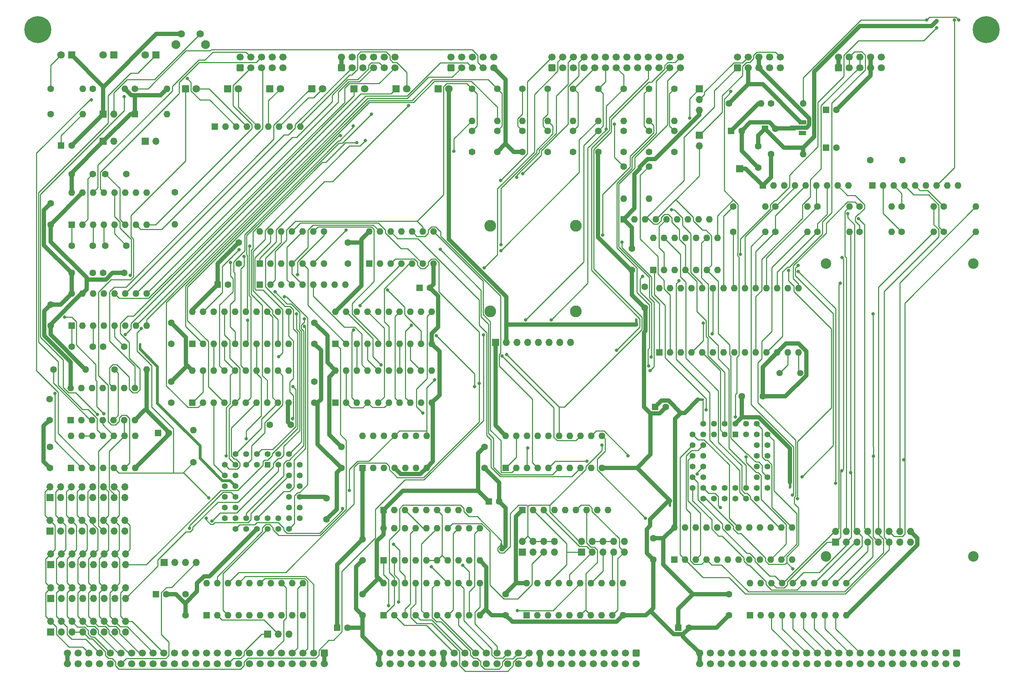
<source format=gbr>
%TF.GenerationSoftware,KiCad,Pcbnew,(6.0.11)*%
%TF.CreationDate,2024-03-24T09:47:05-04:00*%
%TF.ProjectId,input-output.Multi,696e7075-742d-46f7-9574-7075742e4d75,rev?*%
%TF.SameCoordinates,Original*%
%TF.FileFunction,Copper,L2,Bot*%
%TF.FilePolarity,Positive*%
%FSLAX46Y46*%
G04 Gerber Fmt 4.6, Leading zero omitted, Abs format (unit mm)*
G04 Created by KiCad (PCBNEW (6.0.11)) date 2024-03-24 09:47:05*
%MOMM*%
%LPD*%
G01*
G04 APERTURE LIST*
G04 Aperture macros list*
%AMRoundRect*
0 Rectangle with rounded corners*
0 $1 Rounding radius*
0 $2 $3 $4 $5 $6 $7 $8 $9 X,Y pos of 4 corners*
0 Add a 4 corners polygon primitive as box body*
4,1,4,$2,$3,$4,$5,$6,$7,$8,$9,$2,$3,0*
0 Add four circle primitives for the rounded corners*
1,1,$1+$1,$2,$3*
1,1,$1+$1,$4,$5*
1,1,$1+$1,$6,$7*
1,1,$1+$1,$8,$9*
0 Add four rect primitives between the rounded corners*
20,1,$1+$1,$2,$3,$4,$5,0*
20,1,$1+$1,$4,$5,$6,$7,0*
20,1,$1+$1,$6,$7,$8,$9,0*
20,1,$1+$1,$8,$9,$2,$3,0*%
G04 Aperture macros list end*
%TA.AperFunction,ComponentPad*%
%ADD10C,1.600000*%
%TD*%
%TA.AperFunction,ComponentPad*%
%ADD11R,1.600000X1.600000*%
%TD*%
%TA.AperFunction,ComponentPad*%
%ADD12O,1.600000X1.600000*%
%TD*%
%TA.AperFunction,ComponentPad*%
%ADD13R,1.800000X1.800000*%
%TD*%
%TA.AperFunction,ComponentPad*%
%ADD14C,1.800000*%
%TD*%
%TA.AperFunction,ComponentPad*%
%ADD15C,6.400000*%
%TD*%
%TA.AperFunction,ComponentPad*%
%ADD16R,1.700000X1.700000*%
%TD*%
%TA.AperFunction,ComponentPad*%
%ADD17O,1.700000X1.700000*%
%TD*%
%TA.AperFunction,ComponentPad*%
%ADD18RoundRect,0.250000X0.600000X-0.600000X0.600000X0.600000X-0.600000X0.600000X-0.600000X-0.600000X0*%
%TD*%
%TA.AperFunction,ComponentPad*%
%ADD19C,1.700000*%
%TD*%
%TA.AperFunction,ComponentPad*%
%ADD20R,1.422400X1.422400*%
%TD*%
%TA.AperFunction,ComponentPad*%
%ADD21C,1.422400*%
%TD*%
%TA.AperFunction,ComponentPad*%
%ADD22R,1.800000X1.100000*%
%TD*%
%TA.AperFunction,ComponentPad*%
%ADD23RoundRect,0.275000X0.625000X-0.275000X0.625000X0.275000X-0.625000X0.275000X-0.625000X-0.275000X0*%
%TD*%
%TA.AperFunction,ComponentPad*%
%ADD24C,2.100000*%
%TD*%
%TA.AperFunction,ComponentPad*%
%ADD25C,1.750000*%
%TD*%
%TA.AperFunction,ComponentPad*%
%ADD26RoundRect,0.250000X-0.600000X0.600000X-0.600000X-0.600000X0.600000X-0.600000X0.600000X0.600000X0*%
%TD*%
%TA.AperFunction,ComponentPad*%
%ADD27C,1.500000*%
%TD*%
%TA.AperFunction,ComponentPad*%
%ADD28C,0.600000*%
%TD*%
%TA.AperFunction,WasherPad*%
%ADD29C,2.500000*%
%TD*%
%TA.AperFunction,ComponentPad*%
%ADD30C,2.794000*%
%TD*%
%TA.AperFunction,ViaPad*%
%ADD31C,0.800000*%
%TD*%
%TA.AperFunction,Conductor*%
%ADD32C,1.000000*%
%TD*%
%TA.AperFunction,Conductor*%
%ADD33C,0.250000*%
%TD*%
%TA.AperFunction,Conductor*%
%ADD34C,0.700000*%
%TD*%
G04 APERTURE END LIST*
%TO.C,NT2*%
G36*
X150300000Y-198350000D02*
G01*
X149700000Y-198350000D01*
X149700000Y-197150000D01*
X150300000Y-197150000D01*
X150300000Y-198350000D01*
G37*
%TO.C,NT5*%
G36*
X218800000Y-183650000D02*
G01*
X218200000Y-183650000D01*
X218200000Y-182450000D01*
X218800000Y-182450000D01*
X218800000Y-183650000D01*
G37*
%TO.C,NT6*%
G36*
X182300000Y-145000000D02*
G01*
X181700000Y-145000000D01*
X181700000Y-143800000D01*
X182300000Y-143800000D01*
X182300000Y-145000000D01*
G37*
%TO.C,NT1*%
G36*
X197850000Y-163100000D02*
G01*
X196650000Y-163100000D01*
X196650000Y-162500000D01*
X197850000Y-162500000D01*
X197850000Y-163100000D01*
G37*
%TO.C,NT3*%
G36*
X64550000Y-150850000D02*
G01*
X63950000Y-150850000D01*
X63950000Y-149650000D01*
X64550000Y-149650000D01*
X64550000Y-150850000D01*
G37*
%TO.C,NT4*%
G36*
X190300000Y-188000000D02*
G01*
X189700000Y-188000000D01*
X189700000Y-186800000D01*
X190300000Y-186800000D01*
X190300000Y-188000000D01*
G37*
%TD*%
D10*
%TO.P,C36,1*%
%TO.N,VCC*%
X113600000Y-125500000D03*
%TO.P,C36,2*%
%TO.N,GND*%
X113600000Y-130500000D03*
%TD*%
D11*
%TO.P,C1,1*%
%TO.N,/DUART/~{TTL_RIA}*%
X45500000Y-102500000D03*
D10*
%TO.P,C1,2*%
%TO.N,GND*%
X48000000Y-102500000D03*
%TD*%
D11*
%TO.P,C21,1*%
%TO.N,/USB-SD/VBUS*%
X204500000Y-99000000D03*
D10*
%TO.P,C21,2*%
%TO.N,GND*%
X207000000Y-99000000D03*
%TD*%
D11*
%TO.P,C22,1*%
%TO.N,/USB-SD/VDD3*%
X212500000Y-98500000D03*
D10*
%TO.P,C22,2*%
%TO.N,GND*%
X215000000Y-98500000D03*
%TD*%
%TO.P,C23,1*%
%TO.N,/USB-SD/VDD3*%
X210900000Y-102700000D03*
%TO.P,C23,2*%
%TO.N,GND*%
X210900000Y-107700000D03*
%TD*%
%TO.P,C24,1*%
%TO.N,/USB-SD/VDD2*%
X184000000Y-136000000D03*
%TO.P,C24,2*%
%TO.N,GND*%
X184000000Y-141000000D03*
%TD*%
%TO.P,C25,1*%
%TO.N,VCC*%
X42750000Y-162650000D03*
%TO.P,C25,2*%
%TO.N,GND*%
X42750000Y-167650000D03*
%TD*%
%TO.P,C26,1*%
%TO.N,VCC*%
X87625000Y-125550000D03*
%TO.P,C26,2*%
%TO.N,GND*%
X87625000Y-130550000D03*
%TD*%
%TO.P,C27,1*%
%TO.N,VCC*%
X186000000Y-195750000D03*
%TO.P,C27,2*%
%TO.N,GND*%
X186000000Y-200750000D03*
%TD*%
%TO.P,C28,1*%
%TO.N,VCC*%
X71625000Y-158550000D03*
%TO.P,C28,2*%
%TO.N,GND*%
X71625000Y-163550000D03*
%TD*%
%TO.P,C29,1*%
%TO.N,VCC*%
X71625000Y-144550000D03*
%TO.P,C29,2*%
%TO.N,GND*%
X71625000Y-149550000D03*
%TD*%
%TO.P,C30,1*%
%TO.N,VCC*%
X112000000Y-174000000D03*
%TO.P,C30,2*%
%TO.N,GND*%
X112000000Y-179000000D03*
%TD*%
%TO.P,C32,1*%
%TO.N,VCC*%
X204000000Y-209000000D03*
%TO.P,C32,2*%
%TO.N,GND*%
X204000000Y-214000000D03*
%TD*%
%TO.P,C33,1*%
%TO.N,VCC*%
X151000000Y-209000000D03*
%TO.P,C33,2*%
%TO.N,GND*%
X151000000Y-214000000D03*
%TD*%
D11*
%TO.P,C34,1*%
%TO.N,VCC*%
X186500000Y-164550000D03*
D10*
%TO.P,C34,2*%
%TO.N,GND*%
X189000000Y-164550000D03*
%TD*%
D11*
%TO.P,C35,1*%
%TO.N,VCC*%
X68000000Y-209000000D03*
D10*
%TO.P,C35,2*%
%TO.N,GND*%
X70500000Y-209000000D03*
%TD*%
D11*
%TO.P,C45,1*%
%TO.N,VCC*%
X82625000Y-135550000D03*
D10*
%TO.P,C45,2*%
%TO.N,GND*%
X85125000Y-135550000D03*
%TD*%
%TO.P,C46,1*%
%TO.N,VCC*%
X117000000Y-209000000D03*
%TO.P,C46,2*%
%TO.N,GND*%
X117000000Y-214000000D03*
%TD*%
%TO.P,C47,1*%
%TO.N,VCC*%
X181000000Y-127000000D03*
%TO.P,C47,2*%
%TO.N,GND*%
X181000000Y-132000000D03*
%TD*%
%TO.P,C48,1*%
%TO.N,VCC*%
X42875000Y-174000000D03*
%TO.P,C48,2*%
%TO.N,GND*%
X42875000Y-179000000D03*
%TD*%
%TO.P,C49,1*%
%TO.N,VCC*%
X108500000Y-186250000D03*
%TO.P,C49,2*%
%TO.N,GND*%
X108500000Y-191250000D03*
%TD*%
%TO.P,C53,1*%
%TO.N,VCC*%
X95000000Y-168750000D03*
%TO.P,C53,2*%
%TO.N,GND*%
X100000000Y-168750000D03*
%TD*%
D11*
%TO.P,C54,1*%
%TO.N,VCC*%
X111000000Y-217000000D03*
D10*
%TO.P,C54,2*%
%TO.N,GND*%
X113500000Y-217000000D03*
%TD*%
D11*
%TO.P,C55,1*%
%TO.N,VCC*%
X68544900Y-170750000D03*
D10*
%TO.P,C55,2*%
%TO.N,GND*%
X71044900Y-170750000D03*
%TD*%
%TO.P,C56,1*%
%TO.N,VCC*%
X117000000Y-196000000D03*
%TO.P,C56,2*%
%TO.N,GND*%
X117000000Y-201000000D03*
%TD*%
%TO.P,C57,1*%
%TO.N,VCC*%
X105625000Y-144550000D03*
%TO.P,C57,2*%
%TO.N,GND*%
X105625000Y-149550000D03*
%TD*%
D11*
%TO.P,C65,1*%
%TO.N,VCC*%
X147000000Y-187000000D03*
D10*
%TO.P,C65,2*%
%TO.N,GND*%
X149500000Y-187000000D03*
%TD*%
D11*
%TO.P,C66,1*%
%TO.N,VCC*%
X130544900Y-136250000D03*
D10*
%TO.P,C66,2*%
%TO.N,GND*%
X133044900Y-136250000D03*
%TD*%
D11*
%TO.P,C72,1*%
%TO.N,VCC*%
X227000000Y-94000000D03*
D10*
%TO.P,C72,2*%
%TO.N,GND*%
X229500000Y-94000000D03*
%TD*%
D11*
%TO.P,C73,1*%
%TO.N,VDD1*%
X227000000Y-103000000D03*
D10*
%TO.P,C73,2*%
%TO.N,GND*%
X229500000Y-103000000D03*
%TD*%
D11*
%TO.P,D1,1,K*%
%TO.N,VCC*%
X63000000Y-95000000D03*
D12*
%TO.P,D1,2,A*%
%TO.N,/DUART/~{TTL_RIA}*%
X70620000Y-95000000D03*
%TD*%
D13*
%TO.P,D10,1,K*%
%TO.N,Net-(D10-Pad1)*%
X135000000Y-89000000D03*
D14*
%TO.P,D10,2,A*%
%TO.N,VDD1*%
X137540000Y-89000000D03*
%TD*%
D15*
%TO.P,H2,1,1*%
%TO.N,GND*%
X265000000Y-75000000D03*
%TD*%
D16*
%TO.P,J3,1,Pin_1*%
%TO.N,VCC*%
X65500000Y-101500000D03*
D17*
%TO.P,J3,2,Pin_2*%
%TO.N,Net-(J3-Pad2)*%
X68040000Y-101500000D03*
%TD*%
D18*
%TO.P,J6,1,Pin_1*%
%TO.N,GND*%
X112000000Y-84000000D03*
D19*
%TO.P,J6,2,Pin_2*%
X112000000Y-81460000D03*
%TO.P,J6,3,Pin_3*%
%TO.N,/DUART/~{TTL_RTSB}*%
X114540000Y-84000000D03*
%TO.P,J6,4,Pin_4*%
%TO.N,/DUART/~{TTL_RTSA}*%
X114540000Y-81460000D03*
%TO.P,J6,5,Pin_5*%
%TO.N,Net-(J3-Pad2)*%
X117080000Y-84000000D03*
%TO.P,J6,6,Pin_6*%
%TO.N,Net-(J4-Pad2)*%
X117080000Y-81460000D03*
%TO.P,J6,7,Pin_7*%
%TO.N,/DUART/TTL_RXB*%
X119620000Y-84000000D03*
%TO.P,J6,8,Pin_8*%
%TO.N,/DUART/TTL_RXA*%
X119620000Y-81460000D03*
%TO.P,J6,9,Pin_9*%
%TO.N,/DUART/TTL_TXB*%
X122160000Y-84000000D03*
%TO.P,J6,10,Pin_10*%
%TO.N,/DUART/TTL_TXA*%
X122160000Y-81460000D03*
%TO.P,J6,11,Pin_11*%
%TO.N,/DUART/~{TTL_CTSB}*%
X124700000Y-84000000D03*
%TO.P,J6,12,Pin_12*%
%TO.N,/DUART/~{TTL_CTSA}*%
X124700000Y-81460000D03*
%TD*%
D16*
%TO.P,JP1,1,A*%
%TO.N,GND*%
X55500000Y-95000000D03*
D17*
%TO.P,JP1,2,B*%
%TO.N,Net-(JP1-Pad2)*%
X58040000Y-95000000D03*
%TD*%
D18*
%TO.P,P4,1,Pin_1*%
%TO.N,unconnected-(P4-Pad1)*%
X88000000Y-84000000D03*
D19*
%TO.P,P4,2,Pin_2*%
%TO.N,unconnected-(P4-Pad2)*%
X88000000Y-81460000D03*
%TO.P,P4,3,Pin_3*%
%TO.N,/DUART/RXA*%
X90540000Y-84000000D03*
%TO.P,P4,4,Pin_4*%
%TO.N,/DUART/~{RTSA}*%
X90540000Y-81460000D03*
%TO.P,P4,5,Pin_5*%
%TO.N,/DUART/TXA*%
X93080000Y-84000000D03*
%TO.P,P4,6,Pin_6*%
%TO.N,/DUART/~{CTSA}*%
X93080000Y-81460000D03*
%TO.P,P4,7,Pin_7*%
%TO.N,/DUART/~{DTRA}*%
X95620000Y-84000000D03*
%TO.P,P4,8,Pin_8*%
%TO.N,unconnected-(P4-Pad8)*%
X95620000Y-81460000D03*
%TO.P,P4,9,Pin_9*%
%TO.N,GND*%
X98160000Y-84000000D03*
%TO.P,P4,10,Pin_10*%
%TO.N,unconnected-(P4-Pad10)*%
X98160000Y-81460000D03*
%TD*%
D18*
%TO.P,P5,1,Pin_1*%
%TO.N,unconnected-(P5-Pad1)*%
X138000000Y-84000000D03*
D19*
%TO.P,P5,2,Pin_2*%
%TO.N,unconnected-(P5-Pad2)*%
X138000000Y-81460000D03*
%TO.P,P5,3,Pin_3*%
%TO.N,/DUART/RXB*%
X140540000Y-84000000D03*
%TO.P,P5,4,Pin_4*%
%TO.N,/DUART/~{RTSB}*%
X140540000Y-81460000D03*
%TO.P,P5,5,Pin_5*%
%TO.N,/DUART/TXB*%
X143080000Y-84000000D03*
%TO.P,P5,6,Pin_6*%
%TO.N,/DUART/~{CTSB}*%
X143080000Y-81460000D03*
%TO.P,P5,7,Pin_7*%
%TO.N,/DUART/~{DTRB}*%
X145620000Y-84000000D03*
%TO.P,P5,8,Pin_8*%
%TO.N,unconnected-(P5-Pad8)*%
X145620000Y-81460000D03*
%TO.P,P5,9,Pin_9*%
%TO.N,GND*%
X148160000Y-84000000D03*
%TO.P,P5,10,Pin_10*%
%TO.N,unconnected-(P5-Pad10)*%
X148160000Y-81460000D03*
%TD*%
D10*
%TO.P,R2,1*%
%TO.N,Net-(JP1-Pad2)*%
X43000000Y-95000000D03*
D12*
%TO.P,R2,2*%
%TO.N,/DUART/~{TTL_RIA}*%
X50620000Y-95000000D03*
%TD*%
D10*
%TO.P,R5,1*%
%TO.N,/DUART/~{DTRA}*%
X53000000Y-89000000D03*
D12*
%TO.P,R5,2*%
%TO.N,VCC*%
X60620000Y-89000000D03*
%TD*%
D10*
%TO.P,R8,1*%
%TO.N,/DUART/~{DTRB}*%
X63000000Y-89000000D03*
D12*
%TO.P,R8,2*%
%TO.N,VCC*%
X70620000Y-89000000D03*
%TD*%
D10*
%TO.P,R9,1*%
%TO.N,/DUART/INTB*%
X43690000Y-155650000D03*
D12*
%TO.P,R9,2*%
%TO.N,GND*%
X51310000Y-155650000D03*
%TD*%
D10*
%TO.P,R12,1*%
%TO.N,/DUART/INTA*%
X58190000Y-155650000D03*
D12*
%TO.P,R12,2*%
%TO.N,GND*%
X65810000Y-155650000D03*
%TD*%
D10*
%TO.P,R26,1*%
%TO.N,/parallel/PD7*%
X191000000Y-89000000D03*
D12*
%TO.P,R26,2*%
%TO.N,Net-(R26-Pad2)*%
X191000000Y-96620000D03*
%TD*%
D10*
%TO.P,R31,1*%
%TO.N,VCC*%
X204000000Y-92500000D03*
D12*
%TO.P,R31,2*%
%TO.N,/USB-SD/VBUS*%
X211620000Y-92500000D03*
%TD*%
D10*
%TO.P,R32,1*%
%TO.N,VDD1*%
X214000000Y-92500000D03*
D12*
%TO.P,R32,2*%
%TO.N,Net-(J8-Pad1)*%
X221620000Y-92500000D03*
%TD*%
D10*
%TO.P,R33,1*%
%TO.N,VDD1*%
X214000000Y-104500000D03*
D12*
%TO.P,R33,2*%
%TO.N,/USB-SD/VDD3*%
X221620000Y-104500000D03*
%TD*%
D10*
%TO.P,R35,1*%
%TO.N,Net-(D10-Pad1)*%
X179000000Y-107500000D03*
D12*
%TO.P,R35,2*%
%TO.N,Net-(R35-Pad2)*%
X179000000Y-115120000D03*
%TD*%
D10*
%TO.P,R36,1*%
%TO.N,/USB-SD/RST*%
X237500000Y-106000000D03*
D12*
%TO.P,R36,2*%
%TO.N,GND*%
X245120000Y-106000000D03*
%TD*%
D11*
%TO.P,RN1,1,common*%
%TO.N,VDD1*%
X212000000Y-112000000D03*
D12*
%TO.P,RN1,2,R1*%
%TO.N,Net-(R16-Pad1)*%
X214540000Y-112000000D03*
%TO.P,RN1,3,R2*%
%TO.N,Net-(R6-Pad1)*%
X217080000Y-112000000D03*
%TO.P,RN1,4,R3*%
%TO.N,Net-(R15-Pad1)*%
X219620000Y-112000000D03*
%TO.P,RN1,5,R4*%
%TO.N,Net-(R4-Pad1)*%
X222160000Y-112000000D03*
%TO.P,RN1,6,R5*%
%TO.N,Net-(R14-Pad1)*%
X224700000Y-112000000D03*
%TO.P,RN1,7,R6*%
%TO.N,Net-(R3-Pad1)*%
X227240000Y-112000000D03*
%TO.P,RN1,8,R7*%
%TO.N,Net-(R13-Pad1)*%
X229780000Y-112000000D03*
%TO.P,RN1,9,R8*%
%TO.N,Net-(R1-Pad1)*%
X232320000Y-112000000D03*
%TD*%
D11*
%TO.P,RN4,1,common*%
%TO.N,VDD1*%
X238000000Y-112000000D03*
D12*
%TO.P,RN4,2,R1*%
%TO.N,Net-(R7-Pad1)*%
X240540000Y-112000000D03*
%TO.P,RN4,3,R2*%
%TO.N,Net-(R21-Pad1)*%
X243080000Y-112000000D03*
%TO.P,RN4,4,R3*%
%TO.N,Net-(R10-Pad1)*%
X245620000Y-112000000D03*
%TO.P,RN4,5,R4*%
%TO.N,Net-(R22-Pad1)*%
X248160000Y-112000000D03*
%TO.P,RN4,6,R5*%
%TO.N,/USB-SD/SDCS*%
X250700000Y-112000000D03*
%TO.P,RN4,7,R6*%
%TO.N,/USB-SD/SDDO*%
X253240000Y-112000000D03*
%TO.P,RN4,8,R7*%
%TO.N,/USB-SD/~{INT-USB}*%
X255780000Y-112000000D03*
%TO.P,RN4,9,R8*%
%TO.N,unconnected-(RN4-Pad9)*%
X258320000Y-112000000D03*
%TD*%
D11*
%TO.P,RN8,1,common*%
%TO.N,VCC*%
X179000000Y-120000000D03*
D12*
%TO.P,RN8,2,R1*%
%TO.N,/kbdmse/MSECLK*%
X181540000Y-120000000D03*
%TO.P,RN8,3,R2*%
%TO.N,/kbdmse/KBDCLK*%
X184080000Y-120000000D03*
%TO.P,RN8,4,R3*%
%TO.N,/kbdmse/MSEDAT*%
X186620000Y-120000000D03*
%TO.P,RN8,5,R4*%
%TO.N,/kbdmse/KBDDAT*%
X189160000Y-120000000D03*
%TO.P,RN8,6,R5*%
%TO.N,/kbdmse/PROG*%
X191700000Y-120000000D03*
%TO.P,RN8,7,R6*%
%TO.N,unconnected-(RN8-Pad7)*%
X194240000Y-120000000D03*
%TO.P,RN8,8,R7*%
%TO.N,unconnected-(RN8-Pad8)*%
X196780000Y-120000000D03*
%TO.P,RN8,9,R8*%
%TO.N,unconnected-(RN8-Pad9)*%
X199320000Y-120000000D03*
%TD*%
D16*
%TO.P,SW2,1,Pin_1*%
%TO.N,Net-(RN5-Pad2)*%
X155000000Y-199000000D03*
D17*
%TO.P,SW2,2,Pin_2*%
%TO.N,ZERO*%
X155000000Y-196460000D03*
%TO.P,SW2,3,Pin_3*%
%TO.N,Net-(RN5-Pad3)*%
X157540000Y-199000000D03*
%TO.P,SW2,4,Pin_4*%
%TO.N,ZERO*%
X157540000Y-196460000D03*
%TO.P,SW2,5,Pin_5*%
%TO.N,Net-(RN5-Pad4)*%
X160080000Y-199000000D03*
%TO.P,SW2,6,Pin_6*%
%TO.N,ZERO*%
X160080000Y-196460000D03*
%TO.P,SW2,7,Pin_7*%
%TO.N,Net-(RN5-Pad5)*%
X162620000Y-199000000D03*
%TO.P,SW2,8,Pin_8*%
%TO.N,ZERO*%
X162620000Y-196460000D03*
%TD*%
D11*
%TO.P,U2,1,G*%
%TO.N,~{bIORQ}*%
X122000000Y-201000000D03*
D12*
%TO.P,U2,2,P0*%
%TO.N,~{bM1}*%
X124540000Y-201000000D03*
%TO.P,U2,3,R0*%
%TO.N,Net-(RN5-Pad6)*%
X127080000Y-201000000D03*
%TO.P,U2,4,P1*%
X129620000Y-201000000D03*
%TO.P,U2,5,R1*%
X132160000Y-201000000D03*
%TO.P,U2,6,P2*%
X134700000Y-201000000D03*
%TO.P,U2,7,R2*%
X137240000Y-201000000D03*
%TO.P,U2,8,P3*%
X139780000Y-201000000D03*
%TO.P,U2,9,R3*%
X142320000Y-201000000D03*
%TO.P,U2,10,GND*%
%TO.N,GND*%
X144860000Y-201000000D03*
%TO.P,U2,11,P4*%
%TO.N,bA4*%
X144860000Y-193380000D03*
%TO.P,U2,12,R4*%
%TO.N,Net-(RN5-Pad5)*%
X142320000Y-193380000D03*
%TO.P,U2,13,P5*%
%TO.N,bA5*%
X139780000Y-193380000D03*
%TO.P,U2,14,R5*%
%TO.N,Net-(RN5-Pad4)*%
X137240000Y-193380000D03*
%TO.P,U2,15,P6*%
%TO.N,bA6*%
X134700000Y-193380000D03*
%TO.P,U2,16,R6*%
%TO.N,Net-(RN5-Pad3)*%
X132160000Y-193380000D03*
%TO.P,U2,17,P7*%
%TO.N,bA7*%
X129620000Y-193380000D03*
%TO.P,U2,18,R7*%
%TO.N,Net-(RN5-Pad2)*%
X127080000Y-193380000D03*
%TO.P,U2,19,P=R*%
%TO.N,~{CS_DUART}*%
X124540000Y-193380000D03*
%TO.P,U2,20,VCC*%
%TO.N,VCC*%
X122000000Y-193380000D03*
%TD*%
D11*
%TO.P,U3,1,OEa*%
%TO.N,ZERO*%
X122000000Y-214000000D03*
D12*
%TO.P,U3,2,I0a*%
%TO.N,A0*%
X124540000Y-214000000D03*
%TO.P,U3,3,O3b*%
%TO.N,bA7*%
X127080000Y-214000000D03*
%TO.P,U3,4,I1a*%
%TO.N,A1*%
X129620000Y-214000000D03*
%TO.P,U3,5,O2b*%
%TO.N,bA6*%
X132160000Y-214000000D03*
%TO.P,U3,6,I2a*%
%TO.N,A2*%
X134700000Y-214000000D03*
%TO.P,U3,7,O1b*%
%TO.N,bA5*%
X137240000Y-214000000D03*
%TO.P,U3,8,I3a*%
%TO.N,A3*%
X139780000Y-214000000D03*
%TO.P,U3,9,O0b*%
%TO.N,bA4*%
X142320000Y-214000000D03*
%TO.P,U3,10,GND*%
%TO.N,GND*%
X144860000Y-214000000D03*
%TO.P,U3,11,I0b*%
%TO.N,A4*%
X144860000Y-206380000D03*
%TO.P,U3,12,O3a*%
%TO.N,bA3*%
X142320000Y-206380000D03*
%TO.P,U3,13,I1b*%
%TO.N,A5*%
X139780000Y-206380000D03*
%TO.P,U3,14,O2a*%
%TO.N,bA2*%
X137240000Y-206380000D03*
%TO.P,U3,15,I2b*%
%TO.N,A6*%
X134700000Y-206380000D03*
%TO.P,U3,16,O1a*%
%TO.N,bA1*%
X132160000Y-206380000D03*
%TO.P,U3,17,I3b*%
%TO.N,A7*%
X129620000Y-206380000D03*
%TO.P,U3,18,O0a*%
%TO.N,bA0*%
X127080000Y-206380000D03*
%TO.P,U3,19,OEb*%
%TO.N,ZERO*%
X124540000Y-206380000D03*
%TO.P,U3,20,VCC*%
%TO.N,VCC*%
X122000000Y-206380000D03*
%TD*%
D20*
%TO.P,U4,1,~{TXRDYA}*%
%TO.N,unconnected-(U4-Pad1)*%
X94500000Y-178250000D03*
D21*
%TO.P,U4,2,D0*%
%TO.N,bD0*%
X91960000Y-175710000D03*
%TO.P,U4,3,D1*%
%TO.N,bD1*%
X91960000Y-178250000D03*
%TO.P,U4,4,D2*%
%TO.N,bD2*%
X89420000Y-175710000D03*
%TO.P,U4,5,D3*%
%TO.N,bD3*%
X89420000Y-178250000D03*
%TO.P,U4,6,D4*%
%TO.N,bD4*%
X86880000Y-175710000D03*
%TO.P,U4,7,D5*%
%TO.N,bD5*%
X84340000Y-178250000D03*
%TO.P,U4,8,D6*%
%TO.N,bD6*%
X86880000Y-178250000D03*
%TO.P,U4,9,D7*%
%TO.N,bD7*%
X84340000Y-180790000D03*
%TO.P,U4,10,A0*%
%TO.N,bA0*%
X86880000Y-180790000D03*
%TO.P,U4,11,XTAL1*%
%TO.N,CLK_DUART*%
X84340000Y-183330000D03*
%TO.P,U4,12,GND*%
%TO.N,/DUART/GND_UART*%
X86880000Y-183330000D03*
%TO.P,U4,13,XTAL2*%
%TO.N,unconnected-(U4-Pad13)*%
X84340000Y-185870000D03*
%TO.P,U4,14,A1*%
%TO.N,bA1*%
X86880000Y-185870000D03*
%TO.P,U4,15,A2*%
%TO.N,bA2*%
X84340000Y-188410000D03*
%TO.P,U4,16,CHSEL*%
%TO.N,bA3*%
X86880000Y-188410000D03*
%TO.P,U4,17,INTB*%
%TO.N,/DUART/INTB*%
X84340000Y-190950000D03*
%TO.P,U4,18,~{CS}*%
%TO.N,~{CS_DUART}*%
X86880000Y-193490000D03*
%TO.P,U4,19,~{MFB}*%
%TO.N,unconnected-(U4-Pad19)*%
X86880000Y-190950000D03*
%TO.P,U4,20,~{IOW}*%
%TO.N,~{bWR}*%
X89420000Y-193490000D03*
%TO.P,U4,21,RESET*%
%TO.N,bRESET*%
X89420000Y-190950000D03*
%TO.P,U4,22,GND*%
%TO.N,GND*%
X91960000Y-193490000D03*
%TO.P,U4,23,~{RTSB}*%
%TO.N,/DUART/~{TTL_RTSB}*%
X91960000Y-190950000D03*
%TO.P,U4,24,~{IOR}*%
%TO.N,~{bRD}*%
X94500000Y-193490000D03*
%TO.P,U4,25,RXB*%
%TO.N,/DUART/TTL_RXB*%
X94500000Y-190950000D03*
%TO.P,U4,26,TXB*%
%TO.N,/DUART/TTL_TXB*%
X97040000Y-193490000D03*
%TO.P,U4,27,~{DTRB}*%
%TO.N,unconnected-(U4-Pad27)*%
X97040000Y-190950000D03*
%TO.P,U4,28,~{CTSB}*%
%TO.N,/DUART/~{TTL_CTSB}*%
X99580000Y-193490000D03*
%TO.P,U4,29,~{DSRB}*%
%TO.N,unconnected-(U4-Pad29)*%
X102120000Y-190950000D03*
%TO.P,U4,30,~{CDB}*%
%TO.N,unconnected-(U4-Pad30)*%
X99580000Y-190950000D03*
%TO.P,U4,31,~{RIB}*%
%TO.N,unconnected-(U4-Pad31)*%
X102120000Y-188410000D03*
%TO.P,U4,32,~{TXRDYB}*%
%TO.N,unconnected-(U4-Pad32)*%
X99580000Y-188410000D03*
%TO.P,U4,33,VCC*%
%TO.N,VCC*%
X102120000Y-185870000D03*
%TO.P,U4,34,INTA*%
%TO.N,/DUART/INTA*%
X99580000Y-185870000D03*
%TO.P,U4,35,~{MFA}*%
%TO.N,unconnected-(U4-Pad35)*%
X102120000Y-183330000D03*
%TO.P,U4,36,~{RTSA}*%
%TO.N,/DUART/~{TTL_RTSA}*%
X99580000Y-183330000D03*
%TO.P,U4,37,~{DTRA}*%
%TO.N,unconnected-(U4-Pad37)*%
X102120000Y-180790000D03*
%TO.P,U4,38,TXA*%
%TO.N,/DUART/TTL_TXA*%
X99580000Y-180790000D03*
%TO.P,U4,39,RXA*%
%TO.N,/DUART/TTL_RXA*%
X102120000Y-178250000D03*
%TO.P,U4,40,~{CTSA}*%
%TO.N,/DUART/~{TTL_CTSA}*%
X99580000Y-175710000D03*
%TO.P,U4,41,~{DSRA}*%
%TO.N,unconnected-(U4-Pad41)*%
X99580000Y-178250000D03*
%TO.P,U4,42,~{CDA}*%
%TO.N,unconnected-(U4-Pad42)*%
X97040000Y-175710000D03*
%TO.P,U4,43,~{RIA}*%
%TO.N,/DUART/~{TTL_RIA}*%
X97040000Y-178250000D03*
%TO.P,U4,44,VCC*%
%TO.N,VCC*%
X94500000Y-175710000D03*
%TD*%
D11*
%TO.P,U5,1,A->B*%
%TO.N,~{RD}*%
X209000000Y-214000000D03*
D12*
%TO.P,U5,2,A0*%
%TO.N,D0*%
X211540000Y-214000000D03*
%TO.P,U5,3,A1*%
%TO.N,D1*%
X214080000Y-214000000D03*
%TO.P,U5,4,A2*%
%TO.N,D2*%
X216620000Y-214000000D03*
%TO.P,U5,5,A3*%
%TO.N,D3*%
X219160000Y-214000000D03*
%TO.P,U5,6,A4*%
%TO.N,D4*%
X221700000Y-214000000D03*
%TO.P,U5,7,A5*%
%TO.N,D5*%
X224240000Y-214000000D03*
%TO.P,U5,8,A6*%
%TO.N,D6*%
X226780000Y-214000000D03*
%TO.P,U5,9,A7*%
%TO.N,D7*%
X229320000Y-214000000D03*
%TO.P,U5,10,GND*%
%TO.N,GND*%
X231860000Y-214000000D03*
%TO.P,U5,11,B7*%
%TO.N,bD7*%
X231860000Y-206380000D03*
%TO.P,U5,12,B6*%
%TO.N,bD6*%
X229320000Y-206380000D03*
%TO.P,U5,13,B5*%
%TO.N,bD5*%
X226780000Y-206380000D03*
%TO.P,U5,14,B4*%
%TO.N,bD4*%
X224240000Y-206380000D03*
%TO.P,U5,15,B3*%
%TO.N,bD3*%
X221700000Y-206380000D03*
%TO.P,U5,16,B2*%
%TO.N,bD2*%
X219160000Y-206380000D03*
%TO.P,U5,17,B1*%
%TO.N,bD1*%
X216620000Y-206380000D03*
%TO.P,U5,18,B0*%
%TO.N,bD0*%
X214080000Y-206380000D03*
%TO.P,U5,19,CE*%
%TO.N,~{BUS_EN}*%
X211540000Y-206380000D03*
%TO.P,U5,20,VCC*%
%TO.N,VCC*%
X209000000Y-206380000D03*
%TD*%
D11*
%TO.P,U6,1,Pin_1*%
%TO.N,VCC*%
X117000000Y-179000000D03*
D12*
%TO.P,U6,2,Pin_2*%
%TO.N,unconnected-(U6-Pad2)*%
X119540000Y-179000000D03*
%TO.P,U6,3,Pin_3*%
%TO.N,unconnected-(U6-Pad3)*%
X122080000Y-179000000D03*
%TO.P,U6,4,Pin_4*%
%TO.N,GND*%
X124620000Y-179000000D03*
%TO.P,U6,5,Pin_5*%
%TO.N,unconnected-(U6-Pad5)*%
X127160000Y-179000000D03*
%TO.P,U6,6,Pin_6*%
%TO.N,unconnected-(U6-Pad6)*%
X129700000Y-179000000D03*
%TO.P,U6,7,Pin_7*%
%TO.N,GND*%
X132240000Y-179000000D03*
%TO.P,U6,8,Pin_8*%
%TO.N,CLK_DUART*%
X132240000Y-171380000D03*
%TO.P,U6,9,Pin_9*%
%TO.N,unconnected-(U6-Pad9)*%
X129700000Y-171380000D03*
%TO.P,U6,10,Pin_10*%
%TO.N,unconnected-(U6-Pad10)*%
X127160000Y-171380000D03*
%TO.P,U6,11,Pin_11*%
%TO.N,CLK_DUART*%
X124620000Y-171380000D03*
%TO.P,U6,12,Pin_12*%
%TO.N,unconnected-(U6-Pad12)*%
X122080000Y-171380000D03*
%TO.P,U6,13,Pin_13*%
%TO.N,unconnected-(U6-Pad13)*%
X119540000Y-171380000D03*
%TO.P,U6,14,Pin_14*%
%TO.N,VCC*%
X117000000Y-171380000D03*
%TD*%
D11*
%TO.P,U7,1,OEa*%
%TO.N,ZERO*%
X80000000Y-214000000D03*
D12*
%TO.P,U7,2,I0a*%
%TO.N,Net-(J20-Pad2)*%
X82540000Y-214000000D03*
%TO.P,U7,3,O3b*%
%TO.N,~{bRD}*%
X85080000Y-214000000D03*
%TO.P,U7,4,I1a*%
%TO.N,~{CS_DUART}*%
X87620000Y-214000000D03*
%TO.P,U7,5,O2b*%
%TO.N,~{bWR}*%
X90160000Y-214000000D03*
%TO.P,U7,6,I2a*%
%TO.N,unconnected-(U7-Pad6)*%
X92700000Y-214000000D03*
%TO.P,U7,7,O1b*%
%TO.N,~{bM1}*%
X95240000Y-214000000D03*
%TO.P,U7,8,I3a*%
%TO.N,unconnected-(U7-Pad8)*%
X97780000Y-214000000D03*
%TO.P,U7,9,O0b*%
%TO.N,~{bIORQ}*%
X100320000Y-214000000D03*
%TO.P,U7,10,GND*%
%TO.N,GND*%
X102860000Y-214000000D03*
%TO.P,U7,11,I0b*%
%TO.N,~{IORQ}*%
X102860000Y-206380000D03*
%TO.P,U7,12,O3a*%
%TO.N,unconnected-(U7-Pad12)*%
X100320000Y-206380000D03*
%TO.P,U7,13,I1b*%
%TO.N,~{M1}*%
X97780000Y-206380000D03*
%TO.P,U7,14,O2a*%
%TO.N,unconnected-(U7-Pad14)*%
X95240000Y-206380000D03*
%TO.P,U7,15,I2b*%
%TO.N,~{WR}*%
X92700000Y-206380000D03*
%TO.P,U7,16,O1a*%
%TO.N,Net-(D2-Pad1)*%
X90160000Y-206380000D03*
%TO.P,U7,17,I3b*%
%TO.N,~{RD}*%
X87620000Y-206380000D03*
%TO.P,U7,18,O0a*%
%TO.N,~{bRESET}*%
X85080000Y-206380000D03*
%TO.P,U7,19,OEb*%
%TO.N,ZERO*%
X82540000Y-206380000D03*
%TO.P,U7,20,VCC*%
%TO.N,VCC*%
X80000000Y-206380000D03*
%TD*%
D11*
%TO.P,U10,1*%
%TO.N,/DUART/TTL_TXA*%
X47875000Y-179000000D03*
D12*
%TO.P,U10,2*%
%TO.N,/DUART/TTL_TXB*%
X50415000Y-179000000D03*
%TO.P,U10,3*%
%TO.N,Net-(D4-Pad1)*%
X52955000Y-179000000D03*
%TO.P,U10,4*%
%TO.N,/DUART/TTL_RXA*%
X55495000Y-179000000D03*
%TO.P,U10,5*%
%TO.N,/DUART/TTL_RXB*%
X58035000Y-179000000D03*
%TO.P,U10,6*%
%TO.N,Net-(D5-Pad1)*%
X60575000Y-179000000D03*
%TO.P,U10,7,GND*%
%TO.N,GND*%
X63115000Y-179000000D03*
%TO.P,U10,8*%
%TO.N,Net-(D3-Pad1)*%
X63115000Y-171380000D03*
%TO.P,U10,9*%
%TO.N,/DUART/~{INTA}*%
X60575000Y-171380000D03*
%TO.P,U10,10*%
%TO.N,/DUART/~{INTB}*%
X58035000Y-171380000D03*
%TO.P,U10,11*%
%TO.N,Net-(D9-Pad1)*%
X55495000Y-171380000D03*
%TO.P,U10,12*%
%TO.N,~{CS_PAR}*%
X52955000Y-171380000D03*
%TO.P,U10,13*%
X50415000Y-171380000D03*
%TO.P,U10,14,VCC*%
%TO.N,VCC*%
X47875000Y-171380000D03*
%TD*%
D11*
%TO.P,U16,1*%
%TO.N,/USB-SD/~{INT-USB}*%
X118625000Y-130550000D03*
D12*
%TO.P,U16,2*%
%TO.N,Net-(U16-Pad2)*%
X121165000Y-130550000D03*
%TO.P,U16,3*%
%TO.N,~{bRESET}*%
X123705000Y-130550000D03*
%TO.P,U16,4*%
%TO.N,bRESET*%
X126245000Y-130550000D03*
%TO.P,U16,5*%
%TO.N,Net-(U16-Pad5)*%
X128785000Y-130550000D03*
%TO.P,U16,6*%
%TO.N,Net-(U16-Pad6)*%
X131325000Y-130550000D03*
%TO.P,U16,7,GND*%
%TO.N,GND*%
X133865000Y-130550000D03*
%TO.P,U16,8*%
%TO.N,Net-(U16-Pad8)*%
X133865000Y-122930000D03*
%TO.P,U16,9*%
%TO.N,/parallel/~{STROBE}*%
X131325000Y-122930000D03*
%TO.P,U16,10*%
%TO.N,Net-(U16-Pad10)*%
X128785000Y-122930000D03*
%TO.P,U16,11*%
%TO.N,/parallel/~{LINEFEED}*%
X126245000Y-122930000D03*
%TO.P,U16,12*%
%TO.N,Net-(U16-Pad12)*%
X123705000Y-122930000D03*
%TO.P,U16,13*%
%TO.N,/parallel/~{SEL}*%
X121165000Y-122930000D03*
%TO.P,U16,14,VCC*%
%TO.N,VCC*%
X118625000Y-122930000D03*
%TD*%
D11*
%TO.P,U19,1*%
%TO.N,/parallel/~{BUSY}*%
X92625000Y-130550000D03*
D12*
%TO.P,U19,2*%
%TO.N,/parallel/BUSY*%
X95165000Y-130550000D03*
%TO.P,U19,3*%
%TO.N,Net-(U19-Pad3)*%
X97705000Y-130550000D03*
%TO.P,U19,4*%
%TO.N,/parallel/~{SEL}*%
X100245000Y-130550000D03*
%TO.P,U19,5*%
%TO.N,Net-(U19-Pad5)*%
X102785000Y-130550000D03*
%TO.P,U19,6*%
%TO.N,Net-(R28-Pad2)*%
X105325000Y-130550000D03*
%TO.P,U19,7,GND*%
%TO.N,GND*%
X107865000Y-130550000D03*
%TO.P,U19,8*%
%TO.N,/parallel/~{LINEFEED}*%
X107865000Y-122930000D03*
%TO.P,U19,9*%
%TO.N,Net-(U19-Pad9)*%
X105325000Y-122930000D03*
%TO.P,U19,10*%
%TO.N,/parallel/P-RESET*%
X102785000Y-122930000D03*
%TO.P,U19,11*%
%TO.N,Net-(U16-Pad6)*%
X100245000Y-122930000D03*
%TO.P,U19,12*%
%TO.N,/parallel/~{INT_PAR}*%
X97705000Y-122930000D03*
%TO.P,U19,13*%
%TO.N,INT_PAR*%
X95165000Y-122930000D03*
%TO.P,U19,14,VCC*%
%TO.N,VCC*%
X92625000Y-122930000D03*
%TD*%
D11*
%TO.P,U21,1,OEa*%
%TO.N,~{PARIN1}*%
X110625000Y-163550000D03*
D12*
%TO.P,U21,2,I0a*%
X113165000Y-163550000D03*
%TO.P,U21,3,O3b*%
%TO.N,bD7*%
X115705000Y-163550000D03*
%TO.P,U21,4,I1a*%
%TO.N,~{PARIN1}*%
X118245000Y-163550000D03*
%TO.P,U21,5,O2b*%
%TO.N,bD6*%
X120785000Y-163550000D03*
%TO.P,U21,6,I2a*%
%TO.N,~{PARIN1}*%
X123325000Y-163550000D03*
%TO.P,U21,7,O1b*%
%TO.N,bD5*%
X125865000Y-163550000D03*
%TO.P,U21,8,I3a*%
%TO.N,/parallel/ERROR*%
X128405000Y-163550000D03*
%TO.P,U21,9,O0b*%
%TO.N,bD4*%
X130945000Y-163550000D03*
%TO.P,U21,10,GND*%
%TO.N,GND*%
X133485000Y-163550000D03*
%TO.P,U21,11,I0b*%
%TO.N,/parallel/SELECT*%
X133485000Y-155930000D03*
%TO.P,U21,12,O3a*%
%TO.N,bD3*%
X130945000Y-155930000D03*
%TO.P,U21,13,I1b*%
%TO.N,/parallel/PAPEROUT*%
X128405000Y-155930000D03*
%TO.P,U21,14,O2a*%
%TO.N,bD2*%
X125865000Y-155930000D03*
%TO.P,U21,15,I2b*%
%TO.N,ACK*%
X123325000Y-155930000D03*
%TO.P,U21,16,O1a*%
%TO.N,bD1*%
X120785000Y-155930000D03*
%TO.P,U21,17,I3b*%
%TO.N,/parallel/BUSY*%
X118245000Y-155930000D03*
%TO.P,U21,18,O0a*%
%TO.N,bD0*%
X115705000Y-155930000D03*
%TO.P,U21,19,OEb*%
%TO.N,~{PARIN1}*%
X113165000Y-155930000D03*
%TO.P,U21,20,VCC*%
%TO.N,VCC*%
X110625000Y-155930000D03*
%TD*%
D11*
%TO.P,U25,1*%
%TO.N,Net-(U25-Pad1)*%
X186000000Y-132000000D03*
D12*
%TO.P,U25,2*%
%TO.N,/kbdmse/KBDDAT*%
X188540000Y-132000000D03*
%TO.P,U25,3*%
%TO.N,Net-(U25-Pad3)*%
X191080000Y-132000000D03*
%TO.P,U25,4*%
%TO.N,/kbdmse/KBDCLK*%
X193620000Y-132000000D03*
%TO.P,U25,5*%
%TO.N,Net-(U25-Pad5)*%
X196160000Y-132000000D03*
%TO.P,U25,6*%
%TO.N,/kbdmse/MSEDAT*%
X198700000Y-132000000D03*
%TO.P,U25,7,GND*%
%TO.N,GND*%
X201240000Y-132000000D03*
%TO.P,U25,8*%
%TO.N,/kbdmse/MSECLK*%
X201240000Y-124380000D03*
%TO.P,U25,9*%
%TO.N,Net-(U25-Pad9)*%
X198700000Y-124380000D03*
%TO.P,U25,10*%
%TO.N,Net-(J12-Pad1)*%
X196160000Y-124380000D03*
%TO.P,U25,11*%
%TO.N,Net-(U16-Pad2)*%
X193620000Y-124380000D03*
%TO.P,U25,12*%
%TO.N,/kbdmse/~{INT_KM}*%
X191080000Y-124380000D03*
%TO.P,U25,13*%
%TO.N,INT_KM*%
X188540000Y-124380000D03*
%TO.P,U25,14,VCC*%
%TO.N,VCC*%
X186000000Y-124380000D03*
%TD*%
D20*
%TO.P,U26,1,NC*%
%TO.N,unconnected-(U26-Pad1)*%
X205500000Y-171050000D03*
D21*
%TO.P,U26,2,T0*%
%TO.N,/kbdmse/KBDCLK*%
X202960000Y-168510000D03*
%TO.P,U26,3,X1*%
%TO.N,ZERO*%
X202960000Y-171050000D03*
%TO.P,U26,4,X2*%
%TO.N,CLK_DUART*%
X200420000Y-168510000D03*
%TO.P,U26,5,RESET*%
%TO.N,~{bRESET}*%
X200420000Y-171050000D03*
%TO.P,U26,6,SS*%
%TO.N,ONE*%
X197880000Y-168510000D03*
%TO.P,U26,7,CS*%
%TO.N,~{CS_KM}*%
X195340000Y-171050000D03*
%TO.P,U26,8,EA*%
%TO.N,ZERO*%
X197880000Y-171050000D03*
%TO.P,U26,9,RD*%
%TO.N,~{bRD}*%
X195340000Y-173590000D03*
%TO.P,U26,10,A0*%
%TO.N,bA0*%
X197880000Y-173590000D03*
%TO.P,U26,11,WR*%
%TO.N,~{bWR}*%
X195340000Y-176130000D03*
%TO.P,U26,12,SYNC*%
%TO.N,unconnected-(U26-Pad12)*%
X197880000Y-176130000D03*
%TO.P,U26,13,NC*%
%TO.N,unconnected-(U26-Pad13)*%
X195340000Y-178670000D03*
%TO.P,U26,14,D0*%
%TO.N,bD0*%
X197880000Y-178670000D03*
%TO.P,U26,15,D1*%
%TO.N,bD1*%
X195340000Y-181210000D03*
%TO.P,U26,16,D2*%
%TO.N,bD2*%
X197880000Y-181210000D03*
%TO.P,U26,17,D3*%
%TO.N,bD3*%
X195340000Y-183750000D03*
%TO.P,U26,18,D4*%
%TO.N,bD4*%
X197880000Y-186290000D03*
%TO.P,U26,19,D5*%
%TO.N,bD5*%
X197880000Y-183750000D03*
%TO.P,U26,20,D6*%
%TO.N,bD6*%
X200420000Y-186290000D03*
%TO.P,U26,21,D7*%
%TO.N,bD7*%
X200420000Y-183750000D03*
%TO.P,U26,22,VSS*%
%TO.N,VSS*%
X202960000Y-186290000D03*
%TO.P,U26,23,NC*%
%TO.N,unconnected-(U26-Pad23)*%
X202960000Y-183750000D03*
%TO.P,U26,24,P20*%
%TO.N,/kbdmse/P20*%
X205500000Y-186290000D03*
%TO.P,U26,25,P21*%
%TO.N,/kbdmse/P21*%
X205500000Y-183750000D03*
%TO.P,U26,26,P22*%
%TO.N,Net-(U25-Pad5)*%
X208040000Y-186290000D03*
%TO.P,U26,27,P23*%
%TO.N,Net-(U25-Pad9)*%
X208040000Y-183750000D03*
%TO.P,U26,28,PROG*%
%TO.N,/kbdmse/PROG*%
X210580000Y-186290000D03*
%TO.P,U26,29,VDD*%
%TO.N,VDD*%
X213120000Y-183750000D03*
%TO.P,U26,30,P10*%
%TO.N,/kbdmse/KBDDAT*%
X210580000Y-183750000D03*
%TO.P,U26,31,P11*%
%TO.N,/kbdmse/MSEDAT*%
X213120000Y-181210000D03*
%TO.P,U26,32,P12*%
%TO.N,/kbdmse/P12*%
X210580000Y-181210000D03*
%TO.P,U26,33,P13*%
%TO.N,/kbdmse/P13*%
X213120000Y-178670000D03*
%TO.P,U26,34,NC*%
%TO.N,unconnected-(U26-Pad34)*%
X210580000Y-178670000D03*
%TO.P,U26,35,P14*%
%TO.N,/kbdmse/P14*%
X213120000Y-176130000D03*
%TO.P,U26,36,P15*%
%TO.N,/kbdmse/P15*%
X210580000Y-176130000D03*
%TO.P,U26,37,P16*%
%TO.N,/kbdmse/P16*%
X213120000Y-173590000D03*
%TO.P,U26,38,P17*%
%TO.N,/kbdmse/P17*%
X210580000Y-173590000D03*
%TO.P,U26,39,P24/OB*%
%TO.N,P24-OB*%
X213120000Y-171050000D03*
%TO.P,U26,40,P25/BF*%
%TO.N,P25-BF*%
X210580000Y-168510000D03*
%TO.P,U26,41,P26/DRQ*%
%TO.N,Net-(U25-Pad3)*%
X210580000Y-171050000D03*
%TO.P,U26,42,P27/DAK*%
%TO.N,Net-(U25-Pad1)*%
X208040000Y-168510000D03*
%TO.P,U26,43,T1*%
%TO.N,/kbdmse/MSECLK*%
X208040000Y-171050000D03*
%TO.P,U26,44,VCC*%
%TO.N,VCC*%
X205500000Y-168510000D03*
%TD*%
D11*
%TO.P,U27,1,~{INT}*%
%TO.N,/USB-SD/~{INT-USB}*%
X187475000Y-151625000D03*
D12*
%TO.P,U27,2,RSTI*%
%TO.N,/USB-SD/RST*%
X190015000Y-151625000D03*
%TO.P,U27,3,~{WR}*%
%TO.N,Net-(R10-Pad1)*%
X192555000Y-151625000D03*
%TO.P,U27,4,~{RD}*%
%TO.N,Net-(R21-Pad1)*%
X195095000Y-151625000D03*
%TO.P,U27,5,TXD*%
%TO.N,ZERO*%
X197635000Y-151625000D03*
%TO.P,U27,6,RXD*%
%TO.N,unconnected-(U27-Pad6)*%
X200175000Y-151625000D03*
%TO.P,U27,7,SD_DI*%
%TO.N,/USB-SD/SDDO*%
X202715000Y-151625000D03*
%TO.P,U27,8,A0*%
%TO.N,Net-(R7-Pad1)*%
X205255000Y-151625000D03*
%TO.P,U27,9,V3*%
%TO.N,VDD1*%
X207795000Y-151625000D03*
%TO.P,U27,10,UD+*%
%TO.N,/USB-SD/UD+*%
X210335000Y-151625000D03*
%TO.P,U27,11,UD-*%
%TO.N,/USB-SD/UD-*%
X212875000Y-151625000D03*
%TO.P,U27,12,GND*%
%TO.N,GND*%
X215415000Y-151625000D03*
%TO.P,U27,13,XI*%
%TO.N,Net-(U27-Pad13)*%
X217955000Y-151625000D03*
%TO.P,U27,14,XO*%
%TO.N,Net-(U27-Pad14)*%
X220495000Y-151625000D03*
%TO.P,U27,15,D0*%
%TO.N,Net-(R1-Pad1)*%
X220495000Y-136385000D03*
%TO.P,U27,16,D1*%
%TO.N,Net-(R13-Pad1)*%
X217955000Y-136385000D03*
%TO.P,U27,17,D2*%
%TO.N,Net-(R3-Pad1)*%
X215415000Y-136385000D03*
%TO.P,U27,18,D3*%
%TO.N,Net-(R14-Pad1)*%
X212875000Y-136385000D03*
%TO.P,U27,19,D4*%
%TO.N,Net-(R4-Pad1)*%
X210335000Y-136385000D03*
%TO.P,U27,20,D5*%
%TO.N,Net-(R15-Pad1)*%
X207795000Y-136385000D03*
%TO.P,U27,21,D6*%
%TO.N,Net-(R6-Pad1)*%
X205255000Y-136385000D03*
%TO.P,U27,22,D7*%
%TO.N,Net-(R16-Pad1)*%
X202715000Y-136385000D03*
%TO.P,U27,23,SD_CS*%
%TO.N,/USB-SD/SDCS*%
X200175000Y-136385000D03*
%TO.P,U27,24,~{ACT}*%
%TO.N,Net-(R35-Pad2)*%
X197635000Y-136385000D03*
%TO.P,U27,25,SD_DO*%
%TO.N,/USB-SD/SDDI*%
X195095000Y-136385000D03*
%TO.P,U27,26,SD_CK*%
%TO.N,/USB-SD/SDCK*%
X192555000Y-136385000D03*
%TO.P,U27,27,~{PCS}*%
%TO.N,Net-(R22-Pad1)*%
X190015000Y-136385000D03*
%TO.P,U27,28,VCC*%
%TO.N,/USB-SD/VDD2*%
X187475000Y-136385000D03*
%TD*%
D22*
%TO.P,U32,1,VO*%
%TO.N,VDD1*%
X221400000Y-99500000D03*
D23*
%TO.P,U32,2,GND*%
%TO.N,GND*%
X219330000Y-98230000D03*
%TO.P,U32,3,VI*%
%TO.N,VCC*%
X221400000Y-96960000D03*
%TD*%
D16*
%TO.P,J1,1,Pin_1*%
%TO.N,/DUART/~{INTA}*%
X42875000Y-186025000D03*
D17*
%TO.P,J1,2,Pin_2*%
%TO.N,~{EIRQ0}*%
X42875000Y-183485000D03*
%TO.P,J1,3,Pin_3*%
%TO.N,/DUART/~{INTA}*%
X45415000Y-186025000D03*
%TO.P,J1,4,Pin_4*%
%TO.N,~{EIRQ1}*%
X45415000Y-183485000D03*
%TO.P,J1,5,Pin_5*%
%TO.N,/DUART/~{INTA}*%
X47955000Y-186025000D03*
%TO.P,J1,6,Pin_6*%
%TO.N,~{EIRQ2}*%
X47955000Y-183485000D03*
%TO.P,J1,7,Pin_7*%
%TO.N,/DUART/~{INTA}*%
X50495000Y-186025000D03*
%TO.P,J1,8,Pin_8*%
%TO.N,~{EIRQ3}*%
X50495000Y-183485000D03*
%TO.P,J1,9,Pin_9*%
%TO.N,/DUART/~{INTA}*%
X53035000Y-186025000D03*
%TO.P,J1,10,Pin_10*%
%TO.N,~{EIRQ4}*%
X53035000Y-183485000D03*
%TO.P,J1,11,Pin_11*%
%TO.N,/DUART/~{INTA}*%
X55575000Y-186025000D03*
%TO.P,J1,12,Pin_12*%
%TO.N,~{EIRQ5}*%
X55575000Y-183485000D03*
%TO.P,J1,13,Pin_13*%
%TO.N,/DUART/~{INTA}*%
X58115000Y-186025000D03*
%TO.P,J1,14,Pin_14*%
%TO.N,~{EIRQ6}*%
X58115000Y-183485000D03*
%TO.P,J1,15,Pin_15*%
%TO.N,/DUART/~{INTA}*%
X60655000Y-186025000D03*
%TO.P,J1,16,Pin_16*%
%TO.N,~{EIRQ7}*%
X60655000Y-183485000D03*
%TD*%
D16*
%TO.P,J5,1,Pin_1*%
%TO.N,/kbdmse/~{INT_KM}*%
X43000000Y-210000000D03*
D17*
%TO.P,J5,2,Pin_2*%
%TO.N,~{EIRQ0}*%
X43000000Y-207460000D03*
%TO.P,J5,3,Pin_3*%
%TO.N,/kbdmse/~{INT_KM}*%
X45540000Y-210000000D03*
%TO.P,J5,4,Pin_4*%
%TO.N,~{EIRQ1}*%
X45540000Y-207460000D03*
%TO.P,J5,5,Pin_5*%
%TO.N,/kbdmse/~{INT_KM}*%
X48080000Y-210000000D03*
%TO.P,J5,6,Pin_6*%
%TO.N,~{EIRQ2}*%
X48080000Y-207460000D03*
%TO.P,J5,7,Pin_7*%
%TO.N,/kbdmse/~{INT_KM}*%
X50620000Y-210000000D03*
%TO.P,J5,8,Pin_8*%
%TO.N,~{EIRQ3}*%
X50620000Y-207460000D03*
%TO.P,J5,9,Pin_9*%
%TO.N,/kbdmse/~{INT_KM}*%
X53160000Y-210000000D03*
%TO.P,J5,10,Pin_10*%
%TO.N,~{EIRQ4}*%
X53160000Y-207460000D03*
%TO.P,J5,11,Pin_11*%
%TO.N,/kbdmse/~{INT_KM}*%
X55700000Y-210000000D03*
%TO.P,J5,12,Pin_12*%
%TO.N,~{EIRQ5}*%
X55700000Y-207460000D03*
%TO.P,J5,13,Pin_13*%
%TO.N,/kbdmse/~{INT_KM}*%
X58240000Y-210000000D03*
%TO.P,J5,14,Pin_14*%
%TO.N,~{EIRQ6}*%
X58240000Y-207460000D03*
%TO.P,J5,15,Pin_15*%
%TO.N,/kbdmse/~{INT_KM}*%
X60780000Y-210000000D03*
%TO.P,J5,16,Pin_16*%
%TO.N,~{EIRQ7}*%
X60780000Y-207460000D03*
%TD*%
D16*
%TO.P,J12,1,Pin_1*%
%TO.N,Net-(J12-Pad1)*%
X43000000Y-218000000D03*
D17*
%TO.P,J12,2,Pin_2*%
%TO.N,~{EIRQ0}*%
X43000000Y-215460000D03*
%TO.P,J12,3,Pin_3*%
%TO.N,Net-(J12-Pad1)*%
X45540000Y-218000000D03*
%TO.P,J12,4,Pin_4*%
%TO.N,~{EIRQ1}*%
X45540000Y-215460000D03*
%TO.P,J12,5,Pin_5*%
%TO.N,Net-(J12-Pad1)*%
X48080000Y-218000000D03*
%TO.P,J12,6,Pin_6*%
%TO.N,~{EIRQ2}*%
X48080000Y-215460000D03*
%TO.P,J12,7,Pin_7*%
%TO.N,Net-(J12-Pad1)*%
X50620000Y-218000000D03*
%TO.P,J12,8,Pin_8*%
%TO.N,~{EIRQ3}*%
X50620000Y-215460000D03*
%TO.P,J12,9,Pin_9*%
%TO.N,Net-(J12-Pad1)*%
X53160000Y-218000000D03*
%TO.P,J12,10,Pin_10*%
%TO.N,~{EIRQ4}*%
X53160000Y-215460000D03*
%TO.P,J12,11,Pin_11*%
%TO.N,Net-(J12-Pad1)*%
X55700000Y-218000000D03*
%TO.P,J12,12,Pin_12*%
%TO.N,~{EIRQ5}*%
X55700000Y-215460000D03*
%TO.P,J12,13,Pin_13*%
%TO.N,Net-(J12-Pad1)*%
X58240000Y-218000000D03*
%TO.P,J12,14,Pin_14*%
%TO.N,~{EIRQ6}*%
X58240000Y-215460000D03*
%TO.P,J12,15,Pin_15*%
%TO.N,Net-(J12-Pad1)*%
X60780000Y-218000000D03*
%TO.P,J12,16,Pin_16*%
%TO.N,~{EIRQ7}*%
X60780000Y-215460000D03*
%TD*%
D11*
%TO.P,U1,1*%
%TO.N,unconnected-(U1-Pad1)*%
X47750000Y-167650000D03*
D12*
%TO.P,U1,2*%
%TO.N,unconnected-(U1-Pad2)*%
X50290000Y-167650000D03*
%TO.P,U1,3*%
%TO.N,/DUART/INTB*%
X52830000Y-167650000D03*
%TO.P,U1,4*%
%TO.N,/DUART/~{INTB}*%
X55370000Y-167650000D03*
%TO.P,U1,5*%
%TO.N,/DUART/INTA*%
X57910000Y-167650000D03*
%TO.P,U1,6*%
%TO.N,/DUART/~{INTA}*%
X60450000Y-167650000D03*
%TO.P,U1,7,GND*%
%TO.N,GND*%
X62990000Y-167650000D03*
%TO.P,U1,8*%
%TO.N,Net-(D6-Pad1)*%
X62990000Y-160030000D03*
%TO.P,U1,9*%
%TO.N,INT_PAR*%
X60450000Y-160030000D03*
%TO.P,U1,10*%
%TO.N,Net-(D7-Pad1)*%
X57910000Y-160030000D03*
%TO.P,U1,11*%
%TO.N,/parallel/STATUS0*%
X55370000Y-160030000D03*
%TO.P,U1,12*%
%TO.N,Net-(D8-Pad1)*%
X52830000Y-160030000D03*
%TO.P,U1,13*%
%TO.N,/parallel/STATUS1*%
X50290000Y-160030000D03*
%TO.P,U1,14,VCC*%
%TO.N,VCC*%
X47750000Y-160030000D03*
%TD*%
D10*
%TO.P,R20,1*%
%TO.N,/parallel/PD3*%
X167000000Y-89000000D03*
D12*
%TO.P,R20,2*%
%TO.N,Net-(R20-Pad2)*%
X167000000Y-96620000D03*
%TD*%
D10*
%TO.P,C18,1*%
%TO.N,/parallel/PD6*%
X185000000Y-99000000D03*
%TO.P,C18,2*%
%TO.N,GND*%
X185000000Y-104000000D03*
%TD*%
D18*
%TO.P,J14,1,Pin_1*%
%TO.N,/kbdmse/KBDCLK*%
X206000000Y-84000000D03*
D19*
%TO.P,J14,2,Pin_2*%
%TO.N,/kbdmse/MSECLK*%
X206000000Y-81460000D03*
%TO.P,J14,3,Pin_3*%
%TO.N,VCC*%
X208540000Y-84000000D03*
%TO.P,J14,4,Pin_4*%
%TO.N,Net-(J14-Pad4)*%
X208540000Y-81460000D03*
%TO.P,J14,5,Pin_5*%
%TO.N,GND*%
X211080000Y-84000000D03*
%TO.P,J14,6,Pin_6*%
X211080000Y-81460000D03*
%TO.P,J14,7,Pin_7*%
%TO.N,unconnected-(J14-Pad7)*%
X213620000Y-84000000D03*
%TO.P,J14,8,Pin_8*%
%TO.N,unconnected-(J14-Pad8)*%
X213620000Y-81460000D03*
%TO.P,J14,9,Pin_9*%
%TO.N,/kbdmse/KBDDAT*%
X216160000Y-84000000D03*
%TO.P,J14,10,Pin_10*%
%TO.N,Net-(J14-Pad10)*%
X216160000Y-81460000D03*
%TD*%
D18*
%TO.P,J15,1,Pin_1*%
%TO.N,/USB-SD/VBUS*%
X230000000Y-84000000D03*
D19*
%TO.P,J15,2,Pin_2*%
X230000000Y-81460000D03*
%TO.P,J15,3,Pin_3*%
%TO.N,/USB-SD/UD-*%
X232540000Y-84000000D03*
%TO.P,J15,4,Pin_4*%
X232540000Y-81460000D03*
%TO.P,J15,5,Pin_5*%
%TO.N,/USB-SD/UD+*%
X235080000Y-84000000D03*
%TO.P,J15,6,Pin_6*%
X235080000Y-81460000D03*
%TO.P,J15,7,Pin_7*%
%TO.N,GND*%
X237620000Y-84000000D03*
%TO.P,J15,8,Pin_8*%
X237620000Y-81460000D03*
%TO.P,J15,9,Pin_9*%
%TO.N,unconnected-(J15-Pad9)*%
X240160000Y-84000000D03*
%TO.P,J15,10,Pin_10*%
%TO.N,unconnected-(J15-Pad10)*%
X240160000Y-81460000D03*
%TD*%
D16*
%TO.P,J2,1,Pin_1*%
%TO.N,/parallel/~{INT_PAR}*%
X43000000Y-202000000D03*
D17*
%TO.P,J2,2,Pin_2*%
%TO.N,~{EIRQ0}*%
X43000000Y-199460000D03*
%TO.P,J2,3,Pin_3*%
%TO.N,/parallel/~{INT_PAR}*%
X45540000Y-202000000D03*
%TO.P,J2,4,Pin_4*%
%TO.N,~{EIRQ1}*%
X45540000Y-199460000D03*
%TO.P,J2,5,Pin_5*%
%TO.N,/parallel/~{INT_PAR}*%
X48080000Y-202000000D03*
%TO.P,J2,6,Pin_6*%
%TO.N,~{EIRQ2}*%
X48080000Y-199460000D03*
%TO.P,J2,7,Pin_7*%
%TO.N,/parallel/~{INT_PAR}*%
X50620000Y-202000000D03*
%TO.P,J2,8,Pin_8*%
%TO.N,~{EIRQ3}*%
X50620000Y-199460000D03*
%TO.P,J2,9,Pin_9*%
%TO.N,/parallel/~{INT_PAR}*%
X53160000Y-202000000D03*
%TO.P,J2,10,Pin_10*%
%TO.N,~{EIRQ4}*%
X53160000Y-199460000D03*
%TO.P,J2,11,Pin_11*%
%TO.N,/parallel/~{INT_PAR}*%
X55700000Y-202000000D03*
%TO.P,J2,12,Pin_12*%
%TO.N,~{EIRQ5}*%
X55700000Y-199460000D03*
%TO.P,J2,13,Pin_13*%
%TO.N,/parallel/~{INT_PAR}*%
X58240000Y-202000000D03*
%TO.P,J2,14,Pin_14*%
%TO.N,~{EIRQ6}*%
X58240000Y-199460000D03*
%TO.P,J2,15,Pin_15*%
%TO.N,/parallel/~{INT_PAR}*%
X60780000Y-202000000D03*
%TO.P,J2,16,Pin_16*%
%TO.N,~{EIRQ7}*%
X60780000Y-199460000D03*
%TD*%
D10*
%TO.P,C12,1*%
%TO.N,/parallel/PD0*%
X149000000Y-99000000D03*
%TO.P,C12,2*%
%TO.N,GND*%
X149000000Y-104000000D03*
%TD*%
%TO.P,C13,1*%
%TO.N,/parallel/PD1*%
X155000000Y-99000000D03*
%TO.P,C13,2*%
%TO.N,GND*%
X155000000Y-104000000D03*
%TD*%
%TO.P,C14,1*%
%TO.N,/parallel/PD2*%
X161000000Y-99000000D03*
%TO.P,C14,2*%
%TO.N,GND*%
X161000000Y-104000000D03*
%TD*%
%TO.P,C15,1*%
%TO.N,/parallel/PD3*%
X167000000Y-99000000D03*
%TO.P,C15,2*%
%TO.N,GND*%
X167000000Y-104000000D03*
%TD*%
%TO.P,C16,1*%
%TO.N,/parallel/PD4*%
X173000000Y-99000000D03*
%TO.P,C16,2*%
%TO.N,GND*%
X173000000Y-104000000D03*
%TD*%
%TO.P,C17,1*%
%TO.N,/parallel/PD5*%
X179000000Y-99000000D03*
%TO.P,C17,2*%
%TO.N,GND*%
X179000000Y-104000000D03*
%TD*%
%TO.P,C19,1*%
%TO.N,/parallel/PD7*%
X191000000Y-99000000D03*
%TO.P,C19,2*%
%TO.N,GND*%
X191000000Y-104000000D03*
%TD*%
%TO.P,C20,1*%
%TO.N,/parallel/~{STROBE}*%
X143000000Y-99000000D03*
%TO.P,C20,2*%
%TO.N,GND*%
X143000000Y-104000000D03*
%TD*%
%TO.P,C9,1*%
%TO.N,VCC*%
X43000000Y-140250000D03*
%TO.P,C9,2*%
%TO.N,GND*%
X43000000Y-145250000D03*
%TD*%
D18*
%TO.P,P6,1,Pin_1*%
%TO.N,/parallel/~{STROBE}*%
X162000000Y-84000000D03*
D19*
%TO.P,P6,2,Pin_2*%
%TO.N,/parallel/~{LINEFEED}*%
X162000000Y-81460000D03*
%TO.P,P6,3,Pin_3*%
%TO.N,/parallel/PD0*%
X164540000Y-84000000D03*
%TO.P,P6,4,Pin_4*%
%TO.N,/parallel/ERROR*%
X164540000Y-81460000D03*
%TO.P,P6,5,Pin_5*%
%TO.N,/parallel/PD1*%
X167080000Y-84000000D03*
%TO.P,P6,6,Pin_6*%
%TO.N,/parallel/P-RESET*%
X167080000Y-81460000D03*
%TO.P,P6,7,Pin_7*%
%TO.N,/parallel/PD2*%
X169620000Y-84000000D03*
%TO.P,P6,8,Pin_8*%
%TO.N,/parallel/~{SEL}*%
X169620000Y-81460000D03*
%TO.P,P6,9,Pin_9*%
%TO.N,/parallel/PD3*%
X172160000Y-84000000D03*
%TO.P,P6,10,Pin_10*%
%TO.N,GND*%
X172160000Y-81460000D03*
%TO.P,P6,11,Pin_11*%
%TO.N,/parallel/PD4*%
X174700000Y-84000000D03*
%TO.P,P6,12,Pin_12*%
%TO.N,GND*%
X174700000Y-81460000D03*
%TO.P,P6,13,Pin_13*%
%TO.N,/parallel/PD5*%
X177240000Y-84000000D03*
%TO.P,P6,14,Pin_14*%
%TO.N,GND*%
X177240000Y-81460000D03*
%TO.P,P6,15,Pin_15*%
%TO.N,/parallel/PD6*%
X179780000Y-84000000D03*
%TO.P,P6,16,Pin_16*%
%TO.N,GND*%
X179780000Y-81460000D03*
%TO.P,P6,17,Pin_17*%
%TO.N,/parallel/PD7*%
X182320000Y-84000000D03*
%TO.P,P6,18,Pin_18*%
%TO.N,GND*%
X182320000Y-81460000D03*
%TO.P,P6,19,Pin_19*%
%TO.N,ACK*%
X184860000Y-84000000D03*
%TO.P,P6,20,Pin_20*%
%TO.N,GND*%
X184860000Y-81460000D03*
%TO.P,P6,21,Pin_21*%
%TO.N,/parallel/~{BUSY}*%
X187400000Y-84000000D03*
%TO.P,P6,22,Pin_22*%
%TO.N,GND*%
X187400000Y-81460000D03*
%TO.P,P6,23,Pin_23*%
%TO.N,/parallel/PAPEROUT*%
X189940000Y-84000000D03*
%TO.P,P6,24,Pin_24*%
%TO.N,GND*%
X189940000Y-81460000D03*
%TO.P,P6,25,Pin_25*%
%TO.N,/parallel/SELECT*%
X192480000Y-84000000D03*
%TO.P,P6,26,Pin_26*%
%TO.N,/parallel/STATUS0*%
X192480000Y-81460000D03*
%TD*%
D10*
%TO.P,R17,1*%
%TO.N,/parallel/PD0*%
X149000000Y-89000000D03*
D12*
%TO.P,R17,2*%
%TO.N,Net-(R17-Pad2)*%
X149000000Y-96620000D03*
%TD*%
D10*
%TO.P,R18,1*%
%TO.N,/parallel/PD1*%
X155000000Y-89000000D03*
D12*
%TO.P,R18,2*%
%TO.N,Net-(R18-Pad2)*%
X155000000Y-96620000D03*
%TD*%
D10*
%TO.P,R19,1*%
%TO.N,/parallel/PD2*%
X161000000Y-89000000D03*
D12*
%TO.P,R19,2*%
%TO.N,Net-(R19-Pad2)*%
X161000000Y-96620000D03*
%TD*%
D10*
%TO.P,R23,1*%
%TO.N,/parallel/PD4*%
X173000000Y-89000000D03*
D12*
%TO.P,R23,2*%
%TO.N,Net-(R23-Pad2)*%
X173000000Y-96620000D03*
%TD*%
D10*
%TO.P,R24,1*%
%TO.N,/parallel/PD5*%
X179000000Y-89000000D03*
D12*
%TO.P,R24,2*%
%TO.N,Net-(R24-Pad2)*%
X179000000Y-96620000D03*
%TD*%
D10*
%TO.P,R25,1*%
%TO.N,/parallel/PD6*%
X185000000Y-89000000D03*
D12*
%TO.P,R25,2*%
%TO.N,Net-(R25-Pad2)*%
X185000000Y-96620000D03*
%TD*%
D10*
%TO.P,R28,1*%
%TO.N,/parallel/~{STROBE}*%
X143000000Y-89000000D03*
D12*
%TO.P,R28,2*%
%TO.N,Net-(R28-Pad2)*%
X143000000Y-96620000D03*
%TD*%
D11*
%TO.P,RN7,1,common*%
%TO.N,VCC*%
X92625000Y-135550000D03*
D12*
%TO.P,RN7,2,R1*%
%TO.N,/parallel/~{STROBE}*%
X95165000Y-135550000D03*
%TO.P,RN7,3,R2*%
%TO.N,/parallel/~{LINEFEED}*%
X97705000Y-135550000D03*
%TO.P,RN7,4,R3*%
%TO.N,/parallel/P-RESET*%
X100245000Y-135550000D03*
%TO.P,RN7,5,R4*%
%TO.N,/parallel/~{SEL}*%
X102785000Y-135550000D03*
%TO.P,RN7,6,R5*%
%TO.N,/parallel/BUSY*%
X105325000Y-135550000D03*
%TO.P,RN7,7,R6*%
%TO.N,unconnected-(RN7-Pad7)*%
X107865000Y-135550000D03*
%TO.P,RN7,8,R7*%
%TO.N,unconnected-(RN7-Pad8)*%
X110405000Y-135550000D03*
%TO.P,RN7,9,R8*%
%TO.N,unconnected-(RN7-Pad9)*%
X112945000Y-135550000D03*
%TD*%
D11*
%TO.P,U12,1,G*%
%TO.N,~{bIORQ}*%
X156000000Y-214000000D03*
D12*
%TO.P,U12,2,P0*%
%TO.N,~{bM1}*%
X158540000Y-214000000D03*
%TO.P,U12,3,R0*%
%TO.N,Net-(RN6-Pad7)*%
X161080000Y-214000000D03*
%TO.P,U12,4,P1*%
X163620000Y-214000000D03*
%TO.P,U12,5,R1*%
X166160000Y-214000000D03*
%TO.P,U12,6,P2*%
X168700000Y-214000000D03*
%TO.P,U12,7,R2*%
X171240000Y-214000000D03*
%TO.P,U12,8,P3*%
%TO.N,bA3*%
X173780000Y-214000000D03*
%TO.P,U12,9,R3*%
%TO.N,Net-(RN6-Pad6)*%
X176320000Y-214000000D03*
%TO.P,U12,10,GND*%
%TO.N,GND*%
X178860000Y-214000000D03*
%TO.P,U12,11,P4*%
%TO.N,bA4*%
X178860000Y-206380000D03*
%TO.P,U12,12,R4*%
%TO.N,Net-(RN6-Pad5)*%
X176320000Y-206380000D03*
%TO.P,U12,13,P5*%
%TO.N,bA5*%
X173780000Y-206380000D03*
%TO.P,U12,14,R5*%
%TO.N,Net-(RN6-Pad4)*%
X171240000Y-206380000D03*
%TO.P,U12,15,P6*%
%TO.N,bA6*%
X168700000Y-206380000D03*
%TO.P,U12,16,R6*%
%TO.N,Net-(RN6-Pad3)*%
X166160000Y-206380000D03*
%TO.P,U12,17,P7*%
%TO.N,bA7*%
X163620000Y-206380000D03*
%TO.P,U12,18,R7*%
%TO.N,Net-(RN6-Pad2)*%
X161080000Y-206380000D03*
%TO.P,U12,19,P=R*%
%TO.N,~{CS_PAR}*%
X158540000Y-206380000D03*
%TO.P,U12,20,VCC*%
%TO.N,VCC*%
X156000000Y-206380000D03*
%TD*%
D11*
%TO.P,U18,1,OE*%
%TO.N,/parallel/~{PDENBL}*%
X76625000Y-149550000D03*
D12*
%TO.P,U18,2,O0*%
%TO.N,Net-(R17-Pad2)*%
X79165000Y-149550000D03*
%TO.P,U18,3,D0*%
%TO.N,bD0*%
X81705000Y-149550000D03*
%TO.P,U18,4,D1*%
%TO.N,bD1*%
X84245000Y-149550000D03*
%TO.P,U18,5,O1*%
%TO.N,Net-(R18-Pad2)*%
X86785000Y-149550000D03*
%TO.P,U18,6,O2*%
%TO.N,Net-(R19-Pad2)*%
X89325000Y-149550000D03*
%TO.P,U18,7,D2*%
%TO.N,bD2*%
X91865000Y-149550000D03*
%TO.P,U18,8,D3*%
%TO.N,bD3*%
X94405000Y-149550000D03*
%TO.P,U18,9,O3*%
%TO.N,Net-(R20-Pad2)*%
X96945000Y-149550000D03*
%TO.P,U18,10,GND*%
%TO.N,GND*%
X99485000Y-149550000D03*
%TO.P,U18,11,Cp*%
%TO.N,~{PAROUT0}*%
X99485000Y-141930000D03*
%TO.P,U18,12,O4*%
%TO.N,Net-(R23-Pad2)*%
X96945000Y-141930000D03*
%TO.P,U18,13,D4*%
%TO.N,bD4*%
X94405000Y-141930000D03*
%TO.P,U18,14,D5*%
%TO.N,bD5*%
X91865000Y-141930000D03*
%TO.P,U18,15,O5*%
%TO.N,Net-(R24-Pad2)*%
X89325000Y-141930000D03*
%TO.P,U18,16,O6*%
%TO.N,Net-(R25-Pad2)*%
X86785000Y-141930000D03*
%TO.P,U18,17,D6*%
%TO.N,bD6*%
X84245000Y-141930000D03*
%TO.P,U18,18,D7*%
%TO.N,bD7*%
X81705000Y-141930000D03*
%TO.P,U18,19,O7*%
%TO.N,Net-(R26-Pad2)*%
X79165000Y-141930000D03*
%TO.P,U18,20,VCC*%
%TO.N,VCC*%
X76625000Y-141930000D03*
%TD*%
D11*
%TO.P,U20,1,OE*%
%TO.N,ZERO*%
X110625000Y-149550000D03*
D12*
%TO.P,U20,2,O0*%
%TO.N,Net-(U19-Pad5)*%
X113165000Y-149550000D03*
%TO.P,U20,3,D0*%
%TO.N,bD0*%
X115705000Y-149550000D03*
%TO.P,U20,4,D1*%
%TO.N,bD1*%
X118245000Y-149550000D03*
%TO.P,U20,5,O1*%
%TO.N,Net-(U19-Pad9)*%
X120785000Y-149550000D03*
%TO.P,U20,6,O2*%
%TO.N,Net-(U16-Pad5)*%
X123325000Y-149550000D03*
%TO.P,U20,7,D2*%
%TO.N,bD2*%
X125865000Y-149550000D03*
%TO.P,U20,8,D3*%
%TO.N,bD3*%
X128405000Y-149550000D03*
%TO.P,U20,9,O3*%
%TO.N,Net-(U19-Pad3)*%
X130945000Y-149550000D03*
%TO.P,U20,10,GND*%
%TO.N,GND*%
X133485000Y-149550000D03*
%TO.P,U20,11,Cp*%
%TO.N,~{PAROUT2}*%
X133485000Y-141930000D03*
%TO.P,U20,12,O4*%
%TO.N,PARINT*%
X130945000Y-141930000D03*
%TO.P,U20,13,D4*%
%TO.N,bD4*%
X128405000Y-141930000D03*
%TO.P,U20,14,D5*%
%TO.N,bD5*%
X125865000Y-141930000D03*
%TO.P,U20,15,O5*%
%TO.N,/parallel/~{PDENBL}*%
X123325000Y-141930000D03*
%TO.P,U20,16,O6*%
%TO.N,/parallel/STATUS0*%
X120785000Y-141930000D03*
%TO.P,U20,17,D6*%
%TO.N,bD6*%
X118245000Y-141930000D03*
%TO.P,U20,18,D7*%
%TO.N,bD7*%
X115705000Y-141930000D03*
%TO.P,U20,19,O7*%
%TO.N,/parallel/STATUS1*%
X113165000Y-141930000D03*
%TO.P,U20,20,VCC*%
%TO.N,VCC*%
X110625000Y-141930000D03*
%TD*%
D11*
%TO.P,U22,1,OEa*%
%TO.N,~{PARIN0}*%
X76625000Y-163550000D03*
D12*
%TO.P,U22,2,I0a*%
%TO.N,/parallel/PD0*%
X79165000Y-163550000D03*
%TO.P,U22,3,O3b*%
%TO.N,bD7*%
X81705000Y-163550000D03*
%TO.P,U22,4,I1a*%
%TO.N,/parallel/PD1*%
X84245000Y-163550000D03*
%TO.P,U22,5,O2b*%
%TO.N,bD6*%
X86785000Y-163550000D03*
%TO.P,U22,6,I2a*%
%TO.N,/parallel/PD2*%
X89325000Y-163550000D03*
%TO.P,U22,7,O1b*%
%TO.N,bD5*%
X91865000Y-163550000D03*
%TO.P,U22,8,I3a*%
%TO.N,/parallel/PD3*%
X94405000Y-163550000D03*
%TO.P,U22,9,O0b*%
%TO.N,bD4*%
X96945000Y-163550000D03*
%TO.P,U22,10,GND*%
%TO.N,GND*%
X99485000Y-163550000D03*
%TO.P,U22,11,I0b*%
%TO.N,/parallel/PD4*%
X99485000Y-155930000D03*
%TO.P,U22,12,O3a*%
%TO.N,bD3*%
X96945000Y-155930000D03*
%TO.P,U22,13,I1b*%
%TO.N,/parallel/PD5*%
X94405000Y-155930000D03*
%TO.P,U22,14,O2a*%
%TO.N,bD2*%
X91865000Y-155930000D03*
%TO.P,U22,15,I2b*%
%TO.N,/parallel/PD6*%
X89325000Y-155930000D03*
%TO.P,U22,16,O1a*%
%TO.N,bD1*%
X86785000Y-155930000D03*
%TO.P,U22,17,I3b*%
%TO.N,/parallel/PD7*%
X84245000Y-155930000D03*
%TO.P,U22,18,O0a*%
%TO.N,bD0*%
X81705000Y-155930000D03*
%TO.P,U22,19,OEb*%
%TO.N,~{PARIN0}*%
X79165000Y-155930000D03*
%TO.P,U22,20,VCC*%
%TO.N,VCC*%
X76625000Y-155930000D03*
%TD*%
D11*
%TO.P,U23,1,OEa*%
%TO.N,~{PARIN2}*%
X151000000Y-179000000D03*
D12*
%TO.P,U23,2,I0a*%
%TO.N,Net-(U16-Pad8)*%
X153540000Y-179000000D03*
%TO.P,U23,3,O3b*%
%TO.N,bD7*%
X156080000Y-179000000D03*
%TO.P,U23,4,I1a*%
%TO.N,Net-(U16-Pad10)*%
X158620000Y-179000000D03*
%TO.P,U23,5,O2b*%
%TO.N,bD6*%
X161160000Y-179000000D03*
%TO.P,U23,6,I2a*%
%TO.N,/parallel/P-RESET*%
X163700000Y-179000000D03*
%TO.P,U23,7,O1b*%
%TO.N,bD5*%
X166240000Y-179000000D03*
%TO.P,U23,8,I3a*%
%TO.N,Net-(U16-Pad12)*%
X168780000Y-179000000D03*
%TO.P,U23,9,O0b*%
%TO.N,bD4*%
X171320000Y-179000000D03*
%TO.P,U23,10,GND*%
%TO.N,GND*%
X173860000Y-179000000D03*
%TO.P,U23,11,I0b*%
%TO.N,PARINT*%
X173860000Y-171380000D03*
%TO.P,U23,12,O3a*%
%TO.N,bD3*%
X171320000Y-171380000D03*
%TO.P,U23,13,I1b*%
%TO.N,/parallel/~{PDENBL}*%
X168780000Y-171380000D03*
%TO.P,U23,14,O2a*%
%TO.N,bD2*%
X166240000Y-171380000D03*
%TO.P,U23,15,I2b*%
%TO.N,/parallel/STATUS0*%
X163700000Y-171380000D03*
%TO.P,U23,16,O1a*%
%TO.N,bD1*%
X161160000Y-171380000D03*
%TO.P,U23,17,I3b*%
%TO.N,/parallel/STATUS1*%
X158620000Y-171380000D03*
%TO.P,U23,18,O0a*%
%TO.N,bD0*%
X156080000Y-171380000D03*
%TO.P,U23,19,OEb*%
%TO.N,~{PARIN2}*%
X153540000Y-171380000D03*
%TO.P,U23,20,VCC*%
%TO.N,VCC*%
X151000000Y-171380000D03*
%TD*%
D10*
%TO.P,C51,1*%
%TO.N,VCC*%
X146000000Y-174000000D03*
%TO.P,C51,2*%
%TO.N,GND*%
X146000000Y-179000000D03*
%TD*%
%TO.P,C31,1*%
%TO.N,VCC*%
X75000000Y-209000000D03*
%TO.P,C31,2*%
%TO.N,GND*%
X75000000Y-214000000D03*
%TD*%
D16*
%TO.P,J13,1,Pin_1*%
%TO.N,/DUART/~{INTB}*%
X42875000Y-194025000D03*
D17*
%TO.P,J13,2,Pin_2*%
%TO.N,~{EIRQ0}*%
X42875000Y-191485000D03*
%TO.P,J13,3,Pin_3*%
%TO.N,/DUART/~{INTB}*%
X45415000Y-194025000D03*
%TO.P,J13,4,Pin_4*%
%TO.N,~{EIRQ1}*%
X45415000Y-191485000D03*
%TO.P,J13,5,Pin_5*%
%TO.N,/DUART/~{INTB}*%
X47955000Y-194025000D03*
%TO.P,J13,6,Pin_6*%
%TO.N,~{EIRQ2}*%
X47955000Y-191485000D03*
%TO.P,J13,7,Pin_7*%
%TO.N,/DUART/~{INTB}*%
X50495000Y-194025000D03*
%TO.P,J13,8,Pin_8*%
%TO.N,~{EIRQ3}*%
X50495000Y-191485000D03*
%TO.P,J13,9,Pin_9*%
%TO.N,/DUART/~{INTB}*%
X53035000Y-194025000D03*
%TO.P,J13,10,Pin_10*%
%TO.N,~{EIRQ4}*%
X53035000Y-191485000D03*
%TO.P,J13,11,Pin_11*%
%TO.N,/DUART/~{INTB}*%
X55575000Y-194025000D03*
%TO.P,J13,12,Pin_12*%
%TO.N,~{EIRQ5}*%
X55575000Y-191485000D03*
%TO.P,J13,13,Pin_13*%
%TO.N,/DUART/~{INTB}*%
X58115000Y-194025000D03*
%TO.P,J13,14,Pin_14*%
%TO.N,~{EIRQ6}*%
X58115000Y-191485000D03*
%TO.P,J13,15,Pin_15*%
%TO.N,/DUART/~{INTB}*%
X60655000Y-194025000D03*
%TO.P,J13,16,Pin_16*%
%TO.N,~{EIRQ7}*%
X60655000Y-191485000D03*
%TD*%
D10*
%TO.P,C52,1*%
%TO.N,VCC*%
X207000000Y-162050000D03*
%TO.P,C52,2*%
%TO.N,GND*%
X212000000Y-162050000D03*
%TD*%
%TO.P,C2,1*%
%TO.N,Net-(C2-Pad1)*%
X48000000Y-126250000D03*
%TO.P,C2,2*%
%TO.N,Net-(C2-Pad2)*%
X53000000Y-126250000D03*
%TD*%
%TO.P,C3,1*%
%TO.N,Net-(C3-Pad1)*%
X56000000Y-126250000D03*
%TO.P,C3,2*%
%TO.N,Net-(C3-Pad2)*%
X61000000Y-126250000D03*
%TD*%
%TO.P,C4,1*%
%TO.N,Net-(C4-Pad1)*%
X48000000Y-150250000D03*
%TO.P,C4,2*%
%TO.N,Net-(C4-Pad2)*%
X53000000Y-150250000D03*
%TD*%
%TO.P,C5,1*%
%TO.N,Net-(C5-Pad1)*%
X55500000Y-150250000D03*
%TO.P,C5,2*%
%TO.N,Net-(C5-Pad2)*%
X60500000Y-150250000D03*
%TD*%
%TO.P,C6,1*%
%TO.N,VCC*%
X48000000Y-109250000D03*
%TO.P,C6,2*%
%TO.N,Net-(C6-Pad2)*%
X53000000Y-109250000D03*
%TD*%
%TO.P,C8,1*%
%TO.N,VCC*%
X48000000Y-132750000D03*
%TO.P,C8,2*%
%TO.N,Net-(C8-Pad2)*%
X53000000Y-132750000D03*
%TD*%
%TO.P,C10,1*%
%TO.N,Net-(C10-Pad1)*%
X56000000Y-109250000D03*
%TO.P,C10,2*%
%TO.N,GND*%
X61000000Y-109250000D03*
%TD*%
%TO.P,C11,1*%
%TO.N,Net-(C11-Pad1)*%
X55500000Y-132750000D03*
%TO.P,C11,2*%
%TO.N,GND*%
X60500000Y-132750000D03*
%TD*%
%TO.P,C50,1*%
%TO.N,VCC*%
X105625000Y-158550000D03*
%TO.P,C50,2*%
%TO.N,GND*%
X105625000Y-163550000D03*
%TD*%
D11*
%TO.P,U8,1,C1+*%
%TO.N,Net-(C2-Pad1)*%
X48000000Y-121250000D03*
D12*
%TO.P,U8,2,VS+*%
%TO.N,Net-(C6-Pad2)*%
X50540000Y-121250000D03*
%TO.P,U8,3,C1-*%
%TO.N,Net-(C2-Pad2)*%
X53080000Y-121250000D03*
%TO.P,U8,4,C2+*%
%TO.N,Net-(C3-Pad1)*%
X55620000Y-121250000D03*
%TO.P,U8,5,C2-*%
%TO.N,Net-(C3-Pad2)*%
X58160000Y-121250000D03*
%TO.P,U8,6,VS-*%
%TO.N,Net-(C10-Pad1)*%
X60700000Y-121250000D03*
%TO.P,U8,7,T2OUT*%
%TO.N,/DUART/TXA*%
X63240000Y-121250000D03*
%TO.P,U8,8,R2IN*%
%TO.N,/DUART/RXA*%
X65780000Y-121250000D03*
%TO.P,U8,9,R2OUT*%
%TO.N,/DUART/TTL_RXA*%
X65780000Y-113630000D03*
%TO.P,U8,10,T2IN*%
%TO.N,/DUART/TTL_TXA*%
X63240000Y-113630000D03*
%TO.P,U8,11,T1IN*%
%TO.N,/DUART/~{TTL_RTSA}*%
X60700000Y-113630000D03*
%TO.P,U8,12,R1OUT*%
%TO.N,/DUART/~{TTL_CTSA}*%
X58160000Y-113630000D03*
%TO.P,U8,13,R1IN*%
%TO.N,/DUART/~{CTSA}*%
X55620000Y-113630000D03*
%TO.P,U8,14,T1OUT*%
%TO.N,/DUART/~{RTSA}*%
X53080000Y-113630000D03*
%TO.P,U8,15,GND*%
%TO.N,GND*%
X50540000Y-113630000D03*
%TO.P,U8,16,VCC*%
%TO.N,VCC*%
X48000000Y-113630000D03*
%TD*%
D11*
%TO.P,U9,1,C1+*%
%TO.N,Net-(C4-Pad1)*%
X48000000Y-145250000D03*
D12*
%TO.P,U9,2,VS+*%
%TO.N,Net-(C8-Pad2)*%
X50540000Y-145250000D03*
%TO.P,U9,3,C1-*%
%TO.N,Net-(C4-Pad2)*%
X53080000Y-145250000D03*
%TO.P,U9,4,C2+*%
%TO.N,Net-(C5-Pad1)*%
X55620000Y-145250000D03*
%TO.P,U9,5,C2-*%
%TO.N,Net-(C5-Pad2)*%
X58160000Y-145250000D03*
%TO.P,U9,6,VS-*%
%TO.N,Net-(C11-Pad1)*%
X60700000Y-145250000D03*
%TO.P,U9,7,T2OUT*%
%TO.N,/DUART/TXB*%
X63240000Y-145250000D03*
%TO.P,U9,8,R2IN*%
%TO.N,/DUART/RXB*%
X65780000Y-145250000D03*
%TO.P,U9,9,R2OUT*%
%TO.N,/DUART/TTL_RXB*%
X65780000Y-137630000D03*
%TO.P,U9,10,T2IN*%
%TO.N,/DUART/TTL_TXB*%
X63240000Y-137630000D03*
%TO.P,U9,11,T1IN*%
%TO.N,/DUART/~{TTL_RTSB}*%
X60700000Y-137630000D03*
%TO.P,U9,12,R1OUT*%
%TO.N,/DUART/~{TTL_CTSB}*%
X58160000Y-137630000D03*
%TO.P,U9,13,R1IN*%
%TO.N,/DUART/~{CTSB}*%
X55620000Y-137630000D03*
%TO.P,U9,14,T1OUT*%
%TO.N,/DUART/~{RTSB}*%
X53080000Y-137630000D03*
%TO.P,U9,15,GND*%
%TO.N,GND*%
X50540000Y-137630000D03*
%TO.P,U9,16,VCC*%
%TO.N,VCC*%
X48000000Y-137630000D03*
%TD*%
D13*
%TO.P,D2,1,K*%
%TO.N,Net-(D2-Pad1)*%
X58000000Y-81000000D03*
D14*
%TO.P,D2,2,A*%
%TO.N,470A*%
X55460000Y-81000000D03*
%TD*%
D15*
%TO.P,H1,1,1*%
%TO.N,GND*%
X40000000Y-75000000D03*
%TD*%
D10*
%TO.P,R37,1*%
%TO.N,Net-(D11-Pad2)*%
X43000000Y-89000000D03*
D12*
%TO.P,R37,2*%
%TO.N,VCC*%
X50620000Y-89000000D03*
%TD*%
D24*
%TO.P,SW1,*%
%TO.N,*%
X79760000Y-78490000D03*
X72750000Y-78490000D03*
D25*
%TO.P,SW1,1,1*%
%TO.N,GND*%
X74000000Y-76000000D03*
%TO.P,SW1,2,2*%
%TO.N,Net-(JP1-Pad2)*%
X78500000Y-76000000D03*
%TD*%
D13*
%TO.P,D9,1,K*%
%TO.N,Net-(D9-Pad1)*%
X68000000Y-81000000D03*
D14*
%TO.P,D9,2,A*%
%TO.N,470B*%
X65460000Y-81000000D03*
%TD*%
D13*
%TO.P,D11,1,K*%
%TO.N,GND*%
X48000000Y-81000000D03*
D14*
%TO.P,D11,2,A*%
%TO.N,Net-(D11-Pad2)*%
X45460000Y-81000000D03*
%TD*%
D13*
%TO.P,D5,1,K*%
%TO.N,Net-(D5-Pad1)*%
X75000000Y-89000000D03*
D14*
%TO.P,D5,2,A*%
%TO.N,470C*%
X77540000Y-89000000D03*
%TD*%
D13*
%TO.P,D4,1,K*%
%TO.N,Net-(D4-Pad1)*%
X85000000Y-89000000D03*
D14*
%TO.P,D4,2,A*%
%TO.N,470D*%
X87540000Y-89000000D03*
%TD*%
D13*
%TO.P,D3,1,K*%
%TO.N,Net-(D3-Pad1)*%
X95000000Y-89000000D03*
D14*
%TO.P,D3,2,A*%
%TO.N,470E*%
X97540000Y-89000000D03*
%TD*%
D13*
%TO.P,D6,1,K*%
%TO.N,Net-(D6-Pad1)*%
X105000000Y-89000000D03*
D14*
%TO.P,D6,2,A*%
%TO.N,470F*%
X107540000Y-89000000D03*
%TD*%
D13*
%TO.P,D8,1,K*%
%TO.N,Net-(D8-Pad1)*%
X125000000Y-89000000D03*
D14*
%TO.P,D8,2,A*%
%TO.N,470H*%
X127540000Y-89000000D03*
%TD*%
D13*
%TO.P,D7,1,K*%
%TO.N,Net-(D7-Pad1)*%
X115000000Y-89000000D03*
D14*
%TO.P,D7,2,A*%
%TO.N,470G*%
X117540000Y-89000000D03*
%TD*%
D11*
%TO.P,C44,1*%
%TO.N,VCC*%
X192000000Y-217000000D03*
D10*
%TO.P,C44,2*%
%TO.N,GND*%
X194500000Y-217000000D03*
%TD*%
D26*
%TO.P,P2,1,Pin_1*%
%TO.N,VCC*%
X182000000Y-223000000D03*
D19*
%TO.P,P2,2,Pin_2*%
X182000000Y-225540000D03*
%TO.P,P2,3,Pin_3*%
%TO.N,/bus/A15*%
X179460000Y-223000000D03*
%TO.P,P2,4,Pin_4*%
%TO.N,/bus/A31*%
X179460000Y-225540000D03*
%TO.P,P2,5,Pin_5*%
%TO.N,/bus/A14*%
X176920000Y-223000000D03*
%TO.P,P2,6,Pin_6*%
%TO.N,/bus/A30*%
X176920000Y-225540000D03*
%TO.P,P2,7,Pin_7*%
%TO.N,/bus/A13*%
X174380000Y-223000000D03*
%TO.P,P2,8,Pin_8*%
%TO.N,/bus/A29*%
X174380000Y-225540000D03*
%TO.P,P2,9,Pin_9*%
%TO.N,/bus/A12*%
X171840000Y-223000000D03*
%TO.P,P2,10,Pin_10*%
%TO.N,/bus/A28*%
X171840000Y-225540000D03*
%TO.P,P2,11,Pin_11*%
%TO.N,/bus/A11*%
X169300000Y-223000000D03*
%TO.P,P2,12,Pin_12*%
%TO.N,/bus/A27*%
X169300000Y-225540000D03*
%TO.P,P2,13,Pin_13*%
%TO.N,/bus/A10*%
X166760000Y-223000000D03*
%TO.P,P2,14,Pin_14*%
%TO.N,/bus/A26*%
X166760000Y-225540000D03*
%TO.P,P2,15,Pin_15*%
%TO.N,/bus/A9*%
X164220000Y-223000000D03*
%TO.P,P2,16,Pin_16*%
%TO.N,/bus/A25*%
X164220000Y-225540000D03*
%TO.P,P2,17,Pin_17*%
%TO.N,/bus/A8*%
X161680000Y-223000000D03*
%TO.P,P2,18,Pin_18*%
%TO.N,/bus/A24*%
X161680000Y-225540000D03*
%TO.P,P2,19,Pin_19*%
%TO.N,+12V*%
X159140000Y-223000000D03*
%TO.P,P2,20,Pin_20*%
X159140000Y-225540000D03*
%TO.P,P2,21,Pin_21*%
%TO.N,A7*%
X156600000Y-223000000D03*
%TO.P,P2,22,Pin_22*%
%TO.N,/bus/A23*%
X156600000Y-225540000D03*
%TO.P,P2,23,Pin_23*%
%TO.N,A6*%
X154060000Y-223000000D03*
%TO.P,P2,24,Pin_24*%
%TO.N,/bus/A22*%
X154060000Y-225540000D03*
%TO.P,P2,25,Pin_25*%
%TO.N,A5*%
X151520000Y-223000000D03*
%TO.P,P2,26,Pin_26*%
%TO.N,/bus/A21*%
X151520000Y-225540000D03*
%TO.P,P2,27,Pin_27*%
%TO.N,A4*%
X148980000Y-223000000D03*
%TO.P,P2,28,Pin_28*%
%TO.N,/bus/A20*%
X148980000Y-225540000D03*
%TO.P,P2,29,Pin_29*%
%TO.N,A3*%
X146440000Y-223000000D03*
%TO.P,P2,30,Pin_30*%
%TO.N,/bus/A19*%
X146440000Y-225540000D03*
%TO.P,P2,31,Pin_31*%
%TO.N,A2*%
X143900000Y-223000000D03*
%TO.P,P2,32,Pin_32*%
%TO.N,/bus/A18*%
X143900000Y-225540000D03*
%TO.P,P2,33,Pin_33*%
%TO.N,A1*%
X141360000Y-223000000D03*
%TO.P,P2,34,Pin_34*%
%TO.N,/bus/A17*%
X141360000Y-225540000D03*
%TO.P,P2,35,Pin_35*%
%TO.N,A0*%
X138820000Y-223000000D03*
%TO.P,P2,36,Pin_36*%
%TO.N,/bus/A16*%
X138820000Y-225540000D03*
%TO.P,P2,37,Pin_37*%
%TO.N,-12V*%
X136280000Y-223000000D03*
%TO.P,P2,38,Pin_38*%
X136280000Y-225540000D03*
%TO.P,P2,39,Pin_39*%
%TO.N,/bus/IC3*%
X133740000Y-223000000D03*
%TO.P,P2,40,Pin_40*%
%TO.N,/bus/~{TEND1}*%
X133740000Y-225540000D03*
%TO.P,P2,41,Pin_41*%
%TO.N,/bus/IC2*%
X131200000Y-223000000D03*
%TO.P,P2,42,Pin_42*%
%TO.N,/bus/~{DREQ1}*%
X131200000Y-225540000D03*
%TO.P,P2,43,Pin_43*%
%TO.N,/bus/IC1*%
X128660000Y-223000000D03*
%TO.P,P2,44,Pin_44*%
%TO.N,/bus/~{TEND0}*%
X128660000Y-225540000D03*
%TO.P,P2,45,Pin_45*%
%TO.N,/bus/IC0*%
X126120000Y-223000000D03*
%TO.P,P2,46,Pin_46*%
%TO.N,/bus/~{DREQ0}*%
X126120000Y-225540000D03*
%TO.P,P2,47,Pin_47*%
%TO.N,/bus/AUXCLK1*%
X123580000Y-223000000D03*
%TO.P,P2,48,Pin_48*%
%TO.N,/bus/AUXCLK0*%
X123580000Y-225540000D03*
%TO.P,P2,49,Pin_49*%
%TO.N,GND*%
X121040000Y-223000000D03*
%TO.P,P2,50,Pin_50*%
X121040000Y-225540000D03*
%TD*%
D26*
%TO.P,P3,1,Pin_1*%
%TO.N,VCC*%
X258000000Y-223000000D03*
D19*
%TO.P,P3,2,Pin_2*%
X258000000Y-225540000D03*
%TO.P,P3,3,Pin_3*%
%TO.N,/bus/D15*%
X255460000Y-223000000D03*
%TO.P,P3,4,Pin_4*%
%TO.N,/bus/D31*%
X255460000Y-225540000D03*
%TO.P,P3,5,Pin_5*%
%TO.N,/bus/D14*%
X252920000Y-223000000D03*
%TO.P,P3,6,Pin_6*%
%TO.N,/bus/D30*%
X252920000Y-225540000D03*
%TO.P,P3,7,Pin_7*%
%TO.N,/bus/D13*%
X250380000Y-223000000D03*
%TO.P,P3,8,Pin_8*%
%TO.N,/bus/D29*%
X250380000Y-225540000D03*
%TO.P,P3,9,Pin_9*%
%TO.N,/bus/D12*%
X247840000Y-223000000D03*
%TO.P,P3,10,Pin_10*%
%TO.N,/bus/D28*%
X247840000Y-225540000D03*
%TO.P,P3,11,Pin_11*%
%TO.N,/bus/D11*%
X245300000Y-223000000D03*
%TO.P,P3,12,Pin_12*%
%TO.N,/bus/D27*%
X245300000Y-225540000D03*
%TO.P,P3,13,Pin_13*%
%TO.N,/bus/D10*%
X242760000Y-223000000D03*
%TO.P,P3,14,Pin_14*%
%TO.N,/bus/D26*%
X242760000Y-225540000D03*
%TO.P,P3,15,Pin_15*%
%TO.N,/bus/D9*%
X240220000Y-223000000D03*
%TO.P,P3,16,Pin_16*%
%TO.N,/bus/D25*%
X240220000Y-225540000D03*
%TO.P,P3,17,Pin_17*%
%TO.N,/bus/D8*%
X237680000Y-223000000D03*
%TO.P,P3,18,Pin_18*%
%TO.N,/bus/D24*%
X237680000Y-225540000D03*
%TO.P,P3,19,Pin_19*%
%TO.N,D7*%
X235140000Y-223000000D03*
%TO.P,P3,20,Pin_20*%
%TO.N,/bus/D23*%
X235140000Y-225540000D03*
%TO.P,P3,21,Pin_21*%
%TO.N,D6*%
X232600000Y-223000000D03*
%TO.P,P3,22,Pin_22*%
%TO.N,/bus/D22*%
X232600000Y-225540000D03*
%TO.P,P3,23,Pin_23*%
%TO.N,D5*%
X230060000Y-223000000D03*
%TO.P,P3,24,Pin_24*%
%TO.N,/bus/D21*%
X230060000Y-225540000D03*
%TO.P,P3,25,Pin_25*%
%TO.N,D4*%
X227520000Y-223000000D03*
%TO.P,P3,26,Pin_26*%
%TO.N,/bus/D20*%
X227520000Y-225540000D03*
%TO.P,P3,27,Pin_27*%
%TO.N,D3*%
X224980000Y-223000000D03*
%TO.P,P3,28,Pin_28*%
%TO.N,/bus/D19*%
X224980000Y-225540000D03*
%TO.P,P3,29,Pin_29*%
%TO.N,D2*%
X222440000Y-223000000D03*
%TO.P,P3,30,Pin_30*%
%TO.N,/bus/D18*%
X222440000Y-225540000D03*
%TO.P,P3,31,Pin_31*%
%TO.N,D1*%
X219900000Y-223000000D03*
%TO.P,P3,32,Pin_32*%
%TO.N,/bus/D17*%
X219900000Y-225540000D03*
%TO.P,P3,33,Pin_33*%
%TO.N,D0*%
X217360000Y-223000000D03*
%TO.P,P3,34,Pin_34*%
%TO.N,/bus/D16*%
X217360000Y-225540000D03*
%TO.P,P3,35,Pin_35*%
%TO.N,/bus/~{BUSERR}*%
X214820000Y-223000000D03*
%TO.P,P3,36,Pin_36*%
%TO.N,/bus/UDS*%
X214820000Y-225540000D03*
%TO.P,P3,37,Pin_37*%
%TO.N,/bus/~{VPA}*%
X212280000Y-223000000D03*
%TO.P,P3,38,Pin_38*%
%TO.N,/bus/LDS*%
X212280000Y-225540000D03*
%TO.P,P3,39,Pin_39*%
%TO.N,/bus/~{VMA}*%
X209740000Y-223000000D03*
%TO.P,P3,40,Pin_40*%
%TO.N,/bus/S2*%
X209740000Y-225540000D03*
%TO.P,P3,41,Pin_41*%
%TO.N,/bus/~{BHE}*%
X207200000Y-223000000D03*
%TO.P,P3,42,Pin_42*%
%TO.N,/bus/S1*%
X207200000Y-225540000D03*
%TO.P,P3,43,Pin_43*%
%TO.N,/bus/IPL2*%
X204660000Y-223000000D03*
%TO.P,P3,44,Pin_44*%
%TO.N,/bus/S0*%
X204660000Y-225540000D03*
%TO.P,P3,45,Pin_45*%
%TO.N,/bus/IPL1*%
X202120000Y-223000000D03*
%TO.P,P3,46,Pin_46*%
%TO.N,/bus/AUXCLK3*%
X202120000Y-225540000D03*
%TO.P,P3,47,Pin_47*%
%TO.N,/bus/IPL0*%
X199580000Y-223000000D03*
%TO.P,P3,48,Pin_48*%
%TO.N,/bus/AUXCLK2*%
X199580000Y-225540000D03*
%TO.P,P3,49,Pin_49*%
%TO.N,GND*%
X197040000Y-223000000D03*
%TO.P,P3,50,Pin_50*%
X197040000Y-225540000D03*
%TD*%
D11*
%TO.P,U11,1,I0/CLK*%
%TO.N,unconnected-(U11-Pad1)*%
X191000000Y-200750000D03*
D12*
%TO.P,U11,2,I1*%
%TO.N,~{bRD}*%
X193540000Y-200750000D03*
%TO.P,U11,3,I2*%
%TO.N,~{bWR}*%
X196080000Y-200750000D03*
%TO.P,U11,4,I3*%
%TO.N,bA0*%
X198620000Y-200750000D03*
%TO.P,U11,5,I4*%
%TO.N,bA1*%
X201160000Y-200750000D03*
%TO.P,U11,6,I5*%
%TO.N,bA2*%
X203700000Y-200750000D03*
%TO.P,U11,7,I6*%
%TO.N,~{CS_PAR}*%
X206240000Y-200750000D03*
%TO.P,U11,8,I7*%
%TO.N,~{CS_DUART}*%
X208780000Y-200750000D03*
%TO.P,U11,9,I8*%
%TO.N,PARINT*%
X211320000Y-200750000D03*
%TO.P,U11,10,I9*%
%TO.N,ACK*%
X213860000Y-200750000D03*
%TO.P,U11,11,I10*%
%TO.N,P24-OB*%
X216400000Y-200750000D03*
%TO.P,U11,12,GND*%
%TO.N,GND*%
X218940000Y-200750000D03*
%TO.P,U11,13,I11*%
%TO.N,P25-BF*%
X218940000Y-193130000D03*
%TO.P,U11,14,O9*%
%TO.N,INT_KM*%
X216400000Y-193130000D03*
%TO.P,U11,15,O8*%
%TO.N,INT_PAR*%
X213860000Y-193130000D03*
%TO.P,U11,16,O7*%
%TO.N,~{BUS_EN}*%
X211320000Y-193130000D03*
%TO.P,U11,17,O6*%
%TO.N,~{CS_US}*%
X208780000Y-193130000D03*
%TO.P,U11,18,O5*%
%TO.N,~{CS_KM}*%
X206240000Y-193130000D03*
%TO.P,U11,19,O4*%
%TO.N,~{PAROUT2}*%
X203700000Y-193130000D03*
%TO.P,U11,20,O3*%
%TO.N,~{PAROUT0}*%
X201160000Y-193130000D03*
%TO.P,U11,21,O2*%
%TO.N,~{PARIN2}*%
X198620000Y-193130000D03*
%TO.P,U11,22,O1*%
%TO.N,~{PARIN1}*%
X196080000Y-193130000D03*
%TO.P,U11,23,O0*%
%TO.N,~{PARIN0}*%
X193540000Y-193130000D03*
%TO.P,U11,24,VCC*%
%TO.N,VCC*%
X191000000Y-193130000D03*
%TD*%
D26*
%TO.P,P1,1,Pin_1*%
%TO.N,VCC*%
X108000000Y-223000000D03*
D19*
%TO.P,P1,2,Pin_2*%
X108000000Y-225540000D03*
%TO.P,P1,3,Pin_3*%
%TO.N,~{RD}*%
X105460000Y-223000000D03*
%TO.P,P1,4,Pin_4*%
%TO.N,/bus/E*%
X105460000Y-225540000D03*
%TO.P,P1,5,Pin_5*%
%TO.N,~{WR}*%
X102920000Y-223000000D03*
%TO.P,P1,6,Pin_6*%
%TO.N,/bus/ST*%
X102920000Y-225540000D03*
%TO.P,P1,7,Pin_7*%
%TO.N,~{IORQ}*%
X100380000Y-223000000D03*
%TO.P,P1,8,Pin_8*%
%TO.N,/bus/PHI*%
X100380000Y-225540000D03*
%TO.P,P1,9,Pin_9*%
%TO.N,/bus/~{MREQ}*%
X97840000Y-223000000D03*
%TO.P,P1,10,Pin_10*%
%TO.N,/bus/~{INT2}*%
X97840000Y-225540000D03*
%TO.P,P1,11,Pin_11*%
%TO.N,~{M1}*%
X95300000Y-223000000D03*
%TO.P,P1,12,Pin_12*%
%TO.N,/bus/~{INT1}*%
X95300000Y-225540000D03*
%TO.P,P1,13,Pin_13*%
%TO.N,/bus/~{BUSACK}*%
X92760000Y-223000000D03*
%TO.P,P1,14,Pin_14*%
%TO.N,/bus/CRUCLK*%
X92760000Y-225540000D03*
%TO.P,P1,15,Pin_15*%
%TO.N,/bus/CLK*%
X90220000Y-223000000D03*
%TO.P,P1,16,Pin_16*%
%TO.N,/bus/CRUOUT*%
X90220000Y-225540000D03*
%TO.P,P1,17,Pin_17*%
%TO.N,/bus/~{INT0}*%
X87680000Y-223000000D03*
%TO.P,P1,18,Pin_18*%
%TO.N,/bus/CRUIN*%
X87680000Y-225540000D03*
%TO.P,P1,19,Pin_19*%
%TO.N,/bus/~{NMI}*%
X85140000Y-223000000D03*
%TO.P,P1,20,Pin_20*%
%TO.N,~{RES_IN}*%
X85140000Y-225540000D03*
%TO.P,P1,21,Pin_21*%
%TO.N,~{RES_OUT}*%
X82600000Y-223000000D03*
%TO.P,P1,22,Pin_22*%
%TO.N,/bus/USER8*%
X82600000Y-225540000D03*
%TO.P,P1,23,Pin_23*%
%TO.N,/bus/~{BUSRQ}*%
X80060000Y-223000000D03*
%TO.P,P1,24,Pin_24*%
%TO.N,/bus/USER7*%
X80060000Y-225540000D03*
%TO.P,P1,25,Pin_25*%
%TO.N,/bus/~{WAIT}*%
X77520000Y-223000000D03*
%TO.P,P1,26,Pin_26*%
%TO.N,/bus/USER6*%
X77520000Y-225540000D03*
%TO.P,P1,27,Pin_27*%
%TO.N,/bus/~{HALT}*%
X74980000Y-223000000D03*
%TO.P,P1,28,Pin_28*%
%TO.N,/bus/USER5*%
X74980000Y-225540000D03*
%TO.P,P1,29,Pin_29*%
%TO.N,/bus/~{RFSH}*%
X72440000Y-223000000D03*
%TO.P,P1,30,Pin_30*%
%TO.N,/bus/USER4*%
X72440000Y-225540000D03*
%TO.P,P1,31,Pin_31*%
%TO.N,~{EIRQ7}*%
X69900000Y-223000000D03*
%TO.P,P1,32,Pin_32*%
%TO.N,/bus/USER3*%
X69900000Y-225540000D03*
%TO.P,P1,33,Pin_33*%
%TO.N,~{EIRQ6}*%
X67360000Y-223000000D03*
%TO.P,P1,34,Pin_34*%
%TO.N,/bus/USER2*%
X67360000Y-225540000D03*
%TO.P,P1,35,Pin_35*%
%TO.N,~{EIRQ5}*%
X64820000Y-223000000D03*
%TO.P,P1,36,Pin_36*%
%TO.N,/bus/USER1*%
X64820000Y-225540000D03*
%TO.P,P1,37,Pin_37*%
%TO.N,~{EIRQ4}*%
X62280000Y-223000000D03*
%TO.P,P1,38,Pin_38*%
%TO.N,/bus/USER0*%
X62280000Y-225540000D03*
%TO.P,P1,39,Pin_39*%
%TO.N,~{EIRQ3}*%
X59740000Y-223000000D03*
%TO.P,P1,40,Pin_40*%
%TO.N,~{BAI}*%
X59740000Y-225540000D03*
%TO.P,P1,41,Pin_41*%
%TO.N,~{EIRQ2}*%
X57200000Y-223000000D03*
%TO.P,P1,42,Pin_42*%
%TO.N,~{BAO}*%
X57200000Y-225540000D03*
%TO.P,P1,43,Pin_43*%
%TO.N,~{EIRQ1}*%
X54660000Y-223000000D03*
%TO.P,P1,44,Pin_44*%
%TO.N,~{IEI}*%
X54660000Y-225540000D03*
%TO.P,P1,45,Pin_45*%
%TO.N,~{EIRQ0}*%
X52120000Y-223000000D03*
%TO.P,P1,46,Pin_46*%
%TO.N,~{IEO}*%
X52120000Y-225540000D03*
%TO.P,P1,47,Pin_47*%
%TO.N,/bus/I2C_SCL*%
X49580000Y-223000000D03*
%TO.P,P1,48,Pin_48*%
%TO.N,/bus/I2C_SDA*%
X49580000Y-225540000D03*
%TO.P,P1,49,Pin_49*%
%TO.N,GND*%
X47040000Y-223000000D03*
%TO.P,P1,50,Pin_50*%
X47040000Y-225540000D03*
%TD*%
D16*
%TO.P,SW3,1,Pin_1*%
%TO.N,Net-(RN6-Pad2)*%
X169000000Y-199000000D03*
D17*
%TO.P,SW3,2,Pin_2*%
%TO.N,ZERO*%
X169000000Y-196460000D03*
%TO.P,SW3,3,Pin_3*%
%TO.N,Net-(RN6-Pad3)*%
X171540000Y-199000000D03*
%TO.P,SW3,4,Pin_4*%
%TO.N,ZERO*%
X171540000Y-196460000D03*
%TO.P,SW3,5,Pin_5*%
%TO.N,Net-(RN6-Pad4)*%
X174080000Y-199000000D03*
%TO.P,SW3,6,Pin_6*%
%TO.N,ZERO*%
X174080000Y-196460000D03*
%TO.P,SW3,7,Pin_7*%
%TO.N,Net-(RN6-Pad5)*%
X176620000Y-199000000D03*
%TO.P,SW3,8,Pin_8*%
%TO.N,ZERO*%
X176620000Y-196460000D03*
%TO.P,SW3,9,Pin_9*%
%TO.N,Net-(RN6-Pad6)*%
X179160000Y-199000000D03*
%TO.P,SW3,10,Pin_10*%
%TO.N,ZERO*%
X179160000Y-196460000D03*
%TD*%
D11*
%TO.P,RN6,1,common*%
%TO.N,VCC*%
X155000000Y-189000000D03*
D12*
%TO.P,RN6,2,R1*%
%TO.N,Net-(RN6-Pad2)*%
X157540000Y-189000000D03*
%TO.P,RN6,3,R2*%
%TO.N,Net-(RN6-Pad3)*%
X160080000Y-189000000D03*
%TO.P,RN6,4,R3*%
%TO.N,Net-(RN6-Pad4)*%
X162620000Y-189000000D03*
%TO.P,RN6,5,R4*%
%TO.N,Net-(RN6-Pad5)*%
X165160000Y-189000000D03*
%TO.P,RN6,6,R5*%
%TO.N,Net-(RN6-Pad6)*%
X167700000Y-189000000D03*
%TO.P,RN6,7,R6*%
%TO.N,Net-(RN6-Pad7)*%
X170240000Y-189000000D03*
%TO.P,RN6,8,R7*%
%TO.N,unconnected-(RN6-Pad8)*%
X172780000Y-189000000D03*
%TO.P,RN6,9,R8*%
%TO.N,unconnected-(RN6-Pad9)*%
X175320000Y-189000000D03*
%TD*%
D11*
%TO.P,RN5,1,common*%
%TO.N,VCC*%
X122000000Y-189000000D03*
D12*
%TO.P,RN5,2,R1*%
%TO.N,Net-(RN5-Pad2)*%
X124540000Y-189000000D03*
%TO.P,RN5,3,R2*%
%TO.N,Net-(RN5-Pad3)*%
X127080000Y-189000000D03*
%TO.P,RN5,4,R3*%
%TO.N,Net-(RN5-Pad4)*%
X129620000Y-189000000D03*
%TO.P,RN5,5,R4*%
%TO.N,Net-(RN5-Pad5)*%
X132160000Y-189000000D03*
%TO.P,RN5,6,R5*%
%TO.N,Net-(RN5-Pad6)*%
X134700000Y-189000000D03*
%TO.P,RN5,7,R6*%
%TO.N,unconnected-(RN5-Pad7)*%
X137240000Y-189000000D03*
%TO.P,RN5,8,R7*%
%TO.N,unconnected-(RN5-Pad8)*%
X139780000Y-189000000D03*
%TO.P,RN5,9,R8*%
%TO.N,/DUART/~{TTL_RIA}*%
X142320000Y-189000000D03*
%TD*%
D10*
%TO.P,C7,1*%
%TO.N,VCC*%
X43000000Y-116250000D03*
%TO.P,C7,2*%
%TO.N,GND*%
X43000000Y-121250000D03*
%TD*%
D16*
%TO.P,J4,1,Pin_1*%
%TO.N,VCC*%
X55500000Y-101500000D03*
D17*
%TO.P,J4,2,Pin_2*%
%TO.N,Net-(J4-Pad2)*%
X58040000Y-101500000D03*
%TD*%
D27*
%TO.P,Y1,1,1*%
%TO.N,Net-(U27-Pad13)*%
X216000000Y-156500000D03*
%TO.P,Y1,2,2*%
%TO.N,Net-(U27-Pad14)*%
X220880000Y-156500000D03*
%TD*%
D11*
%TO.P,RN9,1,common*%
%TO.N,VCC*%
X82000000Y-98000000D03*
D12*
%TO.P,RN9,2,R1*%
%TO.N,470A*%
X84540000Y-98000000D03*
%TO.P,RN9,3,R2*%
%TO.N,470B*%
X87080000Y-98000000D03*
%TO.P,RN9,4,R3*%
%TO.N,470C*%
X89620000Y-98000000D03*
%TO.P,RN9,5,R4*%
%TO.N,470D*%
X92160000Y-98000000D03*
%TO.P,RN9,6,R5*%
%TO.N,470E*%
X94700000Y-98000000D03*
%TO.P,RN9,7,R6*%
%TO.N,470F*%
X97240000Y-98000000D03*
%TO.P,RN9,8,R7*%
%TO.N,470G*%
X99780000Y-98000000D03*
%TO.P,RN9,9,R8*%
%TO.N,470H*%
X102320000Y-98000000D03*
%TD*%
D16*
%TO.P,P7,1,Pin_1*%
%TO.N,~{IEO}*%
X70000000Y-201500000D03*
D17*
%TO.P,P7,2,Pin_2*%
%TO.N,~{IEI}*%
X72540000Y-201500000D03*
%TO.P,P7,3,Pin_3*%
%TO.N,~{BAO}*%
X75080000Y-201500000D03*
%TO.P,P7,4,Pin_4*%
%TO.N,~{BAI}*%
X77620000Y-201500000D03*
%TD*%
D10*
%TO.P,R29,1*%
%TO.N,/DUART/TTL_RXB*%
X76900000Y-177710000D03*
D12*
%TO.P,R29,2*%
%TO.N,VCC*%
X76900000Y-170090000D03*
%TD*%
D16*
%TO.P,J20,1,Pin_1*%
%TO.N,~{RES_IN}*%
X94475000Y-218500000D03*
D17*
%TO.P,J20,2,Pin_2*%
%TO.N,Net-(J20-Pad2)*%
X97015000Y-218500000D03*
%TO.P,J20,3,Pin_3*%
%TO.N,~{RES_OUT}*%
X99555000Y-218500000D03*
%TD*%
D16*
%TO.P,J22,1,Pin_1*%
%TO.N,Net-(J14-Pad10)*%
X197000000Y-100000000D03*
D17*
%TO.P,J22,2,Pin_2*%
%TO.N,/kbdmse/MSEDAT*%
X197000000Y-102540000D03*
%TD*%
D10*
%TO.P,R16,1*%
%TO.N,Net-(R16-Pad1)*%
X205000000Y-117000000D03*
D12*
%TO.P,R16,2*%
%TO.N,bD7*%
X212620000Y-117000000D03*
%TD*%
D10*
%TO.P,R11,1*%
%TO.N,/USB-SD/RST*%
X185000000Y-107500000D03*
D12*
%TO.P,R11,2*%
%TO.N,bRESET*%
X185000000Y-115120000D03*
%TD*%
D10*
%TO.P,R6,1*%
%TO.N,Net-(R6-Pad1)*%
X205000000Y-123000000D03*
D12*
%TO.P,R6,2*%
%TO.N,bD6*%
X212620000Y-123000000D03*
%TD*%
D28*
%TO.P,NT2,1,1*%
%TO.N,GND*%
X150000000Y-198350000D03*
%TO.P,NT2,2,2*%
%TO.N,ZERO*%
X150000000Y-197150000D03*
%TD*%
D10*
%TO.P,R1,1*%
%TO.N,Net-(R1-Pad1)*%
X235000000Y-117000000D03*
D12*
%TO.P,R1,2*%
%TO.N,bD0*%
X242620000Y-117000000D03*
%TD*%
D10*
%TO.P,R27,1*%
%TO.N,/DUART/TTL_RXA*%
X72500000Y-113590000D03*
D12*
%TO.P,R27,2*%
%TO.N,VCC*%
X72500000Y-121210000D03*
%TD*%
D28*
%TO.P,NT5,1,1*%
%TO.N,VDD*%
X218500000Y-183650000D03*
%TO.P,NT5,2,2*%
%TO.N,VCC*%
X218500000Y-182450000D03*
%TD*%
D10*
%TO.P,R3,1*%
%TO.N,Net-(R3-Pad1)*%
X225000000Y-123000000D03*
D12*
%TO.P,R3,2*%
%TO.N,bD2*%
X232620000Y-123000000D03*
%TD*%
D28*
%TO.P,NT6,1,1*%
%TO.N,/USB-SD/VDD2*%
X182000000Y-143800000D03*
%TO.P,NT6,2,2*%
%TO.N,VDD1*%
X182000000Y-145000000D03*
%TD*%
D29*
%TO.P,J23,*%
%TO.N,*%
X262000000Y-130500000D03*
X227000000Y-130500000D03*
X227000000Y-200000000D03*
X262000000Y-200000000D03*
D16*
%TO.P,J23,1,Pin_1*%
%TO.N,bD0*%
X229330000Y-196670000D03*
D17*
%TO.P,J23,2,Pin_2*%
%TO.N,bD1*%
X229330000Y-194130000D03*
%TO.P,J23,3,Pin_3*%
%TO.N,bD2*%
X231870000Y-196670000D03*
%TO.P,J23,4,Pin_4*%
%TO.N,bD3*%
X231870000Y-194130000D03*
%TO.P,J23,5,Pin_5*%
%TO.N,bD4*%
X234410000Y-196670000D03*
%TO.P,J23,6,Pin_6*%
%TO.N,bD5*%
X234410000Y-194130000D03*
%TO.P,J23,7,Pin_7*%
%TO.N,bD6*%
X236950000Y-196670000D03*
%TO.P,J23,8,Pin_8*%
%TO.N,bD7*%
X236950000Y-194130000D03*
%TO.P,J23,9,Pin_9*%
%TO.N,/USB-SD/~{INT-USB}*%
X239490000Y-196670000D03*
%TO.P,J23,10,Pin_10*%
%TO.N,bA0*%
X239490000Y-194130000D03*
%TO.P,J23,11,Pin_11*%
%TO.N,~{bRD}*%
X242030000Y-196670000D03*
%TO.P,J23,12,Pin_12*%
%TO.N,~{bWR}*%
X242030000Y-194130000D03*
%TO.P,J23,13,Pin_13*%
%TO.N,bRESET*%
X244570000Y-196670000D03*
%TO.P,J23,14,Pin_14*%
%TO.N,~{CS_US}*%
X244570000Y-194130000D03*
%TO.P,J23,15,Pin_15*%
%TO.N,VCC*%
X247110000Y-196670000D03*
%TO.P,J23,16,Pin_16*%
%TO.N,GND*%
X247110000Y-194130000D03*
%TD*%
D16*
%TO.P,J21,1,Pin_1*%
%TO.N,/kbdmse/MSEDAT*%
X197000000Y-89000000D03*
D17*
%TO.P,J21,2,Pin_2*%
%TO.N,Net-(J14-Pad4)*%
X197000000Y-91540000D03*
%TO.P,J21,3,Pin_3*%
%TO.N,VCC*%
X197000000Y-94080000D03*
%TD*%
D28*
%TO.P,NT1,1,1*%
%TO.N,VCC*%
X196650000Y-162800000D03*
%TO.P,NT1,2,2*%
%TO.N,ONE*%
X197850000Y-162800000D03*
%TD*%
%TO.P,NT3,1,1*%
%TO.N,/DUART/GND_UART*%
X64250000Y-150850000D03*
%TO.P,NT3,2,2*%
%TO.N,GND*%
X64250000Y-149650000D03*
%TD*%
D10*
%TO.P,R10,1*%
%TO.N,Net-(R10-Pad1)*%
X255000000Y-123000000D03*
D12*
%TO.P,R10,2*%
%TO.N,~{bWR}*%
X262620000Y-123000000D03*
%TD*%
D16*
%TO.P,J9,1,Pin_1*%
%TO.N,VCC*%
X148610000Y-149230500D03*
D17*
%TO.P,J9,2,Pin_2*%
%TO.N,VDD1*%
X151150000Y-149230500D03*
%TO.P,J9,3,Pin_3*%
%TO.N,GND*%
X153690000Y-149230500D03*
%TO.P,J9,4,Pin_4*%
%TO.N,/USB-SD/SDCK*%
X156230000Y-149230500D03*
%TO.P,J9,5,Pin_5*%
%TO.N,/USB-SD/SDDO*%
X158770000Y-149230500D03*
%TO.P,J9,6,Pin_6*%
%TO.N,/USB-SD/SDDI*%
X161310000Y-149230500D03*
%TO.P,J9,7,Pin_7*%
%TO.N,/USB-SD/SDCS*%
X163850000Y-149230500D03*
%TO.P,J9,8,Pin_8*%
%TO.N,unconnected-(J9-Pad8)*%
X166390000Y-149230500D03*
D30*
%TO.P,J9,9*%
%TO.N,N/C*%
X147340000Y-121544500D03*
%TO.P,J9,10*%
X167660000Y-121544500D03*
%TO.P,J9,11*%
X167660000Y-141864500D03*
%TO.P,J9,12*%
X147340000Y-141864500D03*
%TD*%
D10*
%TO.P,R13,1*%
%TO.N,Net-(R13-Pad1)*%
X235000000Y-123000000D03*
D12*
%TO.P,R13,2*%
%TO.N,bD1*%
X242620000Y-123000000D03*
%TD*%
D10*
%TO.P,R14,1*%
%TO.N,Net-(R14-Pad1)*%
X225000000Y-117000000D03*
D12*
%TO.P,R14,2*%
%TO.N,bD3*%
X232620000Y-117000000D03*
%TD*%
D10*
%TO.P,R21,1*%
%TO.N,Net-(R21-Pad1)*%
X245000000Y-117000000D03*
D12*
%TO.P,R21,2*%
%TO.N,~{bRD}*%
X252620000Y-117000000D03*
%TD*%
D28*
%TO.P,NT4,1,1*%
%TO.N,GND*%
X190000000Y-186800000D03*
%TO.P,NT4,2,2*%
%TO.N,VSS*%
X190000000Y-188000000D03*
%TD*%
D10*
%TO.P,R15,1*%
%TO.N,Net-(R15-Pad1)*%
X215000000Y-117000000D03*
D12*
%TO.P,R15,2*%
%TO.N,bD5*%
X222620000Y-117000000D03*
%TD*%
D16*
%TO.P,J7,1,Pin_1*%
%TO.N,VDD1*%
X206500000Y-108000000D03*
%TD*%
D10*
%TO.P,R4,1*%
%TO.N,Net-(R4-Pad1)*%
X215000000Y-123000000D03*
D12*
%TO.P,R4,2*%
%TO.N,bD4*%
X222620000Y-123000000D03*
%TD*%
D10*
%TO.P,R7,1*%
%TO.N,Net-(R7-Pad1)*%
X245000000Y-123000000D03*
D12*
%TO.P,R7,2*%
%TO.N,bA0*%
X252620000Y-123000000D03*
%TD*%
D10*
%TO.P,R22,1*%
%TO.N,Net-(R22-Pad1)*%
X255000000Y-117000000D03*
D12*
%TO.P,R22,2*%
%TO.N,~{CS_US}*%
X262620000Y-117000000D03*
%TD*%
D31*
%TO.N,Net-(D3-Pad1)*%
X60514500Y-90927700D03*
X54128500Y-166292500D03*
%TO.N,Net-(D4-Pad1)*%
X52665700Y-91653000D03*
%TO.N,Net-(R18-Pad2)*%
X114868900Y-97810000D03*
%TO.N,Net-(R19-Pad2)*%
X149927600Y-126031600D03*
X89778900Y-143983000D03*
%TO.N,Net-(R20-Pad2)*%
X117700600Y-101301100D03*
%TO.N,Net-(R23-Pad2)*%
X149848000Y-127469600D03*
%TO.N,Net-(R24-Pad2)*%
X119131600Y-95039100D03*
%TO.N,Net-(R25-Pad2)*%
X174016200Y-123768200D03*
%TO.N,Net-(R28-Pad2)*%
X113182700Y-122519400D03*
X138716400Y-103839900D03*
%TO.N,Net-(D10-Pad1)*%
X176817400Y-97373900D03*
%TO.N,Net-(J8-Pad1)*%
X250887900Y-72706600D03*
X258545000Y-72708600D03*
%TO.N,Net-(R26-Pad2)*%
X87767500Y-127200500D03*
%TO.N,Net-(R35-Pad2)*%
X190315700Y-117748500D03*
%TO.N,Net-(U19-Pad3)*%
X122969500Y-136753300D03*
%TO.N,Net-(U25-Pad5)*%
X192155500Y-134603800D03*
%TO.N,Net-(U25-Pad3)*%
X183518900Y-133539000D03*
X185514500Y-152680100D03*
%TO.N,Net-(U25-Pad1)*%
X198540800Y-165189000D03*
%TO.N,/parallel/PD1*%
X111777500Y-100125300D03*
%TO.N,/parallel/PD2*%
X90280000Y-126401100D03*
%TO.N,/parallel/PD3*%
X115706500Y-101816800D03*
%TO.N,/parallel/PD4*%
X155759700Y-143867700D03*
%TO.N,/parallel/PD5*%
X161817900Y-143855700D03*
X174866100Y-98571800D03*
%TO.N,/parallel/PD6*%
X88964500Y-128846400D03*
%TO.N,/parallel/PD7*%
X85750600Y-130264800D03*
%TO.N,/USB-SD/VDD3*%
X253271100Y-72958800D03*
%TO.N,/parallel/STATUS0*%
X151204600Y-152081600D03*
%TO.N,/parallel/STATUS1*%
X121457900Y-154559200D03*
%TO.N,/DUART/~{TTL_CTSB}*%
X98460300Y-138375400D03*
%TO.N,/DUART/TTL_TXB*%
X44050900Y-161349100D03*
%TO.N,/DUART/TTL_RXB*%
X64510000Y-145968000D03*
X80568700Y-186168100D03*
%TO.N,/DUART/~{TTL_RTSB}*%
X103202400Y-145427900D03*
%TO.N,/DUART/~{TTL_CTSA}*%
X96282700Y-137244500D03*
X61939100Y-133308800D03*
%TO.N,/DUART/TTL_TXA*%
X79919100Y-190984200D03*
%TO.N,/DUART/~{TTL_RTSA}*%
X46331600Y-143214300D03*
X55673800Y-166178200D03*
%TO.N,/USB-SD/SDCK*%
X206719900Y-128293100D03*
X253266600Y-74524700D03*
%TO.N,/USB-SD/SDCS*%
X200035700Y-147232400D03*
%TO.N,/parallel/~{SEL}*%
X155015800Y-109198200D03*
%TO.N,/parallel/P-RESET*%
X135501600Y-127165000D03*
X153583200Y-109994000D03*
%TO.N,/parallel/ERROR*%
X145909400Y-131521700D03*
X128607700Y-145200200D03*
%TO.N,/parallel/~{LINEFEED}*%
X149823400Y-110792900D03*
X101608700Y-133144000D03*
%TO.N,/parallel/SELECT*%
X185307700Y-155930000D03*
%TO.N,/parallel/PAPEROUT*%
X184951600Y-154804500D03*
%TO.N,/parallel/~{BUSY}*%
X127961000Y-92983500D03*
%TO.N,bRESET*%
X116482000Y-140535100D03*
X220448600Y-132364800D03*
X103211300Y-143631800D03*
X229293800Y-182669600D03*
%TO.N,ZERO*%
X173846000Y-173600100D03*
%TO.N,bD6*%
X170303100Y-177398900D03*
X219018600Y-185463300D03*
%TO.N,bD5*%
X201931700Y-188390200D03*
X232206300Y-118666900D03*
%TO.N,bD4*%
X219172800Y-202981200D03*
%TO.N,bD3*%
X180057000Y-176178100D03*
%TO.N,bD2*%
X232896300Y-180167800D03*
X89420000Y-172118000D03*
%TO.N,bD1*%
X84653200Y-176181300D03*
X230434900Y-135185100D03*
%TO.N,bD0*%
X230767400Y-179700800D03*
X100509600Y-159716000D03*
X196436100Y-180448100D03*
X230794100Y-129108300D03*
%TO.N,~{bWR}*%
X245439800Y-177090700D03*
%TO.N,bA0*%
X124394400Y-197165700D03*
%TO.N,bD7*%
X114913100Y-146303300D03*
X156261600Y-174296400D03*
X234707500Y-119829500D03*
%TO.N,/USB-SD/~{INT-USB}*%
X178608200Y-125441000D03*
X238220100Y-142470100D03*
X238250000Y-176219000D03*
%TO.N,/kbdmse/PROG*%
X220265700Y-186290000D03*
X218106400Y-132133900D03*
%TO.N,/kbdmse/KBDDAT*%
X220403500Y-130960500D03*
X221319300Y-181119200D03*
%TO.N,/kbdmse/MSEDAT*%
X194635900Y-95976800D03*
%TO.N,/kbdmse/MSECLK*%
X205512600Y-166926300D03*
X204441100Y-89648400D03*
%TO.N,~{bRESET}*%
X144731800Y-158984900D03*
%TO.N,~{CS_DUART}*%
X112318400Y-188669700D03*
%TO.N,~{bM1}*%
X125570300Y-210886000D03*
%TO.N,bA6*%
X153802700Y-212874300D03*
%TO.N,~{bIORQ}*%
X123218700Y-211734000D03*
%TO.N,bA1*%
X75943400Y-193336000D03*
%TO.N,bA2*%
X133379900Y-202519900D03*
%TO.N,bA3*%
X140800100Y-202172600D03*
%TO.N,/parallel/~{PDENBL}*%
X150174900Y-152441400D03*
%TO.N,/kbdmse/~{INT_KM}*%
X101384200Y-142417100D03*
%TO.N,CLK_DUART*%
X113891300Y-184383000D03*
X134137700Y-158078100D03*
%TO.N,Net-(J12-Pad1)*%
X145742900Y-147476800D03*
%TO.N,Net-(D8-Pad1)*%
X60768500Y-147343400D03*
%TO.N,ACK*%
X177318600Y-151122400D03*
X208070700Y-176424700D03*
%TO.N,INT_PAR*%
X97120700Y-152654700D03*
%TO.N,PARINT*%
X184189700Y-190932500D03*
X143643400Y-159761500D03*
X134541700Y-147599300D03*
%TO.N,~{PAROUT0}*%
X100467300Y-167311300D03*
%TO.N,~{PAROUT2}*%
X131345500Y-166017500D03*
%TO.N,470B*%
X75431600Y-86598900D03*
%TO.N,/DUART/~{TTL_RIA}*%
X81285300Y-191663600D03*
%TO.N,/USB-SD/SDDO*%
X257519500Y-72730600D03*
%TO.N,Net-(R21-Pad1)*%
X197873900Y-144625500D03*
%TD*%
D32*
%TO.N,VCC*%
X116705600Y-125500000D02*
X116802800Y-125597200D01*
X113600000Y-125500000D02*
X116705600Y-125500000D01*
X116802800Y-125597200D02*
X116802800Y-124752200D01*
X116802800Y-135752200D02*
X116802800Y-125597200D01*
%TO.N,VDD1*%
X214000000Y-110000000D02*
X214000000Y-104500000D01*
X212000000Y-112000000D02*
X214000000Y-110000000D01*
X208000000Y-108000000D02*
X212000000Y-112000000D01*
X206500000Y-108000000D02*
X208000000Y-108000000D01*
%TO.N,GND*%
X207000000Y-103800000D02*
X207000000Y-99000000D01*
X210900000Y-107700000D02*
X207000000Y-103800000D01*
%TO.N,/USB-SD/VDD3*%
X210900000Y-102700000D02*
X210900000Y-100100000D01*
X210900000Y-100100000D02*
X212500000Y-98500000D01*
%TO.N,GND*%
X106406800Y-163550000D02*
X105625000Y-163550000D01*
X184485000Y-193591400D02*
X184485000Y-199235000D01*
X215000000Y-98500000D02*
X215000000Y-98387700D01*
X219572300Y-98387700D02*
X219730000Y-98230000D01*
X133485000Y-163550000D02*
X133743100Y-163808100D01*
X57707700Y-132750000D02*
X56170400Y-134287300D01*
X55500000Y-88636900D02*
X55568500Y-88568400D01*
X187590000Y-166050400D02*
X189000000Y-164640400D01*
X146396700Y-212741300D02*
X147655400Y-214000000D01*
X112000000Y-81460000D02*
X112000000Y-84000000D01*
X209004500Y-96995500D02*
X207000000Y-99000000D01*
X133441400Y-149506400D02*
X133485000Y-149550000D01*
X115485200Y-202514800D02*
X115485200Y-212485200D01*
X80672600Y-204777400D02*
X79407700Y-204777400D01*
X132240000Y-179000000D02*
X130739600Y-180500400D01*
X193090000Y-218500400D02*
X193090000Y-219050000D01*
X152922300Y-104000000D02*
X150994100Y-102071800D01*
X217540000Y-149500000D02*
X213020000Y-154020000D01*
X133044900Y-136250000D02*
X135020900Y-138226000D01*
X237620000Y-84000000D02*
X237620000Y-85880000D01*
X223045300Y-96047200D02*
X211080000Y-84081900D01*
X146396700Y-202536700D02*
X146396700Y-212741300D01*
X50540000Y-137630000D02*
X50339700Y-137630000D01*
X223045300Y-97607400D02*
X223045300Y-96047200D01*
X189881100Y-186681000D02*
X182200000Y-179000000D01*
X220500000Y-149500000D02*
X217540000Y-149500000D01*
X91960000Y-193490000D02*
X80672600Y-204777400D01*
X117000000Y-217000000D02*
X117000000Y-214000000D01*
X152554900Y-215554900D02*
X177305100Y-215554900D01*
X185314600Y-191247500D02*
X185314600Y-192761800D01*
X112000000Y-179000000D02*
X110901400Y-180098600D01*
X133865000Y-135429900D02*
X133044900Y-136250000D01*
X79407700Y-204777400D02*
X77779600Y-206405500D01*
X41364100Y-177489100D02*
X42875000Y-179000000D01*
X185357400Y-166050400D02*
X187590000Y-166050400D01*
X213607800Y-96995500D02*
X209004500Y-96995500D01*
X184161300Y-141161300D02*
X184161300Y-146522800D01*
X71044900Y-170600800D02*
X71044900Y-170750000D01*
X77779600Y-206405500D02*
X77779600Y-208361600D01*
X51546400Y-133858800D02*
X43000000Y-125312400D01*
X184485000Y-199235000D02*
X186000000Y-200750000D01*
X185325100Y-212960500D02*
X190865000Y-218500400D01*
X105625000Y-149550000D02*
X107188500Y-151113500D01*
X212000000Y-162050000D02*
X212000000Y-155040000D01*
X43000000Y-147399000D02*
X43000000Y-145250000D01*
X71044900Y-171070100D02*
X71044900Y-170750000D01*
X51251000Y-155650000D02*
X43000000Y-147399000D01*
X51546400Y-136623600D02*
X51546400Y-134287300D01*
X135020900Y-145564100D02*
X133441400Y-147143600D01*
X222330000Y-157100610D02*
X222330000Y-151330000D01*
X135287800Y-151352800D02*
X133485000Y-149550000D01*
X150000000Y-198350000D02*
X150214700Y-198350000D01*
X75000000Y-214000000D02*
X75000000Y-211220200D01*
X133743100Y-163808100D02*
X133743100Y-177496900D01*
X99366900Y-168116900D02*
X100000000Y-168750000D01*
X146118700Y-212741300D02*
X146396700Y-212741300D01*
X151000300Y-188500300D02*
X149500000Y-187000000D01*
X237620000Y-84000000D02*
X237620000Y-81460000D01*
X186000000Y-212285600D02*
X186000000Y-200750000D01*
X106406800Y-163550000D02*
X106406800Y-173406800D01*
X117000000Y-217000000D02*
X113500000Y-217000000D01*
X65306300Y-165333700D02*
X65777800Y-165333700D01*
X172915900Y-124223900D02*
X180692000Y-132000000D01*
X106406800Y-173406800D02*
X112000000Y-179000000D01*
X215000000Y-98387700D02*
X213607800Y-96995500D01*
X151000000Y-214000000D02*
X152554900Y-215554900D01*
X60500000Y-132750000D02*
X57707700Y-132750000D01*
X121040000Y-225540000D02*
X121040000Y-223000000D01*
X99485000Y-163550000D02*
X99366900Y-163668100D01*
X231995200Y-214000000D02*
X248663800Y-197331400D01*
X74960500Y-211180700D02*
X72779800Y-209000000D01*
X62990000Y-167650000D02*
X65306300Y-165333700D01*
X110901400Y-180098600D02*
X110901400Y-188848600D01*
X184161300Y-146522800D02*
X183825800Y-146858300D01*
X182200000Y-179000000D02*
X173860000Y-179000000D01*
X211080000Y-84000000D02*
X211080000Y-81460000D01*
X133743100Y-177496900D02*
X132240000Y-179000000D01*
X181000000Y-138000000D02*
X184000000Y-141000000D01*
X72779800Y-209000000D02*
X70500000Y-209000000D01*
X181000000Y-132000000D02*
X181000000Y-138000000D01*
X219730000Y-98230000D02*
X222422700Y-98230000D01*
X193090000Y-218500400D02*
X194500000Y-217090400D01*
X248663800Y-197331400D02*
X248663800Y-195683800D01*
X121040000Y-223000000D02*
X117000000Y-218960000D01*
X197040000Y-225540000D02*
X197040000Y-223000000D01*
X183825800Y-164518800D02*
X185357400Y-166050400D01*
X43000000Y-144969700D02*
X43000000Y-145250000D01*
X43000000Y-121250000D02*
X50540000Y-113710000D01*
X135287800Y-161747200D02*
X135287800Y-151352800D01*
X115485200Y-212485200D02*
X117000000Y-214000000D01*
X193090000Y-219050000D02*
X197040000Y-223000000D01*
X190000000Y-186800000D02*
X189881100Y-186681000D01*
X151000300Y-197564400D02*
X151000300Y-188500300D01*
X42750000Y-167650000D02*
X41364100Y-169035900D01*
X194500000Y-217000000D02*
X201000000Y-217000000D01*
X222330000Y-151330000D02*
X220500000Y-149500000D01*
X190865000Y-218500400D02*
X193090000Y-218500400D01*
X133865000Y-130550000D02*
X133865000Y-135429900D01*
X184285600Y-214000000D02*
X185325100Y-212960500D01*
X117000000Y-218960000D02*
X117000000Y-217000000D01*
X189000000Y-164640400D02*
X189000000Y-164550000D01*
X177305100Y-215554900D02*
X178860000Y-214000000D01*
X55568500Y-88568400D02*
X48000000Y-81000000D01*
X51546400Y-134287300D02*
X51546400Y-133858800D01*
X65810000Y-155650000D02*
X65810000Y-165301500D01*
X150928200Y-102071800D02*
X149000000Y-104000000D01*
X133485000Y-163550000D02*
X135287800Y-161747200D01*
X107188500Y-162768300D02*
X106406800Y-163550000D01*
X189881100Y-186681000D02*
X185314600Y-191247500D01*
X184000000Y-141000000D02*
X184161300Y-141161300D01*
X99366900Y-163668100D02*
X99366900Y-168116900D01*
X148160000Y-84000000D02*
X150994100Y-86834100D01*
X217380610Y-162050000D02*
X222330000Y-157100610D01*
X185357400Y-166050400D02*
X185357400Y-175842600D01*
X149500000Y-182500000D02*
X149500000Y-187000000D01*
X135020900Y-138226000D02*
X135020900Y-145564100D01*
X212000000Y-155040000D02*
X215415000Y-151625000D01*
X126120400Y-180500400D02*
X124620000Y-179000000D01*
X150994100Y-86834100D02*
X150994100Y-102071800D01*
X51310000Y-155650000D02*
X51251000Y-155650000D01*
X183825800Y-146858300D02*
X183825800Y-164518800D01*
X231860000Y-214000000D02*
X231995200Y-214000000D01*
X117000000Y-201000000D02*
X115485200Y-202514800D01*
X180692000Y-132000000D02*
X181000000Y-132000000D01*
X50540000Y-113710000D02*
X50540000Y-113630000D01*
X65810000Y-165301500D02*
X65777800Y-165333700D01*
X68136900Y-76000000D02*
X74000000Y-76000000D01*
X185325100Y-212960500D02*
X186000000Y-212285600D01*
X63115000Y-179000000D02*
X71044900Y-171070100D01*
X47040000Y-223000000D02*
X47040000Y-225540000D01*
X215000000Y-98387700D02*
X219572300Y-98387700D01*
X222422700Y-98230000D02*
X223045300Y-97607400D01*
X178860000Y-214000000D02*
X184285600Y-214000000D01*
X248663800Y-195683800D02*
X247110000Y-194130000D01*
X75000000Y-211220200D02*
X74960500Y-211180700D01*
X185314600Y-192761800D02*
X184485000Y-193591400D01*
X237620000Y-85880000D02*
X229500000Y-94000000D01*
X173000000Y-104000000D02*
X172915900Y-104084100D01*
X43000000Y-125312400D02*
X43000000Y-121250000D01*
X212000000Y-162050000D02*
X217380610Y-162050000D01*
X56170400Y-134287300D02*
X51546400Y-134287300D01*
X144860000Y-214000000D02*
X146118700Y-212741300D01*
X48000000Y-102500000D02*
X55500000Y-95000000D01*
X41364100Y-169035900D02*
X41364100Y-177489100D01*
X194500000Y-217090400D02*
X194500000Y-217000000D01*
X146000000Y-179000000D02*
X149500000Y-182500000D01*
X110901400Y-188848600D02*
X108500000Y-191250000D01*
X65777800Y-165333700D02*
X71044900Y-170600800D01*
X55500000Y-95000000D02*
X55500000Y-88636900D01*
X50339700Y-137630000D02*
X43000000Y-144969700D01*
X155000000Y-104000000D02*
X152922300Y-104000000D01*
X150994100Y-102071800D02*
X150928200Y-102071800D01*
X144860000Y-201000000D02*
X146396700Y-202536700D01*
X147655400Y-214000000D02*
X151000000Y-214000000D01*
X172915900Y-104084100D02*
X172915900Y-124223900D01*
X107188500Y-151113500D02*
X107188500Y-162768300D01*
X130739600Y-180500400D02*
X126120400Y-180500400D01*
X55568500Y-88568400D02*
X68136900Y-76000000D01*
X201000000Y-217000000D02*
X204000000Y-214000000D01*
X185357400Y-175842600D02*
X182200000Y-179000000D01*
X150214700Y-198350000D02*
X151000300Y-197564400D01*
X211080000Y-84081900D02*
X211080000Y-84000000D01*
X50540000Y-137630000D02*
X51546400Y-136623600D01*
X133441400Y-147143600D02*
X133441400Y-149506400D01*
X77779600Y-208361600D02*
X74960500Y-211180700D01*
%TO.N,VCC*%
X47750000Y-153846700D02*
X41482000Y-147578700D01*
X155000000Y-189000000D02*
X153449600Y-190550400D01*
X208540000Y-87960000D02*
X208540000Y-84000000D01*
X43000000Y-140250000D02*
X45380000Y-140250000D01*
X151000000Y-208829600D02*
X151000000Y-209000000D01*
X87625000Y-125550000D02*
X82625000Y-130550000D01*
X148610000Y-168990000D02*
X151000000Y-171380000D01*
X192571900Y-165966800D02*
X193483200Y-165966800D01*
X207000000Y-167010000D02*
X205500000Y-168510000D01*
X182814700Y-107534000D02*
X184670900Y-105677800D01*
X122000000Y-193380000D02*
X122000000Y-194880300D01*
X208540000Y-87960000D02*
X212000000Y-87960000D01*
X41482000Y-141768000D02*
X43000000Y-140250000D01*
X62131900Y-90511900D02*
X60620000Y-89000000D01*
X122000000Y-194880300D02*
X120458000Y-196422300D01*
X146000000Y-174000000D02*
X144433400Y-175566600D01*
X156000000Y-206380000D02*
X153449600Y-206380000D01*
X192571900Y-165966800D02*
X191220900Y-167317800D01*
X191220900Y-192909100D02*
X191000000Y-193130000D01*
X76625000Y-155930000D02*
X75435000Y-154740000D01*
X204000000Y-209000000D02*
X195434300Y-209000000D01*
X110625000Y-141930000D02*
X116802800Y-135752200D01*
X186000000Y-195750000D02*
X188380000Y-195750000D01*
X43000000Y-116250000D02*
X41462000Y-117788000D01*
X63000000Y-95000000D02*
X63000000Y-90511900D01*
X108000000Y-225540000D02*
X108000000Y-223000000D01*
X144433400Y-184433400D02*
X147000000Y-187000000D01*
X144433400Y-184433400D02*
X126566600Y-184433400D01*
X120810000Y-205190000D02*
X117000000Y-209000000D01*
X63000000Y-90511900D02*
X62131900Y-90511900D01*
X188012500Y-163037500D02*
X189642600Y-163037500D01*
X181574900Y-117425100D02*
X181574900Y-109273500D01*
X45380000Y-140250000D02*
X48000000Y-137630000D01*
X204000000Y-92500000D02*
X208540000Y-87960000D01*
X153449600Y-206380000D02*
X151000000Y-208829600D01*
X111000000Y-202000000D02*
X117000000Y-196000000D01*
X186491000Y-105677800D02*
X197000000Y-95168800D01*
X212000000Y-87960000D02*
X221000000Y-96960000D01*
X111000000Y-217000000D02*
X111000000Y-202000000D01*
X218500000Y-174404500D02*
X218500000Y-182450000D01*
X186500000Y-164550000D02*
X188012500Y-163037500D01*
X182814700Y-108033700D02*
X182814700Y-107534000D01*
X122000000Y-193380000D02*
X122000000Y-189000000D01*
X184670900Y-105677800D02*
X186491000Y-105677800D01*
X62000000Y-95000000D02*
X63000000Y-95000000D01*
X153449600Y-190550400D02*
X153449600Y-206380000D01*
X189642600Y-163037500D02*
X192571900Y-165966800D01*
X70620000Y-89000000D02*
X69108100Y-90511900D01*
X82625000Y-130550000D02*
X82625000Y-135550000D01*
X41462000Y-126212000D02*
X48000000Y-132750000D01*
X126566600Y-184433400D02*
X122000000Y-189000000D01*
X102120000Y-185870000D02*
X108120000Y-185870000D01*
X188380000Y-201945700D02*
X195434300Y-209000000D01*
X110625000Y-155930000D02*
X109124600Y-157430400D01*
X75435000Y-154740000D02*
X75124700Y-154429700D01*
X181000000Y-122000000D02*
X179000000Y-120000000D01*
X192000000Y-212434300D02*
X192000000Y-217000000D01*
X117000000Y-196000000D02*
X117000000Y-179000000D01*
X120458000Y-196422300D02*
X120458000Y-204838000D01*
X71625000Y-158550000D02*
X75435000Y-154740000D01*
X211105500Y-167010000D02*
X218500000Y-174404500D01*
X48000000Y-113630000D02*
X48000000Y-109250000D01*
X120458000Y-204838000D02*
X120810000Y-205190000D01*
X109124600Y-171124600D02*
X112000000Y-174000000D01*
X179000000Y-120000000D02*
X181574900Y-117425100D01*
X41482000Y-147578700D02*
X41482000Y-141768000D01*
X207000000Y-167010000D02*
X211105500Y-167010000D01*
X69108100Y-90511900D02*
X63000000Y-90511900D01*
X82625000Y-135550000D02*
X76625000Y-141550000D01*
X41462000Y-117788000D02*
X41462000Y-126212000D01*
X108704900Y-147629900D02*
X105625000Y-144550000D01*
X188380000Y-195750000D02*
X188380000Y-201945700D01*
X108120000Y-185870000D02*
X108500000Y-186250000D01*
X144433400Y-175566600D02*
X144433400Y-184433400D01*
X193483200Y-165966800D02*
X196650000Y-162800000D01*
X116802800Y-124752200D02*
X118625000Y-122930000D01*
X48000000Y-109000000D02*
X55500000Y-101500000D01*
X181000000Y-127000000D02*
X181000000Y-122000000D01*
X55500000Y-101500000D02*
X62000000Y-95000000D01*
X197000000Y-95168800D02*
X197000000Y-94080000D01*
X148610000Y-149230500D02*
X148610000Y-168990000D01*
X109124600Y-157430400D02*
X109124600Y-171124600D01*
X47750000Y-160030000D02*
X47750000Y-153846700D01*
X48000000Y-109250000D02*
X48000000Y-109000000D01*
X48000000Y-132750000D02*
X48000000Y-137630000D01*
X181574900Y-109273500D02*
X182814700Y-108033700D01*
X195434300Y-209000000D02*
X192000000Y-212434300D01*
X191220900Y-167317800D02*
X191220900Y-192909100D01*
X188380000Y-195750000D02*
X191000000Y-193130000D01*
X120810000Y-205190000D02*
X122000000Y-206380000D01*
X75124700Y-154429700D02*
X75124700Y-148049700D01*
X76625000Y-141550000D02*
X76625000Y-141930000D01*
X108704900Y-154009900D02*
X108704900Y-147629900D01*
X207000000Y-162050000D02*
X207000000Y-167010000D01*
X110625000Y-155930000D02*
X108704900Y-154009900D01*
X75124700Y-148049700D02*
X71625000Y-144550000D01*
D33*
%TO.N,Net-(D3-Pad1)*%
X40595400Y-147953600D02*
X46011200Y-153369400D01*
X60514500Y-94188400D02*
X40595400Y-114107500D01*
X46011200Y-159930800D02*
X47235800Y-161155400D01*
X60514500Y-90927700D02*
X60514500Y-94188400D01*
X48991400Y-161155400D02*
X54128500Y-166292500D01*
X46011200Y-153369400D02*
X46011200Y-159930800D01*
X47235800Y-161155400D02*
X48991400Y-161155400D01*
X40595400Y-114107500D02*
X40595400Y-147953600D01*
%TO.N,Net-(D4-Pad1)*%
X39675700Y-104298200D02*
X52320900Y-91653000D01*
X44776200Y-161048600D02*
X39675700Y-155948100D01*
X39675700Y-155948100D02*
X39675700Y-104298200D01*
X44776200Y-170821200D02*
X44776200Y-161048600D01*
X52320900Y-91653000D02*
X52665700Y-91653000D01*
X52955000Y-179000000D02*
X44776200Y-170821200D01*
%TO.N,Net-(C2-Pad2)*%
X53080000Y-121250000D02*
X53080000Y-126170000D01*
X53080000Y-126170000D02*
X53000000Y-126250000D01*
%TO.N,Net-(C2-Pad1)*%
X48000000Y-121250000D02*
X48000000Y-126250000D01*
%TO.N,Net-(C3-Pad1)*%
X55620000Y-125870000D02*
X56000000Y-126250000D01*
X55620000Y-121250000D02*
X55620000Y-125870000D01*
%TO.N,Net-(C4-Pad2)*%
X53080000Y-150170000D02*
X53000000Y-150250000D01*
X53080000Y-145250000D02*
X53080000Y-150170000D01*
%TO.N,Net-(D6-Pad1)*%
X104637600Y-89000000D02*
X95970000Y-97667600D01*
X60862400Y-136114800D02*
X58075700Y-136114800D01*
X58075700Y-136114800D02*
X56991200Y-137199300D01*
X56991200Y-148922500D02*
X62990000Y-154921300D01*
X95970000Y-97667600D02*
X95970000Y-101007200D01*
X62990000Y-154921300D02*
X62990000Y-160030000D01*
X56991200Y-137199300D02*
X56991200Y-148922500D01*
X105000000Y-89000000D02*
X104637600Y-89000000D01*
X95970000Y-101007200D02*
X60862400Y-136114800D01*
%TO.N,Net-(R18-Pad2)*%
X89057000Y-127487400D02*
X89057000Y-123622000D01*
X86487800Y-130056600D02*
X89057000Y-127487400D01*
X86785000Y-149550000D02*
X86785000Y-146668600D01*
X86740900Y-132782300D02*
X86487800Y-132529200D01*
X86487800Y-132529200D02*
X86487800Y-130056600D01*
X114868900Y-98130700D02*
X114868900Y-97810000D01*
X86785000Y-146668600D02*
X85640100Y-145523700D01*
X85640100Y-145523700D02*
X85640100Y-140253300D01*
X111588800Y-101410800D02*
X114868900Y-98130700D01*
X86740900Y-139152500D02*
X86740900Y-132782300D01*
X111268200Y-101410800D02*
X111588800Y-101410800D01*
X89057000Y-123622000D02*
X111268200Y-101410800D01*
X85640100Y-140253300D02*
X86740900Y-139152500D01*
%TO.N,Net-(R19-Pad2)*%
X149927600Y-112623600D02*
X158358700Y-104192500D01*
X162176200Y-99738100D02*
X162176200Y-97796200D01*
X149927600Y-126031600D02*
X149927600Y-112623600D01*
X162176200Y-97796200D02*
X161000000Y-96620000D01*
X158358700Y-103555600D02*
X162176200Y-99738100D01*
X89778900Y-149096100D02*
X89778900Y-143983000D01*
X89325000Y-149550000D02*
X89778900Y-149096100D01*
X158358700Y-104192500D02*
X158358700Y-103555600D01*
%TO.N,Net-(R20-Pad2)*%
X96945000Y-143833100D02*
X96945000Y-149550000D01*
X91049200Y-127633800D02*
X91049200Y-136953700D01*
X117700600Y-101301100D02*
X116446600Y-102555100D01*
X113944200Y-102555100D02*
X93895000Y-122604300D01*
X93895000Y-122604300D02*
X93895000Y-124788000D01*
X93895000Y-124788000D02*
X91049200Y-127633800D01*
X95675000Y-141579500D02*
X95675000Y-142563100D01*
X91049200Y-136953700D02*
X95675000Y-141579500D01*
X95675000Y-142563100D02*
X96945000Y-143833100D01*
X116446600Y-102555100D02*
X113944200Y-102555100D01*
%TO.N,Net-(R23-Pad2)*%
X168453100Y-108864500D02*
X168453100Y-101166900D01*
X149848000Y-127469600D02*
X168453100Y-108864500D01*
X168453100Y-101166900D02*
X173000000Y-96620000D01*
%TO.N,Net-(R24-Pad2)*%
X89507400Y-123808500D02*
X111454800Y-101861100D01*
X111454800Y-101861100D02*
X112309600Y-101861100D01*
X112309600Y-101861100D02*
X119131600Y-95039100D01*
X89689800Y-128545900D02*
X89507400Y-128363500D01*
X89325000Y-141930000D02*
X89689800Y-141565200D01*
X89689800Y-141565200D02*
X89689800Y-128545900D01*
X89507400Y-128363500D02*
X89507400Y-123808500D01*
%TO.N,Net-(R25-Pad2)*%
X180519300Y-107572300D02*
X174016200Y-114075400D01*
X185000000Y-96620000D02*
X186165900Y-97785900D01*
X180519300Y-105072200D02*
X180519300Y-107572300D01*
X174016200Y-114075400D02*
X174016200Y-123768200D01*
X186165900Y-99425600D02*
X180519300Y-105072200D01*
X186165900Y-97785900D02*
X186165900Y-99425600D01*
%TO.N,Net-(R28-Pad2)*%
X138716400Y-100903600D02*
X138716400Y-103839900D01*
X105325000Y-130377100D02*
X113182700Y-122519400D01*
X143000000Y-96620000D02*
X138716400Y-100903600D01*
X105325000Y-130550000D02*
X105325000Y-130377100D01*
%TO.N,Net-(C3-Pad2)*%
X58160000Y-123410000D02*
X61000000Y-126250000D01*
X58160000Y-121250000D02*
X58160000Y-123410000D01*
%TO.N,Net-(C4-Pad1)*%
X48000000Y-145250000D02*
X48000000Y-150250000D01*
%TO.N,Net-(C5-Pad2)*%
X58160000Y-145250000D02*
X58160000Y-147910000D01*
X58160000Y-147910000D02*
X60500000Y-150250000D01*
%TO.N,Net-(D5-Pad1)*%
X62686500Y-133587400D02*
X62686500Y-124641200D01*
X54374000Y-157130900D02*
X54374000Y-137251000D01*
X62686500Y-124641200D02*
X62098000Y-124052700D01*
X59304000Y-167159800D02*
X59304000Y-167937700D01*
X54374000Y-137251000D02*
X57326800Y-134298200D01*
X56640000Y-168004100D02*
X56640000Y-159396900D01*
X57411300Y-168775400D02*
X56640000Y-168004100D01*
X75000000Y-106160500D02*
X75000000Y-89000000D01*
X61734200Y-167294000D02*
X60958800Y-166518600D01*
X62098000Y-124052700D02*
X62098000Y-119062500D01*
X61734200Y-177840800D02*
X61734200Y-167294000D01*
X59945200Y-166518600D02*
X59304000Y-167159800D01*
X59304000Y-167937700D02*
X58466300Y-168775400D01*
X60958800Y-166518600D02*
X59945200Y-166518600D01*
X56640000Y-159396900D02*
X54374000Y-157130900D01*
X62098000Y-119062500D02*
X75000000Y-106160500D01*
X57326800Y-134298200D02*
X61975700Y-134298200D01*
X61975700Y-134298200D02*
X62686500Y-133587400D01*
X58466300Y-168775400D02*
X57411300Y-168775400D01*
X60575000Y-179000000D02*
X61734200Y-177840800D01*
%TO.N,Net-(D10-Pad1)*%
X176817400Y-105317400D02*
X176817400Y-97373900D01*
X179000000Y-107500000D02*
X176817400Y-105317400D01*
%TO.N,Net-(D11-Pad2)*%
X45460000Y-81000000D02*
X43000000Y-83460000D01*
X43000000Y-83460000D02*
X43000000Y-89000000D01*
%TO.N,Net-(J8-Pad1)*%
X221620000Y-86365500D02*
X221620000Y-92500000D01*
X257840900Y-72004500D02*
X251590000Y-72004500D01*
X235278900Y-72706600D02*
X221620000Y-86365500D01*
X250887900Y-72706600D02*
X235278900Y-72706600D01*
X251590000Y-72004500D02*
X250887900Y-72706600D01*
X258545000Y-72708600D02*
X257840900Y-72004500D01*
%TO.N,Net-(R17-Pad2)*%
X75031500Y-145416500D02*
X79165000Y-149550000D01*
X75031500Y-135845600D02*
X75031500Y-145416500D01*
X118626300Y-92250800D02*
X75031500Y-135845600D01*
X149000000Y-96620000D02*
X149000000Y-93381500D01*
X129103900Y-92250800D02*
X118626300Y-92250800D01*
X134078400Y-87276300D02*
X129103900Y-92250800D01*
X149000000Y-93381500D02*
X142894800Y-87276300D01*
X142894800Y-87276300D02*
X134078400Y-87276300D01*
%TO.N,Net-(R26-Pad2)*%
X79165000Y-141930000D02*
X83750400Y-137344600D01*
X83750400Y-131217600D02*
X87767500Y-127200500D01*
X83750400Y-137344600D02*
X83750400Y-131217600D01*
%TO.N,Net-(R35-Pad2)*%
X192970000Y-121498300D02*
X192970000Y-119646000D01*
X197635000Y-135378100D02*
X194890000Y-132633100D01*
X192970000Y-119646000D02*
X191072500Y-117748500D01*
X194890000Y-123418300D02*
X192970000Y-121498300D01*
X197635000Y-136385000D02*
X197635000Y-135378100D01*
X191072500Y-117748500D02*
X190315700Y-117748500D01*
X194890000Y-132633100D02*
X194890000Y-123418300D01*
%TO.N,Net-(J14-Pad4)*%
X198175300Y-89788300D02*
X205140000Y-82823600D01*
X207176400Y-82823600D02*
X208540000Y-81460000D01*
X205140000Y-82823600D02*
X207176400Y-82823600D01*
X197000000Y-91540000D02*
X198175300Y-90364700D01*
X198175300Y-90364700D02*
X198175300Y-89788300D01*
%TO.N,Net-(J14-Pad10)*%
X208143600Y-82730000D02*
X208935400Y-82730000D01*
X202393800Y-94606200D02*
X202393800Y-90660500D01*
X207176400Y-83697200D02*
X208143600Y-82730000D01*
X208935400Y-82730000D02*
X209810000Y-81855400D01*
X209810000Y-81065200D02*
X210598400Y-80276800D01*
X214976800Y-80276800D02*
X216160000Y-81460000D01*
X197000000Y-100000000D02*
X202393800Y-94606200D01*
X202393800Y-90660500D02*
X207176400Y-85877900D01*
X210598400Y-80276800D02*
X214976800Y-80276800D01*
X209810000Y-81855400D02*
X209810000Y-81065200D01*
X207176400Y-85877900D02*
X207176400Y-83697200D01*
%TO.N,Net-(R1-Pad1)*%
X219266400Y-131051000D02*
X227082500Y-123234900D01*
X233874200Y-115874200D02*
X235000000Y-117000000D01*
X220495000Y-136385000D02*
X220495000Y-135329200D01*
X220495000Y-135329200D02*
X219266400Y-134100600D01*
X219266400Y-134100600D02*
X219266400Y-131051000D01*
X227082500Y-123234900D02*
X227082500Y-120921500D01*
X232129800Y-115874200D02*
X233874200Y-115874200D01*
X227082500Y-120921500D02*
X232129800Y-115874200D01*
%TO.N,Net-(R3-Pad1)*%
X215415000Y-132585000D02*
X225000000Y-123000000D01*
X225000000Y-121033600D02*
X225000000Y-123000000D01*
X215415000Y-136385000D02*
X215415000Y-132585000D01*
X227240000Y-118793600D02*
X225000000Y-121033600D01*
X227240000Y-112000000D02*
X227240000Y-118793600D01*
%TO.N,Net-(R4-Pad1)*%
X222160000Y-112000000D02*
X215000000Y-119160000D01*
X210335000Y-127665000D02*
X210335000Y-136385000D01*
X215000000Y-119160000D02*
X215000000Y-123000000D01*
X215000000Y-123000000D02*
X210335000Y-127665000D01*
%TO.N,Net-(R6-Pad1)*%
X205000000Y-136130000D02*
X205255000Y-136385000D01*
X205000000Y-123000000D02*
X205000000Y-136130000D01*
%TO.N,Net-(R7-Pad1)*%
X245000000Y-123000000D02*
X240540000Y-118540000D01*
X240540000Y-118540000D02*
X240540000Y-112000000D01*
%TO.N,Net-(R10-Pad1)*%
X255000000Y-123000000D02*
X253810000Y-121810000D01*
X251426500Y-114213600D02*
X247833600Y-114213600D01*
X247833600Y-114213600D02*
X245620000Y-112000000D01*
X253810000Y-121810000D02*
X253810000Y-116597100D01*
X253810000Y-116597100D02*
X251426500Y-114213600D01*
%TO.N,Net-(R13-Pad1)*%
X233920600Y-114319300D02*
X232099300Y-114319300D01*
X233977300Y-119500300D02*
X234619100Y-118858500D01*
X234619100Y-118858500D02*
X234759200Y-118858500D01*
X232099300Y-114319300D02*
X229780000Y-112000000D01*
X236143900Y-117473800D02*
X236143900Y-116542600D01*
X235000000Y-123000000D02*
X235000000Y-121466200D01*
X235000000Y-121466200D02*
X233977300Y-120443500D01*
X233977300Y-120443500D02*
X233977300Y-119500300D01*
X234759200Y-118858500D02*
X236143900Y-117473800D01*
X236143900Y-116542600D02*
X233920600Y-114319300D01*
%TO.N,Net-(R14-Pad1)*%
X225000000Y-117000000D02*
X224700000Y-116700000D01*
X212875000Y-136385000D02*
X212875000Y-129125000D01*
X224700000Y-116700000D02*
X224700000Y-112000000D01*
X212875000Y-129125000D02*
X225000000Y-117000000D01*
%TO.N,Net-(R15-Pad1)*%
X219620000Y-112380000D02*
X219620000Y-112000000D01*
X207795000Y-136385000D02*
X207795000Y-124205000D01*
X207795000Y-124205000D02*
X215000000Y-117000000D01*
X215000000Y-117000000D02*
X219620000Y-112380000D01*
%TO.N,Net-(R16-Pad1)*%
X202715000Y-136385000D02*
X202715000Y-119285000D01*
X202715000Y-119285000D02*
X205000000Y-117000000D01*
%TO.N,Net-(U16-Pad6)*%
X102289200Y-120885800D02*
X100245000Y-122930000D01*
X120732300Y-120885800D02*
X102289200Y-120885800D01*
X122435000Y-122588500D02*
X120732300Y-120885800D01*
X122435000Y-123251800D02*
X122435000Y-122588500D01*
X131325000Y-130550000D02*
X127740200Y-126965200D01*
X126148400Y-126965200D02*
X122435000Y-123251800D01*
X127740200Y-126965200D02*
X126148400Y-126965200D01*
%TO.N,Net-(U16-Pad12)*%
X146485600Y-146909200D02*
X144716900Y-145140500D01*
X147525200Y-172341100D02*
X146485600Y-171301500D01*
X149718800Y-181077900D02*
X147525200Y-178884300D01*
X166702100Y-181077900D02*
X149718800Y-181077900D01*
X147525200Y-178884300D02*
X147525200Y-172341100D01*
X144716900Y-139119000D02*
X130171000Y-124573100D01*
X130171000Y-124573100D02*
X125348100Y-124573100D01*
X144716900Y-145140500D02*
X144716900Y-139119000D01*
X168780000Y-179000000D02*
X166702100Y-181077900D01*
X146485600Y-171301500D02*
X146485600Y-146909200D01*
X125348100Y-124573100D02*
X123705000Y-122930000D01*
%TO.N,Net-(U16-Pad5)*%
X123325000Y-145424400D02*
X123325000Y-149550000D01*
X128147100Y-130550000D02*
X122195300Y-136501800D01*
X128785000Y-130550000D02*
X128147100Y-130550000D01*
X122195300Y-144294700D02*
X123325000Y-145424400D01*
X122195300Y-136501800D02*
X122195300Y-144294700D01*
%TO.N,Net-(U16-Pad10)*%
X133360100Y-121790900D02*
X134388000Y-121790900D01*
X149802400Y-151788200D02*
X149449600Y-152141000D01*
X128785000Y-122930000D02*
X129910500Y-124055500D01*
X134388000Y-121790900D02*
X135588900Y-122991800D01*
X149449600Y-154800500D02*
X157350000Y-162700900D01*
X149802400Y-138230500D02*
X149802400Y-151788200D01*
X129910500Y-124055500D02*
X131845200Y-124055500D01*
X135588900Y-124017000D02*
X149802400Y-138230500D01*
X132595000Y-123305700D02*
X132595000Y-122556000D01*
X132595000Y-122556000D02*
X133360100Y-121790900D01*
X149449600Y-152141000D02*
X149449600Y-154800500D01*
X135588900Y-122991800D02*
X135588900Y-124017000D01*
X157350000Y-177730000D02*
X158620000Y-179000000D01*
X157350000Y-162700900D02*
X157350000Y-177730000D01*
X131845200Y-124055500D02*
X132595000Y-123305700D01*
%TO.N,Net-(U16-Pad8)*%
X145617700Y-142577900D02*
X147388500Y-144348700D01*
X152414600Y-180125400D02*
X153540000Y-179000000D01*
X150040100Y-180125400D02*
X152414600Y-180125400D01*
X147388500Y-170020200D02*
X149874600Y-172506300D01*
X149874600Y-172506300D02*
X149874600Y-179959900D01*
X133865000Y-122930000D02*
X145617700Y-134682700D01*
X149874600Y-179959900D02*
X150040100Y-180125400D01*
X147388500Y-144348700D02*
X147388500Y-170020200D01*
X145617700Y-134682700D02*
X145617700Y-142577900D01*
%TO.N,Net-(U19-Pad5)*%
X104055000Y-131820000D02*
X102785000Y-130550000D01*
X104055000Y-140440000D02*
X104055000Y-131820000D01*
X113165000Y-149550000D02*
X104055000Y-140440000D01*
%TO.N,Net-(U19-Pad3)*%
X127020800Y-140804600D02*
X122969500Y-136753300D01*
X130945000Y-146506900D02*
X127020800Y-142582700D01*
X130945000Y-149550000D02*
X130945000Y-146506900D01*
X127020800Y-142582700D02*
X127020800Y-140804600D01*
%TO.N,Net-(U19-Pad9)*%
X114578800Y-142446600D02*
X114578800Y-139966500D01*
X120785000Y-148652800D02*
X114578800Y-142446600D01*
X106468500Y-121786500D02*
X105325000Y-122930000D01*
X114578800Y-139966500D02*
X119762700Y-134782600D01*
X119137300Y-121786500D02*
X106468500Y-121786500D01*
X119762700Y-122411900D02*
X119137300Y-121786500D01*
X120785000Y-149550000D02*
X120785000Y-148652800D01*
X119762700Y-134782600D02*
X119762700Y-122411900D01*
%TO.N,Net-(U25-Pad5)*%
X199376100Y-172449300D02*
X199376100Y-161135200D01*
X208040000Y-186290000D02*
X206553100Y-184803100D01*
X199376100Y-161135200D02*
X191429600Y-153188700D01*
X191429600Y-153188700D02*
X191429600Y-135329700D01*
X206553100Y-184803100D02*
X206553100Y-179626300D01*
X191429600Y-135329700D02*
X192155500Y-134603800D01*
X206553100Y-179626300D02*
X199376100Y-172449300D01*
%TO.N,Net-(U25-Pad3)*%
X185633900Y-139936400D02*
X182874600Y-137177100D01*
X185633900Y-152560700D02*
X185633900Y-139936400D01*
X185514500Y-152680100D02*
X185633900Y-152560700D01*
X182874600Y-134183300D02*
X183518900Y-133539000D01*
X182874600Y-137177100D02*
X182874600Y-134183300D01*
%TO.N,Net-(U25-Pad9)*%
X197509400Y-133863700D02*
X199049600Y-135403900D01*
X199049600Y-147631800D02*
X201445000Y-150027200D01*
X199049600Y-135403900D02*
X199049600Y-147631800D01*
X197509400Y-125570600D02*
X197509400Y-133863700D01*
X204000400Y-174358000D02*
X208040000Y-178397600D01*
X204000400Y-155624300D02*
X204000400Y-174358000D01*
X201445000Y-150027200D02*
X201445000Y-153068900D01*
X208040000Y-178397600D02*
X208040000Y-183750000D01*
X198700000Y-124380000D02*
X197509400Y-125570600D01*
X201445000Y-153068900D02*
X204000400Y-155624300D01*
%TO.N,Net-(U25-Pad1)*%
X188835100Y-152897300D02*
X198540800Y-162603000D01*
X186000000Y-132000000D02*
X186311600Y-132311600D01*
X186311600Y-132311600D02*
X186311600Y-137875200D01*
X198540800Y-162603000D02*
X198540800Y-165189000D01*
X188835100Y-140398700D02*
X188835100Y-152897300D01*
X186311600Y-137875200D02*
X188835100Y-140398700D01*
%TO.N,Net-(U27-Pad14)*%
X220495000Y-156115000D02*
X220495000Y-151625000D01*
X220880000Y-156500000D02*
X220495000Y-156115000D01*
%TO.N,Net-(U27-Pad13)*%
X217955000Y-154545000D02*
X217955000Y-151625000D01*
X216000000Y-156500000D02*
X217955000Y-154545000D01*
%TO.N,/parallel/PD0*%
X70499600Y-159525200D02*
X70499600Y-139740600D01*
X150130900Y-90130900D02*
X149000000Y-89000000D01*
X118439800Y-91800400D02*
X128777100Y-91800400D01*
X70499600Y-139740600D02*
X118439800Y-91800400D01*
X78039600Y-164675400D02*
X75649800Y-164675400D01*
X149000000Y-99000000D02*
X150130900Y-97869100D01*
X79165000Y-163550000D02*
X78039600Y-164675400D01*
X146823700Y-86823700D02*
X149000000Y-89000000D01*
X150130900Y-97869100D02*
X150130900Y-90130900D01*
X75649800Y-164675400D02*
X70499600Y-159525200D01*
X133753800Y-86823700D02*
X146823700Y-86823700D01*
X128777100Y-91800400D02*
X133753800Y-86823700D01*
%TO.N,/parallel/PD1*%
X75481900Y-136101600D02*
X111458200Y-100125300D01*
X111458200Y-100125300D02*
X111777500Y-100125300D01*
X153874700Y-97874700D02*
X155000000Y-99000000D01*
X155000000Y-89000000D02*
X155000000Y-95028600D01*
X153874700Y-96153800D02*
X153874700Y-97874700D01*
X75481900Y-144029500D02*
X75481900Y-136101600D01*
X80435000Y-148982600D02*
X75481900Y-144029500D01*
X84245000Y-163550000D02*
X80435000Y-159740000D01*
X80435000Y-159740000D02*
X80435000Y-148982600D01*
X155000000Y-95028600D02*
X154999900Y-95028600D01*
X154999900Y-95028600D02*
X153874700Y-96153800D01*
%TO.N,/parallel/PD2*%
X161000000Y-89000000D02*
X161000000Y-95028600D01*
X89325000Y-163550000D02*
X90512700Y-162362300D01*
X159874700Y-96153800D02*
X159874700Y-97874700D01*
X90512700Y-138492900D02*
X90140100Y-138120300D01*
X90512700Y-162362300D02*
X90512700Y-138492900D01*
X90140100Y-138120300D02*
X90140100Y-126541000D01*
X160999900Y-95028600D02*
X159874700Y-96153800D01*
X90140100Y-126541000D02*
X90280000Y-126401100D01*
X159874700Y-97874700D02*
X161000000Y-99000000D01*
X161000000Y-95028600D02*
X160999900Y-95028600D01*
%TO.N,/parallel/PD3*%
X168153500Y-97846500D02*
X168153500Y-89993500D01*
X90598800Y-127392500D02*
X91016400Y-126974900D01*
X168153500Y-89993500D02*
X167160000Y-89000000D01*
X90598800Y-137780400D02*
X90598800Y-127392500D01*
X94405000Y-163550000D02*
X94405000Y-158221100D01*
X91016400Y-122947000D02*
X107456800Y-106506600D01*
X94405000Y-158221100D02*
X93277900Y-157094000D01*
X91016400Y-126974900D02*
X91016400Y-122947000D01*
X108301000Y-106506600D02*
X112990800Y-101816800D01*
X172160000Y-84000000D02*
X167160000Y-89000000D01*
X112990800Y-101816800D02*
X115706500Y-101816800D01*
X107456800Y-106506600D02*
X108301000Y-106506600D01*
X93277900Y-140459500D02*
X90598800Y-137780400D01*
X167160000Y-89000000D02*
X167000000Y-89000000D01*
X93277900Y-157094000D02*
X93277900Y-140459500D01*
X167000000Y-99000000D02*
X168153500Y-97846500D01*
%TO.N,/parallel/PD4*%
X173000000Y-99000000D02*
X169549700Y-102450300D01*
X174700000Y-84000000D02*
X174700000Y-87300000D01*
X174135200Y-90135200D02*
X174135200Y-97864800D01*
X173000000Y-89000000D02*
X174135200Y-90135200D01*
X174135200Y-97864800D02*
X173000000Y-99000000D01*
X169549700Y-130077700D02*
X155759700Y-143867700D01*
X174700000Y-87300000D02*
X173000000Y-89000000D01*
X169549700Y-102450300D02*
X169549700Y-130077700D01*
%TO.N,/parallel/PD5*%
X174866100Y-93133900D02*
X174866100Y-98571800D01*
X179000000Y-85760000D02*
X177240000Y-84000000D01*
X174866100Y-98571800D02*
X174866100Y-98725400D01*
X170482900Y-103108600D02*
X170482900Y-135190700D01*
X179000000Y-89000000D02*
X174866100Y-93133900D01*
X174866100Y-98725400D02*
X170482900Y-103108600D01*
X179000000Y-89000000D02*
X179000000Y-85760000D01*
X170482900Y-135190700D02*
X161817900Y-143855700D01*
%TO.N,/parallel/PD6*%
X88163100Y-154768100D02*
X88163100Y-131812100D01*
X89325000Y-155930000D02*
X88163100Y-154768100D01*
X88163100Y-131812100D02*
X88964500Y-131010700D01*
X183874600Y-97874600D02*
X185000000Y-99000000D01*
X183874600Y-90125400D02*
X183874600Y-97874600D01*
X185000000Y-89000000D02*
X183874600Y-90125400D01*
X88964500Y-131010700D02*
X88964500Y-128846400D01*
%TO.N,/parallel/PD7*%
X85750600Y-133503200D02*
X85750600Y-130264800D01*
X86290500Y-134043100D02*
X85750600Y-133503200D01*
X83111400Y-154796400D02*
X83111400Y-140361000D01*
X86290500Y-137181900D02*
X86290500Y-134043100D01*
X83111400Y-140361000D02*
X86290500Y-137181900D01*
X84245000Y-155930000D02*
X83111400Y-154796400D01*
X189872700Y-97872700D02*
X189872700Y-90127300D01*
X189872700Y-90127300D02*
X191000000Y-89000000D01*
X191000000Y-99000000D02*
X189872700Y-97872700D01*
%TO.N,/parallel/~{STROBE}*%
X129955800Y-120435500D02*
X101125900Y-120435500D01*
X136225300Y-114166000D02*
X129955800Y-120435500D01*
X136988900Y-87753500D02*
X136225300Y-88517100D01*
X144176200Y-97823800D02*
X143000000Y-99000000D01*
X131325000Y-121804700D02*
X129955800Y-120435500D01*
X141753500Y-87753500D02*
X136988900Y-87753500D01*
X136225300Y-88517100D02*
X136225300Y-114166000D01*
X143000000Y-89000000D02*
X141753500Y-87753500D01*
X96290300Y-134424700D02*
X95165000Y-135550000D01*
X131325000Y-122930000D02*
X131325000Y-121804700D01*
X98975100Y-124929900D02*
X96290300Y-127614700D01*
X98975100Y-122586300D02*
X98975100Y-124929900D01*
X143000000Y-89000000D02*
X144176200Y-90176200D01*
X101125900Y-120435500D02*
X98975100Y-122586300D01*
X144176200Y-90176200D02*
X144176200Y-97823800D01*
X96290300Y-127614700D02*
X96290300Y-134424700D01*
D32*
%TO.N,/USB-SD/VBUS*%
X230000000Y-81460000D02*
X230000000Y-84000000D01*
X211620000Y-92500000D02*
X211000000Y-92500000D01*
X211000000Y-92500000D02*
X204500000Y-99000000D01*
%TO.N,/USB-SD/VDD3*%
X235094000Y-74134500D02*
X252095400Y-74134500D01*
X216999700Y-102999700D02*
X212500000Y-98500000D01*
X221620000Y-104500000D02*
X221620000Y-102999700D01*
X224260200Y-84968300D02*
X235094000Y-74134500D01*
X252095400Y-74134500D02*
X253271100Y-72958800D01*
X221620000Y-102999700D02*
X216999700Y-102999700D01*
X224260200Y-100359500D02*
X224260200Y-84968300D01*
X221620000Y-102999700D02*
X224260200Y-100359500D01*
%TO.N,VDD1*%
X137540000Y-124743400D02*
X151150000Y-138353400D01*
X137540000Y-89000000D02*
X137540000Y-124743400D01*
X151150000Y-145000000D02*
X182000000Y-145000000D01*
X151150000Y-138353400D02*
X151150000Y-145000000D01*
X151150000Y-145000000D02*
X151150000Y-149230500D01*
D33*
%TO.N,/parallel/STATUS0*%
X176081600Y-96305200D02*
X176081600Y-99237800D01*
X183334100Y-146182700D02*
X164939800Y-164577000D01*
X176081600Y-99237800D02*
X171872900Y-103446500D01*
X188764600Y-83474400D02*
X188764600Y-84297700D01*
X183334100Y-143221800D02*
X183334100Y-146182700D01*
X163700000Y-171380000D02*
X163700000Y-164577000D01*
X192480000Y-81460000D02*
X191210000Y-82730000D01*
X164939800Y-164577000D02*
X163700000Y-164577000D01*
X189509000Y-82730000D02*
X188764600Y-83474400D01*
X185648700Y-87413600D02*
X184973200Y-87413600D01*
X184973200Y-87413600D02*
X176081600Y-96305200D01*
X171872900Y-131760600D02*
X183334100Y-143221800D01*
X188764600Y-84297700D02*
X185648700Y-87413600D01*
X171872900Y-103446500D02*
X171872900Y-131760600D01*
X163700000Y-164577000D02*
X151204600Y-152081600D01*
X191210000Y-82730000D02*
X189509000Y-82730000D01*
%TO.N,/parallel/STATUS1*%
X119515000Y-152616300D02*
X119515000Y-148280000D01*
X121457900Y-154559200D02*
X119515000Y-152616300D01*
X119515000Y-148280000D02*
X113165000Y-141930000D01*
%TO.N,/DUART/~{TTL_CTSB}*%
X99580000Y-193490000D02*
X100850000Y-192220000D01*
X103994700Y-143363800D02*
X99006300Y-138375400D01*
X112780600Y-88900300D02*
X112780600Y-92221000D01*
X112780600Y-92221000D02*
X66231800Y-138769800D01*
X101634100Y-184833400D02*
X102104700Y-184833400D01*
X103994700Y-182943400D02*
X103994700Y-143363800D01*
X124700000Y-84000000D02*
X120925400Y-87774600D01*
X100850000Y-185617500D02*
X101634100Y-184833400D01*
X100850000Y-192220000D02*
X100850000Y-185617500D01*
X59299800Y-138769800D02*
X58160000Y-137630000D01*
X120925400Y-87774600D02*
X113906300Y-87774600D01*
X66231800Y-138769800D02*
X59299800Y-138769800D01*
X102104700Y-184833400D02*
X103994700Y-182943400D01*
X99006300Y-138375400D02*
X98460300Y-138375400D01*
X113906300Y-87774600D02*
X112780600Y-88900300D01*
%TO.N,/DUART/TTL_TXB*%
X44050900Y-172635900D02*
X50415000Y-179000000D01*
X122160000Y-84000000D02*
X120983000Y-82823000D01*
X113521200Y-86866500D02*
X109848400Y-90539300D01*
X119096000Y-82823000D02*
X118444600Y-83474400D01*
X101388800Y-100549300D02*
X100320700Y-100549300D01*
X100320700Y-100549300D02*
X63240000Y-137630000D01*
X118444600Y-83474400D02*
X118444600Y-84301800D01*
X120983000Y-82823000D02*
X119096000Y-82823000D01*
X109848400Y-92089700D02*
X101388800Y-100549300D01*
X118444600Y-84301800D02*
X115879900Y-86866500D01*
X115879900Y-86866500D02*
X113521200Y-86866500D01*
X109848400Y-90539300D02*
X109848400Y-92089700D01*
X44050900Y-161349100D02*
X44050900Y-172635900D01*
%TO.N,/DUART/TTL_RXB*%
X58035000Y-179000000D02*
X59230700Y-180195700D01*
X111279700Y-92130300D02*
X65780000Y-137630000D01*
X74596300Y-180195700D02*
X80568700Y-186168100D01*
X67012900Y-154689300D02*
X63565900Y-151242300D01*
X67012900Y-164567200D02*
X67012900Y-154689300D01*
X72179300Y-180195700D02*
X74395700Y-180195700D01*
X63565900Y-146912100D02*
X64510000Y-145968000D01*
X72179300Y-169733600D02*
X67012900Y-164567200D01*
X119620000Y-84000000D02*
X116303100Y-87316900D01*
X74414300Y-180195700D02*
X74395700Y-180195700D01*
X63565900Y-151242300D02*
X63565900Y-146912100D01*
X116303100Y-87316900D02*
X113727100Y-87316900D01*
X74395700Y-180195700D02*
X74596300Y-180195700D01*
X76900000Y-177710000D02*
X74414300Y-180195700D01*
X72179300Y-180195700D02*
X72179300Y-169733600D01*
X111279700Y-89764300D02*
X111279700Y-92130300D01*
X59230700Y-180195700D02*
X72179300Y-180195700D01*
X113727100Y-87316900D02*
X111279700Y-89764300D01*
%TO.N,/DUART/~{TTL_RTSB}*%
X101050000Y-97490000D02*
X114540000Y-84000000D01*
X60700000Y-137630000D02*
X98375700Y-99954300D01*
X103520900Y-145746400D02*
X103202400Y-145427900D01*
X98375700Y-99954300D02*
X99426400Y-99954300D01*
X99798500Y-184600000D02*
X100764800Y-183633700D01*
X101050000Y-98330700D02*
X101050000Y-97490000D01*
X100764800Y-183633700D02*
X100764800Y-177165300D01*
X98310000Y-184600000D02*
X99798500Y-184600000D01*
X99426400Y-99954300D02*
X101050000Y-98330700D01*
X91960000Y-190950000D02*
X98310000Y-184600000D01*
X100764800Y-177165300D02*
X103520900Y-174409200D01*
X103520900Y-174409200D02*
X103520900Y-145746400D01*
%TO.N,/DUART/~{TTL_CTSA}*%
X100074500Y-140081400D02*
X99119600Y-140081400D01*
X58160000Y-113630000D02*
X58160000Y-119346900D01*
X99119600Y-140081400D02*
X96282700Y-137244500D01*
X102026800Y-146117300D02*
X102026800Y-144940900D01*
X102543600Y-172746400D02*
X102543600Y-146634100D01*
X102127000Y-142133900D02*
X100074500Y-140081400D01*
X102543600Y-146634100D02*
X102026800Y-146117300D01*
X59430000Y-120616900D02*
X59430000Y-122079700D01*
X62133600Y-124783300D02*
X62133600Y-133114300D01*
X62133600Y-133114300D02*
X61939100Y-133308800D01*
X99580000Y-175710000D02*
X102543600Y-172746400D01*
X58160000Y-119346900D02*
X59430000Y-120616900D01*
X59430000Y-122079700D02*
X62133600Y-124783300D01*
X102026800Y-144940900D02*
X102127000Y-144840700D01*
X102127000Y-144840700D02*
X102127000Y-142133900D01*
%TO.N,/DUART/TTL_TXA*%
X80984900Y-192388900D02*
X79919100Y-191323100D01*
X99580000Y-180790000D02*
X90530700Y-189839300D01*
X90530700Y-191305300D02*
X89841400Y-191994600D01*
X90530700Y-189839300D02*
X90530700Y-191305300D01*
X89841400Y-191994600D02*
X81980100Y-191994600D01*
X81585800Y-192388900D02*
X80984900Y-192388900D01*
X79919100Y-191323100D02*
X79919100Y-190984200D01*
X81980100Y-191994600D02*
X81585800Y-192388900D01*
%TO.N,/DUART/~{TTL_RTSA}*%
X46331600Y-143214300D02*
X48060000Y-143214300D01*
X53730100Y-154456100D02*
X53730100Y-158161800D01*
X53955400Y-164459800D02*
X55673800Y-166178200D01*
X48060000Y-143214300D02*
X49125400Y-144279700D01*
X49125400Y-149851400D02*
X53730100Y-154456100D01*
X49125400Y-144279700D02*
X49125400Y-149851400D01*
X53955400Y-158387100D02*
X53955400Y-164459800D01*
X53730100Y-158161800D02*
X53955400Y-158387100D01*
%TO.N,/USB-SD/UD+*%
X225874600Y-108021900D02*
X225874600Y-93006600D01*
X223294800Y-110601700D02*
X225874600Y-108021900D01*
X234881200Y-84000000D02*
X235080000Y-84000000D01*
X221466200Y-119745400D02*
X221466200Y-116533800D01*
X210335000Y-138330000D02*
X211749600Y-136915400D01*
X221466200Y-116533800D02*
X223294800Y-114705200D01*
X210335000Y-151625000D02*
X210335000Y-138330000D01*
X211749600Y-129462000D02*
X221466200Y-119745400D01*
X225874600Y-93006600D02*
X234881200Y-84000000D01*
X211749600Y-136915400D02*
X211749600Y-129462000D01*
X235080000Y-81460000D02*
X235080000Y-84000000D01*
X223294800Y-114705200D02*
X223294800Y-110601700D01*
%TO.N,/USB-SD/UD-*%
X235522600Y-80239700D02*
X233760300Y-80239700D01*
X212875000Y-151625000D02*
X216685000Y-147815000D01*
X236298300Y-81015400D02*
X235522600Y-80239700D01*
X216685000Y-147815000D02*
X216685000Y-132496900D01*
X228365500Y-92449200D02*
X236298300Y-84516400D01*
X236298300Y-84516400D02*
X236298300Y-81015400D01*
X216685000Y-132496900D02*
X217840900Y-131341000D01*
X232540000Y-81460000D02*
X232540000Y-84000000D01*
X226178300Y-123449500D02*
X226178300Y-120607300D01*
X226178300Y-120607300D02*
X228365500Y-118420100D01*
X228365500Y-118420100D02*
X228365500Y-92449200D01*
X217840900Y-131341000D02*
X218286800Y-131341000D01*
X233760300Y-80239700D02*
X232540000Y-81460000D01*
X218286800Y-131341000D02*
X226178300Y-123449500D01*
%TO.N,/USB-SD/SDCK*%
X206719900Y-128293100D02*
X206719900Y-124643200D01*
X234722600Y-77604000D02*
X250187300Y-77604000D01*
X206719900Y-124643200D02*
X213810000Y-117553100D01*
X225095600Y-102738200D02*
X225095600Y-92259300D01*
X231270000Y-81056600D02*
X234722600Y-77604000D01*
X213810000Y-117553100D02*
X213810000Y-116584000D01*
X215131600Y-115540000D02*
X218350000Y-112321600D01*
X250187300Y-77604000D02*
X253266600Y-74524700D01*
X218350000Y-112321600D02*
X218350000Y-109483800D01*
X213810000Y-116584000D02*
X214854000Y-115540000D01*
X218350000Y-109483800D02*
X225095600Y-102738200D01*
X231270000Y-86084900D02*
X231270000Y-81056600D01*
X214854000Y-115540000D02*
X215131600Y-115540000D01*
X225095600Y-92259300D02*
X231270000Y-86084900D01*
%TO.N,/USB-SD/SDCS*%
X200175000Y-136385000D02*
X200175000Y-147093100D01*
X200175000Y-147093100D02*
X200035700Y-147232400D01*
D32*
%TO.N,-12V*%
X136280000Y-225540000D02*
X136280000Y-223000000D01*
D33*
%TO.N,~{EIRQ0}*%
X44050300Y-192660300D02*
X44050300Y-198409700D01*
X43000000Y-215460000D02*
X44364600Y-216824600D01*
X43000000Y-207460000D02*
X41824700Y-206284700D01*
X44364600Y-218504400D02*
X47365600Y-221505400D01*
X41824700Y-214284700D02*
X41824700Y-208635300D01*
X41824700Y-200635300D02*
X43000000Y-199460000D01*
X41678200Y-190288200D02*
X42875000Y-191485000D01*
X43000000Y-215460000D02*
X41824700Y-214284700D01*
X47365600Y-221505400D02*
X50625400Y-221505400D01*
X42875000Y-183485000D02*
X41678200Y-184681800D01*
X50625400Y-221505400D02*
X52120000Y-223000000D01*
X42875000Y-191485000D02*
X44050300Y-192660300D01*
X44050300Y-198409700D02*
X43000000Y-199460000D01*
X41678200Y-184681800D02*
X41678200Y-190288200D01*
X41824700Y-206284700D02*
X41824700Y-200635300D01*
X44364600Y-216824600D02*
X44364600Y-218504400D01*
X41824700Y-208635300D02*
X43000000Y-207460000D01*
%TO.N,~{EIRQ1}*%
X51332500Y-219672500D02*
X48043900Y-219672500D01*
X45415000Y-191485000D02*
X44221000Y-190291000D01*
X44364700Y-206284700D02*
X45540000Y-207460000D01*
X46590300Y-198409700D02*
X46590300Y-192660300D01*
X45540000Y-199460000D02*
X46590300Y-198409700D01*
X46904600Y-216824600D02*
X45540000Y-215460000D01*
X44364600Y-214284600D02*
X44364600Y-208635400D01*
X45540000Y-199460000D02*
X44364700Y-200635300D01*
X44364700Y-200635300D02*
X44364700Y-206284700D01*
X48043900Y-219672500D02*
X46904600Y-218533200D01*
X44221000Y-190291000D02*
X44221000Y-184679000D01*
X45540000Y-215460000D02*
X44364600Y-214284600D01*
X46904600Y-218533200D02*
X46904600Y-216824600D01*
X54660000Y-223000000D02*
X51332500Y-219672500D01*
X44221000Y-184679000D02*
X45415000Y-183485000D01*
X46590300Y-192660300D02*
X45415000Y-191485000D01*
X44364600Y-208635400D02*
X45540000Y-207460000D01*
%TO.N,~{EIRQ2}*%
X49383400Y-216763400D02*
X48080000Y-215460000D01*
X49130300Y-192660300D02*
X47955000Y-191485000D01*
X46904700Y-200635300D02*
X48080000Y-199460000D01*
X46899900Y-208640100D02*
X48080000Y-207460000D01*
X51891300Y-217543100D02*
X51111600Y-216763400D01*
X48080000Y-207460000D02*
X46904700Y-206284700D01*
X51891300Y-218431000D02*
X51891300Y-217543100D01*
X48080000Y-199460000D02*
X49130300Y-198409700D01*
X48080000Y-215460000D02*
X46899900Y-214279900D01*
X46779700Y-184660300D02*
X46779700Y-190309700D01*
X52635700Y-219175400D02*
X51891300Y-218431000D01*
X47955000Y-183485000D02*
X46779700Y-184660300D01*
X51111600Y-216763400D02*
X49383400Y-216763400D01*
X57200000Y-223000000D02*
X53375400Y-219175400D01*
X49130300Y-198409700D02*
X49130300Y-192660300D01*
X53375400Y-219175400D02*
X52635700Y-219175400D01*
X46899900Y-214279900D02*
X46899900Y-208640100D01*
X46779700Y-190309700D02*
X47955000Y-191485000D01*
X46904700Y-206284700D02*
X46904700Y-200635300D01*
%TO.N,~{EIRQ3}*%
X50620000Y-215460000D02*
X49444700Y-214284700D01*
X51693300Y-192683300D02*
X50495000Y-191485000D01*
X50620000Y-215460000D02*
X51795300Y-216635300D01*
X59034300Y-223000000D02*
X59740000Y-223000000D01*
X53460100Y-216635300D02*
X54335400Y-217510600D01*
X51795300Y-216635300D02*
X53460100Y-216635300D01*
X49444700Y-214284700D02*
X49444700Y-208635300D01*
X49444700Y-206284700D02*
X50620000Y-207460000D01*
X54335400Y-217510600D02*
X54335400Y-218301100D01*
X50620000Y-199460000D02*
X49444700Y-200635300D01*
X54335400Y-218301100D02*
X59034300Y-223000000D01*
X49319700Y-184660300D02*
X49319700Y-190309700D01*
X49444700Y-208635300D02*
X50620000Y-207460000D01*
X51693300Y-198386700D02*
X51693300Y-192683300D01*
X50495000Y-183485000D02*
X49319700Y-184660300D01*
X50620000Y-199460000D02*
X51693300Y-198386700D01*
X49319700Y-190309700D02*
X50495000Y-191485000D01*
X49444700Y-200635300D02*
X49444700Y-206284700D01*
%TO.N,~{EIRQ4}*%
X53160000Y-199460000D02*
X51984700Y-200635300D01*
X61574600Y-223000000D02*
X62280000Y-223000000D01*
X54242800Y-198377200D02*
X53160000Y-199460000D01*
X51859700Y-190309700D02*
X53035000Y-191485000D01*
X56875400Y-217510600D02*
X56875400Y-218300800D01*
X51984700Y-208635300D02*
X53160000Y-207460000D01*
X53035000Y-192346800D02*
X54242800Y-193554600D01*
X53035000Y-183485000D02*
X51859700Y-184660300D01*
X56875400Y-218300800D02*
X61574600Y-223000000D01*
X51984700Y-200635300D02*
X51984700Y-206284700D01*
X53035000Y-191485000D02*
X53035000Y-192346800D01*
X51984700Y-206284700D02*
X53160000Y-207460000D01*
X51859700Y-184660300D02*
X51859700Y-190309700D01*
X53160000Y-215460000D02*
X51984700Y-214284700D01*
X56000100Y-216635300D02*
X56875400Y-217510600D01*
X54335300Y-216635300D02*
X56000100Y-216635300D01*
X53160000Y-215460000D02*
X54335300Y-216635300D01*
X54242800Y-193554600D02*
X54242800Y-198377200D01*
X51984700Y-214284700D02*
X51984700Y-208635300D01*
%TO.N,~{EIRQ5}*%
X56753200Y-198406800D02*
X55700000Y-199460000D01*
X64114600Y-223000000D02*
X64820000Y-223000000D01*
X54524700Y-206284700D02*
X55700000Y-207460000D01*
X55700000Y-199460000D02*
X54524700Y-200635300D01*
X55575000Y-191485000D02*
X56753200Y-192663200D01*
X54524700Y-214284700D02*
X54524700Y-208635300D01*
X59415400Y-217510600D02*
X59415400Y-218300800D01*
X56753200Y-192663200D02*
X56753200Y-198406800D01*
X55575000Y-191485000D02*
X56750300Y-190309700D01*
X55700000Y-215460000D02*
X56875300Y-216635300D01*
X56875300Y-216635300D02*
X58540100Y-216635300D01*
X55700000Y-215460000D02*
X54524700Y-214284700D01*
X58540100Y-216635300D02*
X59415400Y-217510600D01*
X56750300Y-184660300D02*
X55575000Y-183485000D01*
X56750300Y-190309700D02*
X56750300Y-184660300D01*
X54524700Y-208635300D02*
X55700000Y-207460000D01*
X59415400Y-218300800D02*
X64114600Y-223000000D01*
X54524700Y-200635300D02*
X54524700Y-206284700D01*
%TO.N,~{EIRQ6}*%
X59290300Y-192660300D02*
X59290300Y-198409700D01*
X59290300Y-190309700D02*
X58115000Y-191485000D01*
X59290300Y-184660300D02*
X59290300Y-190309700D01*
X59290300Y-198409700D02*
X58240000Y-199460000D01*
X61217000Y-216730000D02*
X59510000Y-216730000D01*
X67360000Y-223000000D02*
X67360000Y-222873000D01*
X58115000Y-191485000D02*
X59290300Y-192660300D01*
X58240000Y-207460000D02*
X57050000Y-208650000D01*
X67360000Y-222873000D02*
X61217000Y-216730000D01*
X57050000Y-208650000D02*
X57050000Y-214270000D01*
X58115000Y-183485000D02*
X59290300Y-184660300D01*
X59510000Y-216730000D02*
X58240000Y-215460000D01*
X59415300Y-200635300D02*
X59415300Y-206284700D01*
X58240000Y-199460000D02*
X59415300Y-200635300D01*
X59415300Y-206284700D02*
X58240000Y-207460000D01*
X57050000Y-214270000D02*
X58240000Y-215460000D01*
%TO.N,~{EIRQ7}*%
X60780000Y-215460000D02*
X59604700Y-214284700D01*
X61864600Y-192694600D02*
X60655000Y-191485000D01*
X59604700Y-208635300D02*
X60780000Y-207460000D01*
X59604700Y-214284700D02*
X59604700Y-208635300D01*
X60780000Y-199460000D02*
X61864600Y-198375400D01*
X69900000Y-223000000D02*
X62360000Y-215460000D01*
X62360000Y-215460000D02*
X60780000Y-215460000D01*
X61864600Y-198375400D02*
X61864600Y-192694600D01*
%TO.N,~{M1}*%
X98285000Y-215295200D02*
X98285000Y-220015000D01*
X98905300Y-207505300D02*
X98905300Y-214674900D01*
X98905300Y-214674900D02*
X98285000Y-215295200D01*
X98285000Y-220015000D02*
X95300000Y-223000000D01*
X97780000Y-206380000D02*
X98905300Y-207505300D01*
%TO.N,~{IORQ}*%
X101590000Y-221790000D02*
X101590000Y-207650000D01*
X101590000Y-207650000D02*
X102860000Y-206380000D01*
X100380000Y-223000000D02*
X101590000Y-221790000D01*
%TO.N,~{WR}*%
X104000200Y-205906800D02*
X104000200Y-221919800D01*
X93825300Y-205254700D02*
X103348100Y-205254700D01*
X104000200Y-221919800D02*
X102920000Y-223000000D01*
X92700000Y-206380000D02*
X93825300Y-205254700D01*
X103348100Y-205254700D02*
X104000200Y-205906800D01*
%TO.N,~{RD}*%
X105460000Y-206729700D02*
X105460000Y-223000000D01*
X89195600Y-204804400D02*
X103534700Y-204804400D01*
X103534700Y-204804400D02*
X105460000Y-206729700D01*
X87620000Y-206380000D02*
X89195600Y-204804400D01*
%TO.N,A0*%
X132224800Y-216404800D02*
X126944800Y-216404800D01*
X126944800Y-216404800D02*
X124540000Y-214000000D01*
X138820000Y-223000000D02*
X132224800Y-216404800D01*
%TO.N,A1*%
X130745300Y-215125300D02*
X133485300Y-215125300D01*
X129620000Y-214000000D02*
X130745300Y-215125300D01*
X133485300Y-215125300D02*
X141360000Y-223000000D01*
%TO.N,A2*%
X134900000Y-214000000D02*
X143900000Y-223000000D01*
X134700000Y-214000000D02*
X134900000Y-214000000D01*
%TO.N,A3*%
X139780000Y-214000000D02*
X139780000Y-216340000D01*
X139780000Y-216340000D02*
X146440000Y-223000000D01*
%TO.N,A4*%
X148980000Y-223000000D02*
X148980000Y-221360300D01*
X143668500Y-213246500D02*
X144860000Y-212055000D01*
X144860000Y-212055000D02*
X144860000Y-206380000D01*
X143668500Y-216048800D02*
X143668500Y-213246500D01*
X148980000Y-221360300D02*
X143668500Y-216048800D01*
%TO.N,A5*%
X141050000Y-215265300D02*
X141050000Y-207650000D01*
X147710000Y-221925300D02*
X141050000Y-215265300D01*
X151520000Y-223000000D02*
X150344600Y-224175400D01*
X150344600Y-224175400D02*
X148490600Y-224175400D01*
X147710000Y-223394800D02*
X147710000Y-221925300D01*
X141050000Y-207650000D02*
X139780000Y-206380000D01*
X148490600Y-224175400D02*
X147710000Y-223394800D01*
%TO.N,A6*%
X149455000Y-226771300D02*
X150250000Y-225976300D01*
X150250000Y-225083600D02*
X150969000Y-224364600D01*
X152695400Y-224364600D02*
X154060000Y-223000000D01*
X135656400Y-215526300D02*
X142630000Y-222499900D01*
X134700000Y-206380000D02*
X133571100Y-207508900D01*
X142630000Y-222499900D02*
X142630000Y-223431000D01*
X146008800Y-226771300D02*
X149455000Y-226771300D01*
X150250000Y-225976300D02*
X150250000Y-225083600D01*
X142630000Y-223431000D02*
X143374400Y-224175400D01*
X133571100Y-214538300D02*
X134559100Y-215526300D01*
X145075400Y-225837900D02*
X146008800Y-226771300D01*
X133571100Y-207508900D02*
X133571100Y-214538300D01*
X144236400Y-224175400D02*
X145075400Y-225014400D01*
X150969000Y-224364600D02*
X152695400Y-224364600D01*
X134559100Y-215526300D02*
X135656400Y-215526300D01*
X143374400Y-224175400D02*
X144236400Y-224175400D01*
X145075400Y-225014400D02*
X145075400Y-225837900D01*
%TO.N,A7*%
X153755300Y-224175400D02*
X152790000Y-225140700D01*
X129937300Y-215924300D02*
X128494700Y-214481700D01*
X151473000Y-227254800D02*
X141385800Y-227254800D01*
X128494700Y-214481700D02*
X128494700Y-212415200D01*
X140090000Y-222565000D02*
X133449300Y-215924300D01*
X129620000Y-211289900D02*
X129620000Y-206380000D01*
X140090000Y-225959000D02*
X140090000Y-222565000D01*
X156600000Y-223000000D02*
X155424600Y-224175400D01*
X152790000Y-225140700D02*
X152790000Y-225937800D01*
X141385800Y-227254800D02*
X140090000Y-225959000D01*
X133449300Y-215924300D02*
X129937300Y-215924300D01*
X152790000Y-225937800D02*
X151473000Y-227254800D01*
X155424600Y-224175400D02*
X153755300Y-224175400D01*
X128494700Y-212415200D02*
X129620000Y-211289900D01*
D32*
%TO.N,+12V*%
X159140000Y-225540000D02*
X159140000Y-223000000D01*
D33*
%TO.N,D1*%
X219900000Y-223000000D02*
X214080000Y-217180000D01*
X214080000Y-217180000D02*
X214080000Y-214000000D01*
%TO.N,D2*%
X222440000Y-223000000D02*
X216620000Y-217180000D01*
X216620000Y-217180000D02*
X216620000Y-214000000D01*
%TO.N,D3*%
X219160000Y-217180000D02*
X219160000Y-214000000D01*
X224980000Y-223000000D02*
X219160000Y-217180000D01*
%TO.N,D4*%
X227520000Y-223000000D02*
X221700000Y-217180000D01*
X221700000Y-217180000D02*
X221700000Y-214000000D01*
%TO.N,D5*%
X224240000Y-217180000D02*
X224240000Y-214000000D01*
X230060000Y-223000000D02*
X224240000Y-217180000D01*
%TO.N,D6*%
X232600000Y-223000000D02*
X226780000Y-217180000D01*
X226780000Y-217180000D02*
X226780000Y-214000000D01*
%TO.N,D7*%
X235140000Y-223000000D02*
X229320000Y-217180000D01*
X229320000Y-217180000D02*
X229320000Y-214000000D01*
%TO.N,/DUART/~{CTSA}*%
X73508200Y-87475100D02*
X78253300Y-82730000D01*
X55620000Y-113630000D02*
X54836500Y-112846500D01*
X73508200Y-90150400D02*
X73508200Y-87475100D01*
X54836500Y-112846500D02*
X54836500Y-108822100D01*
X91810000Y-82730000D02*
X93080000Y-81460000D01*
X78253300Y-82730000D02*
X91810000Y-82730000D01*
X54836500Y-108822100D02*
X73508200Y-90150400D01*
%TO.N,/DUART/~{RTSA}*%
X71873900Y-89506500D02*
X54205300Y-107175100D01*
X79638200Y-82167400D02*
X78152200Y-82167400D01*
X78152200Y-82167400D02*
X71873900Y-88445700D01*
X81521900Y-80283700D02*
X79638200Y-82167400D01*
X71873900Y-88445700D02*
X71873900Y-89506500D01*
X90540000Y-81460000D02*
X89363700Y-80283700D01*
X89363700Y-80283700D02*
X81521900Y-80283700D01*
X54205300Y-112504700D02*
X53080000Y-113630000D01*
X54205300Y-107175100D02*
X54205300Y-112504700D01*
%TO.N,/DUART/TXA*%
X64372100Y-122382100D02*
X69396500Y-122382100D01*
X69396500Y-122382100D02*
X93342500Y-98436100D01*
X93342500Y-98436100D02*
X93342500Y-84262500D01*
X63240000Y-121250000D02*
X64372100Y-122382100D01*
X93342500Y-84262500D02*
X93080000Y-84000000D01*
%TO.N,/DUART/RXA*%
X86282300Y-88257700D02*
X86282300Y-93023100D01*
X86282300Y-93023100D02*
X90784300Y-97525100D01*
X90540000Y-84000000D02*
X86282300Y-88257700D01*
X90784300Y-97525100D02*
X90784300Y-98428400D01*
X90784300Y-98428400D02*
X67962700Y-121250000D01*
X67962700Y-121250000D02*
X65780000Y-121250000D01*
%TO.N,/DUART/~{DTRB}*%
X75127100Y-80009800D02*
X80910100Y-80009800D01*
X63000000Y-89000000D02*
X66136900Y-89000000D01*
X144350000Y-82730000D02*
X145620000Y-84000000D01*
X144350000Y-81041400D02*
X144350000Y-82730000D01*
X81201100Y-79718800D02*
X143027400Y-79718800D01*
X66136900Y-89000000D02*
X75127100Y-80009800D01*
X80910100Y-80009800D02*
X81201100Y-79718800D01*
X143027400Y-79718800D02*
X144350000Y-81041400D01*
%TO.N,/DUART/TXB*%
X143080000Y-84000000D02*
X141889400Y-82809400D01*
X127580500Y-90713200D02*
X117776800Y-90713200D01*
X135484300Y-82809400D02*
X127580500Y-90713200D01*
X141889400Y-82809400D02*
X135484300Y-82809400D01*
X117776800Y-90713200D02*
X63240000Y-145250000D01*
%TO.N,/DUART/RXB*%
X118240200Y-91350000D02*
X127580600Y-91350000D01*
X65780000Y-145250000D02*
X65780000Y-143810200D01*
X138273600Y-86266400D02*
X140540000Y-84000000D01*
X127580600Y-91350000D02*
X132664200Y-86266400D01*
X65780000Y-143810200D02*
X118240200Y-91350000D01*
X132664200Y-86266400D02*
X138273600Y-86266400D01*
%TO.N,/parallel/~{SEL}*%
X105263400Y-121336100D02*
X104055000Y-122544500D01*
X100245000Y-133010000D02*
X100245000Y-130550000D01*
X165810000Y-97423200D02*
X165810000Y-88548000D01*
X168350000Y-82730000D02*
X169620000Y-81460000D01*
X121165000Y-122930000D02*
X119571100Y-121336100D01*
X104055000Y-122544500D02*
X104055000Y-126740000D01*
X168350000Y-86008000D02*
X168350000Y-82730000D01*
X119571100Y-121336100D02*
X105263400Y-121336100D01*
X165810000Y-88548000D02*
X168350000Y-86008000D01*
X155015800Y-109198200D02*
X159434800Y-104779200D01*
X102785000Y-135550000D02*
X100245000Y-133010000D01*
X159434800Y-103798400D02*
X165810000Y-97423200D01*
X159434800Y-104779200D02*
X159434800Y-103798400D01*
X104055000Y-126740000D02*
X100245000Y-130550000D01*
%TO.N,/parallel/P-RESET*%
X146936000Y-170796700D02*
X146936000Y-144921500D01*
X149889500Y-180611700D02*
X148134500Y-178856700D01*
X145167300Y-143152800D02*
X145167300Y-136830700D01*
X153583200Y-109994000D02*
X153583200Y-109605100D01*
X148134500Y-178856700D02*
X148134500Y-171995200D01*
X162088300Y-180611700D02*
X149889500Y-180611700D01*
X162971700Y-99579500D02*
X162971700Y-90749400D01*
X165810000Y-82730000D02*
X167080000Y-81460000D01*
X145167300Y-136830700D02*
X135501600Y-127165000D01*
X158984500Y-104203800D02*
X158984500Y-103566700D01*
X158984500Y-103566700D02*
X162971700Y-99579500D01*
X146936000Y-144921500D02*
X145167300Y-143152800D01*
X148134500Y-171995200D02*
X146936000Y-170796700D01*
X163700000Y-179000000D02*
X162088300Y-180611700D01*
X99095600Y-126619400D02*
X102785000Y-122930000D01*
X100245000Y-135550000D02*
X99095600Y-134400600D01*
X162971700Y-90749400D02*
X165810000Y-87911100D01*
X153583200Y-109605100D02*
X158984500Y-104203800D01*
X99095600Y-134400600D02*
X99095600Y-126619400D01*
X165810000Y-87911100D02*
X165810000Y-82730000D01*
%TO.N,/parallel/ERROR*%
X149062400Y-128368700D02*
X145909400Y-131521700D01*
X128405000Y-163550000D02*
X127214400Y-162359400D01*
X127214400Y-146593500D02*
X128607700Y-145200200D01*
X164540000Y-81460000D02*
X163364600Y-82635400D01*
X157808200Y-90366800D02*
X157808200Y-104016200D01*
X163364600Y-82635400D02*
X163364600Y-84810400D01*
X149062400Y-112762000D02*
X149062400Y-128368700D01*
X127214400Y-162359400D02*
X127214400Y-146593500D01*
X163364600Y-84810400D02*
X157808200Y-90366800D01*
X157808200Y-104016200D02*
X149062400Y-112762000D01*
%TO.N,/parallel/~{LINEFEED}*%
X156140100Y-87319900D02*
X162000000Y-81460000D01*
X156140100Y-104476200D02*
X156140100Y-87319900D01*
X101608700Y-133144000D02*
X101608700Y-130116700D01*
X107865000Y-123860400D02*
X107865000Y-122930000D01*
X149823400Y-110792900D02*
X156140100Y-104476200D01*
X101608700Y-130116700D02*
X107865000Y-123860400D01*
%TO.N,/parallel/SELECT*%
X186239800Y-154997900D02*
X185307700Y-155930000D01*
X189422300Y-87057700D02*
X189422300Y-97555300D01*
X185125400Y-138566000D02*
X186239800Y-139680400D01*
X185125400Y-133837300D02*
X185125400Y-138566000D01*
X192480000Y-84000000D02*
X189422300Y-87057700D01*
X189422300Y-97555300D02*
X181645000Y-105332600D01*
X177837600Y-111673800D02*
X177837600Y-126549500D01*
X186239800Y-139680400D02*
X186239800Y-154997900D01*
X181645000Y-107866400D02*
X177837600Y-111673800D01*
X177837600Y-126549500D02*
X185125400Y-133837300D01*
X181645000Y-105332600D02*
X181645000Y-107866400D01*
%TO.N,/parallel/PAPEROUT*%
X182146000Y-131527800D02*
X182146000Y-137345800D01*
X177387200Y-126769000D02*
X182146000Y-131527800D01*
X189940000Y-84000000D02*
X186753400Y-87186600D01*
X186753400Y-99587300D02*
X180969600Y-105371100D01*
X180969600Y-105371100D02*
X180969600Y-107904900D01*
X185148100Y-150514000D02*
X184782000Y-150880100D01*
X180969600Y-107904900D02*
X177387200Y-111487300D01*
X182146000Y-137345800D02*
X185148100Y-140347900D01*
X184782000Y-154634900D02*
X184951600Y-154804500D01*
X184782000Y-150880100D02*
X184782000Y-154634900D01*
X185148100Y-140347900D02*
X185148100Y-150514000D01*
X177387200Y-111487300D02*
X177387200Y-126769000D01*
X186753400Y-87186600D02*
X186753400Y-99587300D01*
%TO.N,/parallel/~{BUSY}*%
X107978900Y-111025800D02*
X109918700Y-111025800D01*
X109918700Y-111025800D02*
X127961000Y-92983500D01*
X96514700Y-125342800D02*
X96514700Y-122490000D01*
X96514700Y-122490000D02*
X107978900Y-111025800D01*
X92625000Y-130550000D02*
X92625000Y-129232500D01*
X92625000Y-129232500D02*
X96514700Y-125342800D01*
%TO.N,bRESET*%
X103211300Y-144393300D02*
X103211300Y-143631800D01*
X89420000Y-190950000D02*
X89420000Y-189791600D01*
X116482000Y-140313000D02*
X116482000Y-140535100D01*
X98310000Y-180901600D02*
X98310000Y-177992300D01*
X102477100Y-145127500D02*
X103211300Y-144393300D01*
X99556400Y-177213400D02*
X103040700Y-173729100D01*
X103040700Y-146494300D02*
X102477100Y-145930700D01*
X229293800Y-182669600D02*
X229293800Y-141210000D01*
X103040700Y-173729100D02*
X103040700Y-146494300D01*
X89420000Y-189791600D02*
X98310000Y-180901600D01*
X102477100Y-145930700D02*
X102477100Y-145127500D01*
X99088900Y-177213400D02*
X99556400Y-177213400D01*
X98310000Y-177992300D02*
X99088900Y-177213400D01*
X126245000Y-130550000D02*
X116482000Y-140313000D01*
X229293800Y-141210000D02*
X220448600Y-132364800D01*
D34*
%TO.N,/DUART/GND_UART*%
X68384300Y-163678500D02*
X78474700Y-173768900D01*
X78474700Y-173768900D02*
X78474700Y-176734300D01*
X83800400Y-182060000D02*
X85610000Y-182060000D01*
X64250000Y-150850000D02*
X68384300Y-154984300D01*
X85610000Y-182060000D02*
X86880000Y-183330000D01*
X78474700Y-176734300D02*
X83800400Y-182060000D01*
X68384300Y-154984300D02*
X68384300Y-163678500D01*
D33*
%TO.N,/DUART/INTB*%
X43690000Y-158883400D02*
X52456600Y-167650000D01*
X43690000Y-155650000D02*
X43690000Y-158883400D01*
X52456600Y-167650000D02*
X52830000Y-167650000D01*
%TO.N,/DUART/INTA*%
X59056200Y-166503800D02*
X59056200Y-156516200D01*
X57910000Y-167650000D02*
X59056200Y-166503800D01*
X59056200Y-156516200D02*
X58190000Y-155650000D01*
%TO.N,ONE*%
X197787600Y-168417600D02*
X197880000Y-168510000D01*
X197787600Y-162862400D02*
X197787600Y-168417600D01*
X197850000Y-162800000D02*
X197787600Y-162862400D01*
%TO.N,ZERO*%
X174080000Y-196460000D02*
X171540000Y-196460000D01*
X97132400Y-195051800D02*
X95770100Y-193689500D01*
X154065300Y-187874600D02*
X156002400Y-187874600D01*
X141050000Y-188598100D02*
X140311200Y-187859300D01*
X160080000Y-196460000D02*
X162620000Y-196460000D01*
X126607000Y-187859300D02*
X125809800Y-188656500D01*
X150000000Y-197150000D02*
X149162900Y-197987100D01*
X110625000Y-149550000D02*
X111750400Y-150675400D01*
X123397200Y-196117500D02*
X123397200Y-203871900D01*
X125809800Y-193704900D02*
X123397200Y-196117500D01*
X94059400Y-192445000D02*
X93230000Y-193274400D01*
X149162900Y-197987100D02*
X149162900Y-198703700D01*
X149637100Y-199177900D02*
X150566100Y-199177900D01*
X161454000Y-187874800D02*
X161453800Y-187874600D01*
X140311200Y-187859300D02*
X126607000Y-187859300D01*
X93230000Y-194123100D02*
X82540000Y-204813100D01*
X149162900Y-198703700D02*
X149637100Y-199177900D01*
X161453800Y-187874600D02*
X156537600Y-187874600D01*
X176620000Y-196460000D02*
X174080000Y-196460000D01*
X150000000Y-196281800D02*
X144260600Y-190542400D01*
X152065700Y-189874200D02*
X154065300Y-187874600D01*
X113144800Y-172474300D02*
X113144800Y-188872800D01*
X125809800Y-188656500D02*
X125809800Y-193704900D01*
X94992300Y-192445000D02*
X94059400Y-192445000D01*
X141050000Y-189321700D02*
X141050000Y-188598100D01*
X173846000Y-174881900D02*
X173846000Y-173600100D01*
X111750400Y-171079900D02*
X113144800Y-172474300D01*
X157540000Y-196460000D02*
X160080000Y-196460000D01*
X106965800Y-195051800D02*
X97132400Y-195051800D01*
X152065700Y-197678300D02*
X152065700Y-189874200D01*
X201923500Y-170013500D02*
X201923500Y-155913500D01*
X144260600Y-190542400D02*
X142270700Y-190542400D01*
X150000000Y-197150000D02*
X150000000Y-196281800D01*
X150566100Y-199177900D02*
X152065700Y-197678300D01*
X142270700Y-190542400D02*
X141050000Y-189321700D01*
X156270000Y-195190000D02*
X157540000Y-196460000D01*
X169000000Y-196460000D02*
X168452000Y-196460000D01*
X202960000Y-171050000D02*
X201923500Y-170013500D01*
X113144800Y-188872800D02*
X106965800Y-195051800D01*
X201923500Y-155913500D02*
X197635000Y-151625000D01*
X168452000Y-196460000D02*
X161454000Y-189462000D01*
X170050000Y-179328100D02*
X170050000Y-178677900D01*
X156537600Y-187874600D02*
X156270000Y-188142200D01*
X161503300Y-187874800D02*
X170050000Y-179328100D01*
X95770100Y-193689500D02*
X95770100Y-193222800D01*
X95770100Y-193222800D02*
X94992300Y-192445000D01*
X124540000Y-211460000D02*
X122000000Y-214000000D01*
X161454000Y-189462000D02*
X161454000Y-187874800D01*
X155000000Y-196460000D02*
X156270000Y-195190000D01*
X156270000Y-188142200D02*
X156270000Y-195190000D01*
X123397200Y-203871900D02*
X124540000Y-205014700D01*
X82540000Y-204813100D02*
X82540000Y-206380000D01*
X161454000Y-187874800D02*
X161503300Y-187874800D01*
X156002400Y-187874600D02*
X156270000Y-188142200D01*
X124540000Y-205014700D02*
X124540000Y-206380000D01*
X93230000Y-193274400D02*
X93230000Y-194123100D01*
X170050000Y-178677900D02*
X173846000Y-174881900D01*
X124540000Y-206380000D02*
X124540000Y-211460000D01*
X111750400Y-150675400D02*
X111750400Y-171079900D01*
%TO.N,/USB-SD/RST*%
X185000000Y-107500000D02*
X182946900Y-109553100D01*
X190015000Y-137976600D02*
X190015000Y-151625000D01*
X187125400Y-128826300D02*
X187125400Y-132981100D01*
X182946900Y-109553100D02*
X182946900Y-124647800D01*
X188600400Y-134456100D02*
X188600400Y-136562000D01*
X187125400Y-132981100D02*
X188600400Y-134456100D01*
X188600400Y-136562000D02*
X190015000Y-137976600D01*
X182946900Y-124647800D02*
X187125400Y-128826300D01*
%TO.N,bD6*%
X85515000Y-152912700D02*
X85515000Y-148731900D01*
X87910300Y-155308000D02*
X85515000Y-152912700D01*
X85515000Y-148731900D02*
X84245000Y-147461900D01*
X209195600Y-126424400D02*
X209195600Y-163932900D01*
X86785000Y-163550000D02*
X87910300Y-162424700D01*
X219329200Y-185152700D02*
X219018600Y-185463300D01*
X236950000Y-196670000D02*
X236950000Y-198750000D01*
X85387900Y-176757900D02*
X85387900Y-164947100D01*
X212620000Y-123000000D02*
X209195600Y-126424400D01*
X85387900Y-164947100D02*
X86785000Y-163550000D01*
X236950000Y-198750000D02*
X229320000Y-206380000D01*
X162761100Y-177398900D02*
X170303100Y-177398900D01*
X86880000Y-178250000D02*
X85387900Y-176757900D01*
X122183200Y-162151800D02*
X122183200Y-145868200D01*
X84245000Y-147461900D02*
X84245000Y-141930000D01*
X87910300Y-162424700D02*
X87910300Y-155308000D01*
X209195600Y-163932900D02*
X219329200Y-174066500D01*
X122183200Y-145868200D02*
X118245000Y-141930000D01*
X120785000Y-163550000D02*
X122183200Y-162151800D01*
X161160000Y-179000000D02*
X162761100Y-177398900D01*
X219329200Y-174066500D02*
X219329200Y-185152700D01*
%TO.N,bD5*%
X233825700Y-121247100D02*
X233825700Y-193545700D01*
X87295800Y-179314100D02*
X85404100Y-179314100D01*
X235585400Y-195305400D02*
X235585400Y-197574600D01*
X235585400Y-197574600D02*
X226780000Y-206380000D01*
X85838300Y-176134200D02*
X86598900Y-176894800D01*
X232206300Y-118666900D02*
X232206300Y-119627700D01*
X124731700Y-162416700D02*
X124731700Y-143063300D01*
X124731700Y-143063300D02*
X125865000Y-141930000D01*
X87933100Y-177817100D02*
X87933100Y-178676800D01*
X85838300Y-169576700D02*
X85838300Y-176134200D01*
X201931700Y-188390200D02*
X201456600Y-187915100D01*
X201456600Y-187915100D02*
X201456600Y-185806100D01*
X125865000Y-163550000D02*
X124731700Y-162416700D01*
X199150000Y-185020000D02*
X197880000Y-183750000D01*
X201456600Y-185806100D02*
X200670500Y-185020000D01*
X87933100Y-178676800D02*
X87295800Y-179314100D01*
X232206300Y-119627700D02*
X233825700Y-121247100D01*
X233825700Y-193545700D02*
X234410000Y-194130000D01*
X86598900Y-176894800D02*
X87010800Y-176894800D01*
X234410000Y-194130000D02*
X235585400Y-195305400D01*
X91865000Y-163550000D02*
X85838300Y-169576700D01*
X85404100Y-179314100D02*
X84340000Y-178250000D01*
X200670500Y-185020000D02*
X199150000Y-185020000D01*
X87010800Y-176894800D02*
X87933100Y-177817100D01*
%TO.N,bD4*%
X224240000Y-206380000D02*
X233950000Y-196670000D01*
X217670000Y-200116900D02*
X220519800Y-197267100D01*
X93072200Y-169517800D02*
X93072200Y-167422800D01*
X219518600Y-187509800D02*
X219518600Y-186000200D01*
X95710700Y-143235700D02*
X95710700Y-162315700D01*
X219815300Y-172460900D02*
X210873800Y-163519400D01*
X219815300Y-185703500D02*
X219815300Y-172460900D01*
X219172800Y-202981200D02*
X217670000Y-201478400D01*
X206873100Y-194631100D02*
X206083300Y-194631100D01*
X210873800Y-163519400D02*
X210873800Y-154034300D01*
X93072200Y-167422800D02*
X96945000Y-163550000D01*
X214145000Y-146571400D02*
X214145000Y-131475000D01*
X86880000Y-175710000D02*
X93072200Y-169517800D01*
X94405000Y-141930000D02*
X95710700Y-143235700D01*
X204970000Y-193517800D02*
X204970000Y-192795700D01*
X219518600Y-186000200D02*
X219815300Y-185703500D01*
X220519800Y-197267100D02*
X220519800Y-188511000D01*
X217670000Y-201478400D02*
X217273000Y-201875400D01*
X233950000Y-196670000D02*
X234410000Y-196670000D01*
X220519800Y-188511000D02*
X219518600Y-187509800D01*
X212590000Y-201077500D02*
X212590000Y-200348000D01*
X95710700Y-162315700D02*
X96945000Y-163550000D01*
X214145000Y-131475000D02*
X222620000Y-123000000D01*
X217273000Y-201875400D02*
X213387900Y-201875400D01*
X198464300Y-186290000D02*
X197880000Y-186290000D01*
X210873800Y-154034300D02*
X211749600Y-153158500D01*
X204970000Y-192795700D02*
X198464300Y-186290000D01*
X206083300Y-194631100D02*
X204970000Y-193517800D01*
X211749600Y-153158500D02*
X211749600Y-148966800D01*
X213387900Y-201875400D02*
X212590000Y-201077500D01*
X217670000Y-201478400D02*
X217670000Y-200116900D01*
X212590000Y-200348000D02*
X206873100Y-194631100D01*
X211749600Y-148966800D02*
X214145000Y-146571400D01*
%TO.N,bD3*%
X207510000Y-200362100D02*
X202337400Y-195189500D01*
X90690000Y-173800200D02*
X90690000Y-176980000D01*
X201571700Y-195189500D02*
X199890000Y-193507800D01*
X180057000Y-176178100D02*
X180057000Y-175945300D01*
X98075800Y-164082600D02*
X93857900Y-168300500D01*
X207510000Y-201099600D02*
X207510000Y-200362100D01*
X212810000Y-206057400D02*
X208878500Y-202125900D01*
X98075800Y-157060800D02*
X98075800Y-164082600D01*
X199890000Y-191344900D02*
X195340000Y-186794900D01*
X90690000Y-176980000D02*
X89420000Y-178250000D01*
X174348200Y-170236500D02*
X172463500Y-170236500D01*
X93857900Y-170632300D02*
X90690000Y-173800200D01*
X130945000Y-155930000D02*
X128405000Y-153390000D01*
X231474600Y-128763000D02*
X231474600Y-118145400D01*
X220118000Y-207962000D02*
X214028200Y-207962000D01*
X128405000Y-153390000D02*
X128405000Y-149550000D01*
X231870000Y-129158400D02*
X231474600Y-128763000D01*
X93857900Y-168300500D02*
X93857900Y-170632300D01*
X96945000Y-155930000D02*
X98075800Y-157060800D01*
X195340000Y-186794900D02*
X195340000Y-183750000D01*
X180057000Y-175945300D02*
X174348200Y-170236500D01*
X221700000Y-206380000D02*
X220118000Y-207962000D01*
X208878500Y-202125900D02*
X208536300Y-202125900D01*
X212810000Y-206743800D02*
X212810000Y-206057400D01*
X231474600Y-118145400D02*
X232620000Y-117000000D01*
X199890000Y-193507800D02*
X199890000Y-191344900D01*
X202337400Y-195189500D02*
X201571700Y-195189500D01*
X231870000Y-194130000D02*
X231870000Y-129158400D01*
X172463500Y-170236500D02*
X171320000Y-171380000D01*
X208536300Y-202125900D02*
X207510000Y-201099600D01*
X214028200Y-207962000D02*
X212810000Y-206743800D01*
%TO.N,bD2*%
X219160000Y-206380000D02*
X221716300Y-203823700D01*
X231870000Y-196670000D02*
X233055600Y-195484400D01*
X92991100Y-166694200D02*
X89420000Y-170265300D01*
X233055600Y-180327100D02*
X232896300Y-180167800D01*
X89420000Y-170265300D02*
X89420000Y-172118000D01*
X233055600Y-195484400D02*
X233055600Y-180327100D01*
X225441400Y-203823700D02*
X231870000Y-197395100D01*
X91865000Y-149550000D02*
X91865000Y-155930000D01*
X231870000Y-197395100D02*
X231870000Y-196670000D01*
X92991100Y-157692900D02*
X92991100Y-166694200D01*
X91865000Y-155930000D02*
X91865000Y-156566800D01*
X91865000Y-156566800D02*
X92991100Y-157692900D01*
X232896300Y-180167800D02*
X232896300Y-123276300D01*
X221716300Y-203823700D02*
X225441400Y-203823700D01*
X232896300Y-123276300D02*
X232620000Y-123000000D01*
X125865000Y-155930000D02*
X125865000Y-149550000D01*
%TO.N,bD1*%
X85659600Y-157055400D02*
X85659600Y-163727000D01*
X85659600Y-163727000D02*
X84653200Y-164733400D01*
X196636200Y-182506200D02*
X196636200Y-186538500D01*
X210194700Y-201216200D02*
X213640000Y-204661500D01*
X210194700Y-200522300D02*
X210194700Y-201216200D01*
X229049800Y-194130000D02*
X229330000Y-194130000D01*
X84245000Y-149550000D02*
X84245000Y-153390000D01*
X195340000Y-181210000D02*
X196636200Y-182506200D01*
X216620000Y-206380000D02*
X216799800Y-206380000D01*
X202430000Y-193457000D02*
X208224700Y-199251700D01*
X118245000Y-153390000D02*
X118245000Y-149550000D01*
X196636200Y-186538500D02*
X202430000Y-192332300D01*
X230042100Y-135577900D02*
X230042100Y-193417900D01*
X86785000Y-155930000D02*
X85659600Y-157055400D01*
X216799800Y-206380000D02*
X229049800Y-194130000D01*
X214901500Y-204661500D02*
X216620000Y-206380000D01*
X208924100Y-199251700D02*
X210194700Y-200522300D01*
X208224700Y-199251700D02*
X208924100Y-199251700D01*
X230434900Y-135185100D02*
X230042100Y-135577900D01*
X120785000Y-155930000D02*
X118245000Y-153390000D01*
X213640000Y-204661500D02*
X214901500Y-204661500D01*
X230042100Y-193417900D02*
X229330000Y-194130000D01*
X202430000Y-192332300D02*
X202430000Y-193457000D01*
X84653200Y-164733400D02*
X84653200Y-176181300D01*
X84245000Y-153390000D02*
X86785000Y-155930000D01*
%TO.N,bD0*%
X229330000Y-196670000D02*
X230505400Y-195494600D01*
X230505400Y-195494600D02*
X230505400Y-179962800D01*
X101192600Y-160399000D02*
X100509600Y-159716000D01*
X229330000Y-196670000D02*
X227278400Y-196670000D01*
X91960000Y-175710000D02*
X93033400Y-174636600D01*
X231193200Y-129507400D02*
X230794100Y-129108300D01*
X215211600Y-207511600D02*
X214080000Y-206380000D01*
X93033400Y-174636600D02*
X95728000Y-174636600D01*
X101192600Y-169172000D02*
X101192600Y-160399000D01*
X217890000Y-206711600D02*
X217090000Y-207511600D01*
X81705000Y-155930000D02*
X81705000Y-149550000D01*
X95728000Y-174636600D02*
X101192600Y-169172000D01*
X230505400Y-179962800D02*
X230767400Y-179700800D01*
X230767400Y-179700800D02*
X231193200Y-179275000D01*
X196436100Y-180113900D02*
X196436100Y-180448100D01*
X115705000Y-155930000D02*
X115705000Y-149550000D01*
X231193200Y-179275000D02*
X231193200Y-129507400D01*
X217090000Y-207511600D02*
X215211600Y-207511600D01*
X217890000Y-206058400D02*
X217890000Y-206711600D01*
X197880000Y-178670000D02*
X196436100Y-180113900D01*
X227278400Y-196670000D02*
X217890000Y-206058400D01*
%TO.N,~{CS_US}*%
X244570000Y-135050000D02*
X262620000Y-117000000D01*
X244570000Y-194130000D02*
X244570000Y-135050000D01*
%TO.N,~{bWR}*%
X245745400Y-194655600D02*
X245094100Y-195306900D01*
X197205300Y-189762300D02*
X194293800Y-186850800D01*
X194293800Y-186850800D02*
X194293800Y-177176200D01*
X194293800Y-177176200D02*
X195340000Y-176130000D01*
X197205300Y-199624700D02*
X197205300Y-189762300D01*
X245745400Y-177090700D02*
X245745400Y-194655600D01*
X245745400Y-177090700D02*
X245439800Y-177090700D01*
X245094100Y-195306900D02*
X243206900Y-195306900D01*
X196080000Y-200750000D02*
X197205300Y-199624700D01*
X262620000Y-123000000D02*
X245745400Y-139874600D01*
X243206900Y-195306900D02*
X242030000Y-194130000D01*
X245745400Y-139874600D02*
X245745400Y-177090700D01*
%TO.N,~{bRD}*%
X242030000Y-198446100D02*
X242030000Y-196670000D01*
X193540000Y-200750000D02*
X197838500Y-205048500D01*
X231563200Y-208912900D02*
X242030000Y-198446100D01*
X195340000Y-173590000D02*
X192390600Y-176539400D01*
X83889400Y-212809400D02*
X85080000Y-214000000D01*
X240853700Y-137081700D02*
X240853700Y-195493700D01*
X192390600Y-199600600D02*
X193540000Y-200750000D01*
X94500000Y-193490000D02*
X83889400Y-204100600D01*
X253758200Y-124177200D02*
X240853700Y-137081700D01*
X240853700Y-195493700D02*
X242030000Y-196670000D01*
X207877400Y-208912900D02*
X231563200Y-208912900D01*
X204013000Y-205048500D02*
X207877400Y-208912900D01*
X192390600Y-176539400D02*
X192390600Y-199600600D01*
X253758200Y-122395100D02*
X253758200Y-124177200D01*
X197838500Y-205048500D02*
X204013000Y-205048500D01*
X252620000Y-121256900D02*
X253758200Y-122395100D01*
X83889400Y-204100600D02*
X83889400Y-212809400D01*
X252620000Y-117000000D02*
X252620000Y-121256900D01*
%TO.N,bA0*%
X252620000Y-123000000D02*
X239490000Y-136130000D01*
X127080000Y-204661600D02*
X125810000Y-203391600D01*
X125810000Y-203391600D02*
X125810000Y-198581300D01*
X193808100Y-188745800D02*
X193808100Y-176186100D01*
X195658800Y-201920600D02*
X194810000Y-201071800D01*
X194810000Y-189747700D02*
X193808100Y-188745800D01*
X208610300Y-208412400D02*
X202230800Y-202032900D01*
X239490000Y-194130000D02*
X239490000Y-194766900D01*
X231426800Y-208412400D02*
X208610300Y-208412400D01*
X127080000Y-206380000D02*
X127080000Y-204661600D01*
X197449400Y-201920600D02*
X195658800Y-201920600D01*
X240672700Y-199166500D02*
X231426800Y-208412400D01*
X195134200Y-174860000D02*
X196610000Y-174860000D01*
X239490000Y-194766900D02*
X240672700Y-195949600D01*
X239490000Y-136130000D02*
X239490000Y-194130000D01*
X240672700Y-195949600D02*
X240672700Y-199166500D01*
X196610000Y-174860000D02*
X197880000Y-173590000D01*
X202230800Y-202032900D02*
X199902900Y-202032900D01*
X193808100Y-176186100D02*
X195134200Y-174860000D01*
X125810000Y-198581300D02*
X124394400Y-197165700D01*
X198620000Y-200750000D02*
X197449400Y-201920600D01*
X199902900Y-202032900D02*
X198620000Y-200750000D01*
X194810000Y-201071800D02*
X194810000Y-189747700D01*
%TO.N,bD7*%
X114531800Y-146684600D02*
X114913100Y-146303300D01*
X238132700Y-195949600D02*
X236950000Y-194766900D01*
X238132700Y-200107300D02*
X238132700Y-195949600D01*
X115705000Y-163550000D02*
X114531800Y-162376800D01*
X156080000Y-174478000D02*
X156261600Y-174296400D01*
X236950000Y-194130000D02*
X236153100Y-193333100D01*
X81705000Y-178155000D02*
X84340000Y-180790000D01*
X236153100Y-193333100D02*
X236153100Y-121275100D01*
X236153100Y-121275100D02*
X234707500Y-119829500D01*
X236950000Y-194766900D02*
X236950000Y-194130000D01*
X156080000Y-179000000D02*
X156080000Y-174478000D01*
X81705000Y-163550000D02*
X81705000Y-178155000D01*
X231860000Y-206380000D02*
X238132700Y-200107300D01*
X114531800Y-162376800D02*
X114531800Y-146684600D01*
%TO.N,/USB-SD/~{INT-USB}*%
X239490000Y-196670000D02*
X238220000Y-195400000D01*
X178608200Y-126683200D02*
X178608200Y-125441000D01*
X238220000Y-142470200D02*
X238220000Y-174030000D01*
X238220000Y-174030000D02*
X238250000Y-174060000D01*
X238220100Y-142470100D02*
X238220000Y-142470200D01*
X238220000Y-195400000D02*
X238220000Y-176249000D01*
X238250000Y-174060000D02*
X238250000Y-176219000D01*
X187475000Y-151625000D02*
X187475000Y-139981800D01*
X185643000Y-133718000D02*
X178608200Y-126683200D01*
X238220000Y-176249000D02*
X238250000Y-176219000D01*
X187475000Y-139981800D02*
X185643000Y-138149800D01*
X185643000Y-138149800D02*
X185643000Y-133718000D01*
%TO.N,/parallel/BUSY*%
X115213600Y-145578000D02*
X112681400Y-145578000D01*
X116830400Y-147194800D02*
X115213600Y-145578000D01*
X105325000Y-138221600D02*
X105325000Y-135550000D01*
X118245000Y-155930000D02*
X116830400Y-154515400D01*
X116830400Y-154515400D02*
X116830400Y-147194800D01*
X112681400Y-145578000D02*
X105325000Y-138221600D01*
%TO.N,/kbdmse/PROG*%
X228300000Y-146050000D02*
X219369600Y-137119600D01*
X220265700Y-186290000D02*
X220265700Y-172734300D01*
X220265700Y-172734300D02*
X228300000Y-164700000D01*
X219369600Y-135813200D02*
X218106400Y-134550000D01*
X218106400Y-134550000D02*
X218106400Y-132133900D01*
X219369600Y-137119600D02*
X219369600Y-135813200D01*
X228300000Y-164700000D02*
X228300000Y-146050000D01*
%TO.N,/kbdmse/KBDDAT*%
X228750000Y-173688500D02*
X221319300Y-181119200D01*
X189160000Y-120000000D02*
X187413800Y-121746200D01*
X219723200Y-133353900D02*
X228750000Y-142380700D01*
X188540000Y-127874400D02*
X188540000Y-132000000D01*
X220403500Y-130960500D02*
X219723200Y-131640800D01*
X187413800Y-126748200D02*
X188540000Y-127874400D01*
X228750000Y-142380700D02*
X228750000Y-173688500D01*
X219723200Y-131640800D02*
X219723200Y-133353900D01*
X187413800Y-121746200D02*
X187413800Y-126748200D01*
%TO.N,/kbdmse/MSEDAT*%
X204129700Y-152091200D02*
X204129700Y-149811500D01*
X197000000Y-89000000D02*
X194635900Y-91364100D01*
X210305200Y-177633400D02*
X208371200Y-175699400D01*
X197000000Y-102540000D02*
X197000000Y-109714900D01*
X208371200Y-175699400D02*
X208258800Y-175699400D01*
X191353200Y-115361700D02*
X191258300Y-115361700D01*
X211063900Y-177633400D02*
X210305200Y-177633400D01*
X201445000Y-134745000D02*
X198700000Y-132000000D01*
X208258800Y-175699400D02*
X204450800Y-171891400D01*
X194635900Y-91364100D02*
X194635900Y-95976800D01*
X199881400Y-130818600D02*
X199881400Y-123927300D01*
X195510000Y-119518500D02*
X191353200Y-115361700D01*
X197738000Y-122598200D02*
X195510000Y-120370200D01*
X213120000Y-181210000D02*
X211850000Y-179940000D01*
X198552300Y-122598200D02*
X197738000Y-122598200D01*
X204450800Y-171891400D02*
X204450800Y-152412300D01*
X197000000Y-109714900D02*
X191353200Y-115361700D01*
X211850000Y-178419500D02*
X211063900Y-177633400D01*
X201445000Y-147126800D02*
X201445000Y-134745000D01*
X195510000Y-120370200D02*
X195510000Y-119518500D01*
X199881400Y-123927300D02*
X198552300Y-122598200D01*
X198700000Y-132000000D02*
X199881400Y-130818600D01*
X211850000Y-179940000D02*
X211850000Y-178419500D01*
X191258300Y-115361700D02*
X186620000Y-120000000D01*
X204129700Y-149811500D02*
X201445000Y-147126800D01*
X204450800Y-152412300D02*
X204129700Y-152091200D01*
%TO.N,/kbdmse/KBDCLK*%
X188648900Y-118846700D02*
X189598300Y-118846700D01*
X206000000Y-84000000D02*
X200515700Y-89484300D01*
X200515700Y-89484300D02*
X200515700Y-93317600D01*
X189598300Y-118846700D02*
X190430000Y-119678400D01*
X193620000Y-126180400D02*
X193620000Y-132000000D01*
X198599300Y-144099900D02*
X198599300Y-147818500D01*
X196365000Y-134745000D02*
X196365000Y-141865600D01*
X193315500Y-100517800D02*
X193315500Y-110764500D01*
X187081200Y-121130400D02*
X187890000Y-120321600D01*
X196365000Y-141865600D02*
X198599300Y-144099900D01*
X184551500Y-119528500D02*
X186153300Y-121130400D01*
X198970000Y-152323100D02*
X202960000Y-156313100D01*
X186153300Y-121130400D02*
X187081200Y-121130400D01*
X187890000Y-120321600D02*
X187890000Y-119605600D01*
X192205400Y-122453600D02*
X192205400Y-124765800D01*
X193315500Y-110764500D02*
X184551500Y-119528500D01*
X198599300Y-147818500D02*
X198970000Y-148189200D01*
X192205400Y-124765800D02*
X193620000Y-126180400D01*
X190430000Y-119678400D02*
X190430000Y-120678200D01*
X198970000Y-148189200D02*
X198970000Y-152323100D01*
X190430000Y-120678200D02*
X192205400Y-122453600D01*
X202960000Y-156313100D02*
X202960000Y-168510000D01*
X184551500Y-119528500D02*
X184080000Y-120000000D01*
X200515700Y-93317600D02*
X193315500Y-100517800D01*
X193620000Y-132000000D02*
X196365000Y-134745000D01*
X187890000Y-119605600D02*
X188648900Y-118846700D01*
%TO.N,/kbdmse/MSECLK*%
X205994600Y-127992700D02*
X205994600Y-128593500D01*
X205994600Y-128593500D02*
X206380400Y-128979300D01*
X205512600Y-161598800D02*
X205512600Y-166926300D01*
X205874600Y-152750400D02*
X205874600Y-161236800D01*
X206380400Y-128979300D02*
X206380400Y-152244600D01*
X204441100Y-89648500D02*
X204441100Y-89648400D01*
X205037000Y-115365100D02*
X206125400Y-116453600D01*
X205037000Y-115365100D02*
X202873100Y-113201300D01*
X204166100Y-90162000D02*
X204166100Y-89923500D01*
X202873100Y-91455000D02*
X204166100Y-90162000D01*
X204166100Y-89923500D02*
X204441100Y-89648500D01*
X201240000Y-119162100D02*
X201240000Y-124380000D01*
X202873100Y-113201300D02*
X202873100Y-91455000D01*
X205874600Y-161236800D02*
X205512600Y-161598800D01*
X205037000Y-115365100D02*
X201240000Y-119162100D01*
X206380400Y-152244600D02*
X205874600Y-152750400D01*
X206125400Y-127861900D02*
X205994600Y-127992700D01*
X206125400Y-116453600D02*
X206125400Y-127861900D01*
%TO.N,/DUART/~{INTA}*%
X56905900Y-184058600D02*
X58115000Y-185267700D01*
X58115000Y-185267700D02*
X58115000Y-186025000D01*
X56905900Y-175049100D02*
X56905900Y-184058600D01*
X60450000Y-171255000D02*
X60575000Y-171380000D01*
X60575000Y-171380000D02*
X56905900Y-175049100D01*
X60450000Y-167650000D02*
X60450000Y-171255000D01*
%TO.N,/DUART/~{INTB}*%
X55370000Y-167650000D02*
X55370000Y-168715000D01*
X55370000Y-168715000D02*
X58035000Y-171380000D01*
X54359900Y-175055100D02*
X58035000Y-171380000D01*
X54359900Y-192809900D02*
X54359900Y-175055100D01*
X55575000Y-194025000D02*
X54359900Y-192809900D01*
%TO.N,~{bRESET}*%
X87662300Y-203797700D02*
X85080000Y-206380000D01*
X131522800Y-181325900D02*
X125289300Y-181325900D01*
X133360100Y-129385100D02*
X134346100Y-129385100D01*
X125289300Y-181325900D02*
X123350000Y-179386600D01*
X129286800Y-129389500D02*
X130055000Y-130157700D01*
X123705000Y-130550000D02*
X124865500Y-129389500D01*
X132595000Y-130871700D02*
X132595000Y-130150200D01*
X134346100Y-129385100D02*
X135151600Y-130190600D01*
X116014900Y-177874600D02*
X115044200Y-178845300D01*
X144731800Y-158984900D02*
X144731800Y-168116900D01*
X98856800Y-203797700D02*
X87662300Y-203797700D01*
X123350000Y-179386600D02*
X123350000Y-178630500D01*
X135151600Y-130190600D02*
X135151600Y-137189400D01*
X130877500Y-131702700D02*
X131764000Y-131702700D01*
X144731800Y-146769600D02*
X144731800Y-158984900D01*
X135151600Y-137189400D02*
X144731800Y-146769600D01*
X130055000Y-130157700D02*
X130055000Y-130880200D01*
X124865500Y-129389500D02*
X129286800Y-129389500D01*
X131764000Y-131702700D02*
X132595000Y-130871700D01*
X115044200Y-178845300D02*
X115044200Y-187610300D01*
X130055000Y-130880200D02*
X130877500Y-131702700D01*
X122594100Y-177874600D02*
X116014900Y-177874600D01*
X115044200Y-187610300D02*
X98856800Y-203797700D01*
X123350000Y-178630500D02*
X122594100Y-177874600D01*
X132595000Y-130150200D02*
X133360100Y-129385100D01*
X144731800Y-168116900D02*
X131522800Y-181325900D01*
%TO.N,~{CS_DUART}*%
X98310000Y-193722300D02*
X98310000Y-193239600D01*
X97057000Y-191986600D02*
X91958300Y-191986600D01*
X87916600Y-192453400D02*
X86880000Y-193490000D01*
X98310000Y-193239600D02*
X97057000Y-191986600D01*
X91491500Y-192453400D02*
X87916600Y-192453400D01*
X112318400Y-189062300D02*
X106851100Y-194529600D01*
X112318400Y-188669700D02*
X112318400Y-189062300D01*
X106851100Y-194529600D02*
X99117300Y-194529600D01*
X99117300Y-194529600D02*
X98310000Y-193722300D01*
X91958300Y-191986600D02*
X91491500Y-192453400D01*
%TO.N,~{bM1}*%
X124540000Y-204377800D02*
X125684200Y-205522000D01*
X124540000Y-201000000D02*
X124540000Y-204377800D01*
X125684200Y-205522000D02*
X125684200Y-210772100D01*
X125684200Y-210772100D02*
X125570300Y-210886000D01*
%TO.N,bA7*%
X127080000Y-212575700D02*
X127080000Y-214000000D01*
X128392900Y-211262800D02*
X127080000Y-212575700D01*
X129620000Y-193380000D02*
X128392900Y-194607100D01*
X128392900Y-194607100D02*
X128392900Y-211262800D01*
%TO.N,bA6*%
X132160000Y-214000000D02*
X131034700Y-212874700D01*
X131034700Y-197045300D02*
X134700000Y-193380000D01*
X131034700Y-212874700D02*
X131034700Y-197045300D01*
X168700000Y-206380000D02*
X162205700Y-212874300D01*
X162205700Y-212874300D02*
X153802700Y-212874300D01*
%TO.N,bA5*%
X138510000Y-212730000D02*
X137240000Y-214000000D01*
X138510000Y-194650000D02*
X138510000Y-212730000D01*
X139780000Y-193380000D02*
X138510000Y-194650000D01*
%TO.N,bA4*%
X144860000Y-193380000D02*
X143590000Y-194650000D01*
X143590000Y-207133500D02*
X142320000Y-208403500D01*
X143590000Y-194650000D02*
X143590000Y-207133500D01*
X142320000Y-208403500D02*
X142320000Y-214000000D01*
%TO.N,~{bIORQ}*%
X123218700Y-205559000D02*
X123218700Y-211734000D01*
X122000000Y-204340300D02*
X123218700Y-205559000D01*
X122000000Y-201000000D02*
X122000000Y-204340300D01*
%TO.N,bA1*%
X75943400Y-192784100D02*
X83910400Y-184817100D01*
X83910400Y-184817100D02*
X85827100Y-184817100D01*
X75943400Y-193336000D02*
X75943400Y-192784100D01*
X85827100Y-184817100D02*
X86880000Y-185870000D01*
%TO.N,bA2*%
X137240000Y-206380000D02*
X133379900Y-202519900D01*
%TO.N,bA3*%
X142320000Y-203692500D02*
X140800100Y-202172600D01*
X142320000Y-206380000D02*
X142320000Y-203692500D01*
%TO.N,~{CS_PAR}*%
X50415000Y-171380000D02*
X52955000Y-171380000D01*
%TO.N,~{CS_KM}*%
X196610000Y-172320000D02*
X198083200Y-172320000D01*
X195340000Y-171050000D02*
X196610000Y-172320000D01*
X204043400Y-178280200D02*
X204043400Y-190933400D01*
X204043400Y-190933400D02*
X206240000Y-193130000D01*
X198083200Y-172320000D02*
X204043400Y-178280200D01*
%TO.N,/parallel/~{PDENBL}*%
X163241200Y-172519400D02*
X162430000Y-171708200D01*
X162430000Y-171708200D02*
X162430000Y-164696500D01*
X167640600Y-172519400D02*
X163241200Y-172519400D01*
X168780000Y-171380000D02*
X167640600Y-172519400D01*
X162430000Y-164696500D02*
X150174900Y-152441400D01*
%TO.N,/parallel/~{INT_PAR}*%
X93722800Y-177139300D02*
X93389300Y-177472800D01*
X94536700Y-177139300D02*
X93722800Y-177139300D01*
X83399700Y-184366700D02*
X65766400Y-202000000D01*
X93389300Y-178345600D02*
X87368200Y-184366700D01*
X99869900Y-140711100D02*
X100610500Y-141451700D01*
X87368200Y-184366700D02*
X83399700Y-184366700D01*
X101642900Y-147007200D02*
X101642900Y-169606300D01*
X101642900Y-169606300D02*
X95610700Y-175638500D01*
X94011600Y-136052600D02*
X98670100Y-140711100D01*
X95610700Y-176065300D02*
X94536700Y-177139300D01*
X97705000Y-122930000D02*
X97705000Y-125563100D01*
X93389300Y-177472800D02*
X93389300Y-178345600D01*
X97705000Y-125563100D02*
X94011600Y-129256500D01*
X100610500Y-141451700D02*
X100610500Y-145974800D01*
X65766400Y-202000000D02*
X60780000Y-202000000D01*
X100610500Y-145974800D02*
X101642900Y-147007200D01*
X94011600Y-129256500D02*
X94011600Y-136052600D01*
X98670100Y-140711100D02*
X99869900Y-140711100D01*
X95610700Y-175638500D02*
X95610700Y-176065300D01*
%TO.N,/kbdmse/~{INT_KM}*%
X102093300Y-170110900D02*
X102093300Y-146820700D01*
X97523900Y-176746600D02*
X98310000Y-175960500D01*
X75138300Y-194177700D02*
X76159400Y-194177700D01*
X76748400Y-193096000D02*
X82704400Y-187140000D01*
X68445400Y-202334600D02*
X68445400Y-200870600D01*
X95844100Y-177954300D02*
X97051800Y-176746600D01*
X95844100Y-178795300D02*
X95844100Y-177954300D01*
X87499400Y-187140000D02*
X95844100Y-178795300D01*
X97051800Y-176746600D02*
X97523900Y-176746600D01*
X68445400Y-200870600D02*
X75138300Y-194177700D01*
X98310000Y-175960500D02*
X98310000Y-173894200D01*
X76159400Y-194177700D02*
X76748400Y-193588700D01*
X102093300Y-146820700D02*
X101384200Y-146111600D01*
X76748400Y-193588700D02*
X76748400Y-193096000D01*
X60780000Y-210000000D02*
X68445400Y-202334600D01*
X82704400Y-187140000D02*
X87499400Y-187140000D01*
X101384200Y-146111600D02*
X101384200Y-142417100D01*
X98310000Y-173894200D02*
X102093300Y-170110900D01*
%TO.N,CLK_DUART*%
X132240000Y-170214700D02*
X125785300Y-170214700D01*
X125785300Y-170214700D02*
X124620000Y-171380000D01*
X132240000Y-170214700D02*
X132240000Y-159975800D01*
X113891300Y-179361300D02*
X113891300Y-184383000D01*
X124620000Y-171380000D02*
X118592800Y-177407200D01*
X115845400Y-177407200D02*
X113891300Y-179361300D01*
X118592800Y-177407200D02*
X115845400Y-177407200D01*
X132240000Y-159975800D02*
X134137700Y-158078100D01*
X132240000Y-171380000D02*
X132240000Y-170214700D01*
%TO.N,P24-OB*%
X220069400Y-189881400D02*
X214623400Y-184435400D01*
X220069400Y-197080600D02*
X220069400Y-189881400D01*
X214623400Y-172553400D02*
X213120000Y-171050000D01*
X216400000Y-200750000D02*
X220069400Y-197080600D01*
X214623400Y-184435400D02*
X214623400Y-172553400D01*
%TO.N,INT_KM*%
X209076600Y-185806100D02*
X208290500Y-185020000D01*
X193744500Y-152988200D02*
X193744500Y-134891000D01*
X201473100Y-160716800D02*
X193744500Y-152988200D01*
X193744500Y-134891000D02*
X192494600Y-133641100D01*
X216400000Y-193130000D02*
X215917800Y-193130000D01*
X207738200Y-185020000D02*
X207003500Y-184285300D01*
X215917800Y-193130000D02*
X209076600Y-186288800D01*
X201473100Y-172925000D02*
X201473100Y-160716800D01*
X192494600Y-133641100D02*
X192494600Y-128334600D01*
X207003500Y-178455400D02*
X201473100Y-172925000D01*
X207003500Y-184285300D02*
X207003500Y-178455400D01*
X208290500Y-185020000D02*
X207738200Y-185020000D01*
X192494600Y-128334600D02*
X188540000Y-124380000D01*
X209076600Y-186288800D02*
X209076600Y-185806100D01*
%TO.N,P25-BF*%
X211850000Y-176384100D02*
X211850000Y-169780000D01*
X214173000Y-178237400D02*
X213102200Y-177166600D01*
X218940000Y-193130000D02*
X214173000Y-188363000D01*
X211850000Y-169780000D02*
X210580000Y-168510000D01*
X212632500Y-177166600D02*
X211850000Y-176384100D01*
X214173000Y-188363000D02*
X214173000Y-178237400D01*
X213102200Y-177166600D02*
X212632500Y-177166600D01*
%TO.N,Net-(RN5-Pad4)*%
X145307500Y-192226200D02*
X147222100Y-194140800D01*
X147222100Y-194140800D02*
X147222100Y-206823300D01*
X137240000Y-193380000D02*
X138393800Y-192226200D01*
X150532700Y-210133900D02*
X153873000Y-210133900D01*
X147222100Y-206823300D02*
X150532700Y-210133900D01*
X157270000Y-201810000D02*
X160080000Y-199000000D01*
X157270000Y-206736900D02*
X157270000Y-201810000D01*
X138393800Y-192226200D02*
X145307500Y-192226200D01*
X153873000Y-210133900D02*
X157270000Y-206736900D01*
%TO.N,Net-(RN5-Pad3)*%
X131460000Y-193380000D02*
X132160000Y-193380000D01*
X127080000Y-189000000D02*
X131460000Y-193380000D01*
%TO.N,Net-(RN6-Pad6)*%
X177590000Y-200570000D02*
X177590000Y-212730000D01*
X171510000Y-189321500D02*
X177984700Y-195796200D01*
X177590000Y-212730000D02*
X176320000Y-214000000D01*
X168828200Y-187871800D02*
X170759200Y-187871800D01*
X179160000Y-199000000D02*
X177590000Y-200570000D01*
X177984700Y-195796200D02*
X177984700Y-197824700D01*
X177984700Y-197824700D02*
X179160000Y-199000000D01*
X170759200Y-187871800D02*
X171510000Y-188622600D01*
X167700000Y-189000000D02*
X168828200Y-187871800D01*
X171510000Y-188622600D02*
X171510000Y-189321500D01*
%TO.N,Net-(RN6-Pad5)*%
X176620000Y-199000000D02*
X176320000Y-199300000D01*
X176320000Y-199300000D02*
X176320000Y-206380000D01*
%TO.N,Net-(RN6-Pad4)*%
X171240000Y-206380000D02*
X174080000Y-203540000D01*
X174080000Y-203540000D02*
X174080000Y-199000000D01*
%TO.N,Net-(J12-Pad1)*%
X112157000Y-217918000D02*
X112157000Y-203556000D01*
X120097900Y-188831100D02*
X127072200Y-181856800D01*
X106676600Y-222255800D02*
X109008400Y-219924000D01*
X58470000Y-226012700D02*
X59226200Y-226768900D01*
X120097900Y-195615100D02*
X120097900Y-188831100D01*
X109008400Y-219924000D02*
X110151000Y-219924000D01*
X52246100Y-219626100D02*
X52952500Y-219626100D01*
X58470000Y-225109200D02*
X58470000Y-226012700D01*
X55971400Y-223471700D02*
X56769900Y-224270200D01*
X50620000Y-218000000D02*
X48080000Y-218000000D01*
X110151000Y-219924000D02*
X112157000Y-217918000D01*
X88115000Y-226768900D02*
X88956700Y-225927200D01*
X88956700Y-225048200D02*
X89829000Y-224175900D01*
X89829000Y-224175900D02*
X105981700Y-224175900D01*
X145742900Y-167742700D02*
X145742900Y-147476800D01*
X106676600Y-223481000D02*
X106676600Y-222255800D01*
X88956700Y-225927200D02*
X88956700Y-225048200D01*
X56769900Y-224270200D02*
X57631000Y-224270200D01*
X55971400Y-222645000D02*
X55971400Y-223471700D01*
X50620000Y-218000000D02*
X52246100Y-219626100D01*
X112157000Y-203556000D02*
X120097900Y-195615100D01*
X131628800Y-181856800D02*
X145742900Y-167742700D01*
X127072200Y-181856800D02*
X131628800Y-181856800D01*
X59226200Y-226768900D02*
X88115000Y-226768900D01*
X105981700Y-224175900D02*
X106676600Y-223481000D01*
X52952500Y-219626100D02*
X55971400Y-222645000D01*
X57631000Y-224270200D02*
X58470000Y-225109200D01*
%TO.N,~{RES_IN}*%
X88905100Y-222644200D02*
X88905100Y-223453400D01*
X88905100Y-223453400D02*
X88088500Y-224270000D01*
X88088500Y-224270000D02*
X86410000Y-224270000D01*
X86410000Y-224270000D02*
X85140000Y-225540000D01*
X94475000Y-218500000D02*
X93049300Y-218500000D01*
X93049300Y-218500000D02*
X88905100Y-222644200D01*
%TO.N,Net-(C6-Pad2)*%
X50540000Y-121250000D02*
X51883900Y-119906100D01*
X51883900Y-110366100D02*
X53000000Y-109250000D01*
X51883900Y-119906100D02*
X51883900Y-110366100D01*
%TO.N,Net-(C10-Pad1)*%
X60700000Y-121250000D02*
X59430000Y-119980000D01*
X59430000Y-119980000D02*
X59430000Y-112680000D01*
X59430000Y-112680000D02*
X56000000Y-109250000D01*
%TO.N,Net-(D7-Pad1)*%
X61338300Y-142985900D02*
X62659300Y-142985900D01*
X57910000Y-160030000D02*
X57018100Y-159138100D01*
X58664500Y-154464400D02*
X61665500Y-157465400D01*
X57780100Y-154464400D02*
X58664500Y-154464400D01*
X57018100Y-155226400D02*
X57780100Y-154464400D01*
X61625400Y-152919800D02*
X61625400Y-149226000D01*
X62518900Y-161196100D02*
X63444600Y-161196100D01*
X61665500Y-157465400D02*
X61665500Y-160342700D01*
X63444600Y-161196100D02*
X64175500Y-160465200D01*
X61625400Y-149226000D02*
X59552700Y-147153300D01*
X59552700Y-147153300D02*
X59552700Y-144771500D01*
X64175500Y-155469900D02*
X61625400Y-152919800D01*
X57018100Y-159138100D02*
X57018100Y-155226400D01*
X64175500Y-160465200D02*
X64175500Y-155469900D01*
X61665500Y-160342700D02*
X62518900Y-161196100D01*
X59552700Y-144771500D02*
X61338300Y-142985900D01*
X115000000Y-90645200D02*
X115000000Y-89000000D01*
X62659300Y-142985900D02*
X115000000Y-90645200D01*
%TO.N,Net-(D8-Pad1)*%
X125000000Y-89000000D02*
X123774600Y-90225400D01*
X123774600Y-90225400D02*
X116642200Y-90225400D01*
X62114600Y-145997300D02*
X60768500Y-147343400D01*
X62114600Y-144753000D02*
X62114600Y-145997300D01*
X116642200Y-90225400D02*
X62114600Y-144753000D01*
%TO.N,Net-(D9-Pad1)*%
X56675400Y-90611800D02*
X56675400Y-97168300D01*
X40145000Y-113698700D02*
X40145000Y-149101500D01*
X50612100Y-165168600D02*
X51959500Y-165168600D01*
X63735800Y-85264200D02*
X62023000Y-85264200D01*
X56675400Y-97168300D02*
X40145000Y-113698700D01*
X51959500Y-165168600D02*
X54080400Y-167289500D01*
X40145000Y-149101500D02*
X44815400Y-153771900D01*
X54080400Y-167289500D02*
X54080400Y-169965400D01*
X44815400Y-153771900D02*
X44815400Y-159371900D01*
X62023000Y-85264200D02*
X56675400Y-90611800D01*
X54080400Y-169965400D02*
X55495000Y-171380000D01*
X44815400Y-159371900D02*
X50612100Y-165168600D01*
X68000000Y-81000000D02*
X63735800Y-85264200D01*
%TO.N,Net-(J20-Pad2)*%
X82540000Y-214000000D02*
X83665300Y-215125300D01*
X93640300Y-215125300D02*
X97015000Y-218500000D01*
X83665300Y-215125300D02*
X93640300Y-215125300D01*
%TO.N,ACK*%
X182835200Y-145605800D02*
X177318600Y-151122400D01*
X210517800Y-180099300D02*
X208070700Y-177652200D01*
X175631200Y-98868600D02*
X171383500Y-103116300D01*
X184860000Y-86634100D02*
X175631200Y-95862900D01*
X213860000Y-200750000D02*
X217564300Y-197045700D01*
X182835200Y-143605500D02*
X182835200Y-145605800D01*
X217564300Y-197045700D02*
X217564300Y-192391200D01*
X211616600Y-180780600D02*
X210935300Y-180099300D01*
X184860000Y-84000000D02*
X184860000Y-86634100D01*
X208070700Y-177652200D02*
X208070700Y-176424700D01*
X171383500Y-132153800D02*
X182835200Y-143605500D01*
X175631200Y-95862900D02*
X175631200Y-98868600D01*
X210935300Y-180099300D02*
X210517800Y-180099300D01*
X171383500Y-103116300D02*
X171383500Y-132153800D01*
X211616600Y-186443500D02*
X211616600Y-180780600D01*
X217564300Y-192391200D02*
X211616600Y-186443500D01*
%TO.N,INT_PAR*%
X91737900Y-136767200D02*
X91499600Y-136528900D01*
X98075800Y-141436500D02*
X93406500Y-136767200D01*
X97120700Y-152654700D02*
X98075800Y-151699600D01*
X98075800Y-151699600D02*
X98075800Y-141436500D01*
X95165000Y-125462300D02*
X95165000Y-122930000D01*
X91499600Y-136528900D02*
X91499600Y-129127700D01*
X91499600Y-129127700D02*
X95165000Y-125462300D01*
X93406500Y-136767200D02*
X91737900Y-136767200D01*
%TO.N,~{PARIN0}*%
X79165000Y-161010000D02*
X79165000Y-155930000D01*
X76625000Y-163550000D02*
X79165000Y-161010000D01*
%TO.N,~{PARIN1}*%
X119370300Y-164675300D02*
X122199700Y-164675300D01*
X118245000Y-163550000D02*
X117098500Y-164696500D01*
X118245000Y-163550000D02*
X119370300Y-164675300D01*
X117098500Y-164696500D02*
X114311500Y-164696500D01*
X122199700Y-164675300D02*
X123325000Y-163550000D01*
X113165000Y-155930000D02*
X113165000Y-163550000D01*
X114311500Y-164696500D02*
X113165000Y-163550000D01*
%TO.N,~{PARIN2}*%
X153540000Y-176460000D02*
X153540000Y-171380000D01*
X151000000Y-179000000D02*
X153540000Y-176460000D01*
%TO.N,PARINT*%
X174607300Y-175067500D02*
X172725900Y-176948900D01*
X173860000Y-171380000D02*
X174607300Y-172127300D01*
X174607300Y-172127300D02*
X174607300Y-175067500D01*
X143643400Y-156701000D02*
X143643400Y-159761500D01*
X172725900Y-176948900D02*
X172725900Y-179468700D01*
X134541700Y-147599300D02*
X143643400Y-156701000D01*
X172725900Y-179468700D02*
X184189700Y-190932500D01*
%TO.N,~{PAROUT0}*%
X99774200Y-160988300D02*
X99774200Y-158601400D01*
X100626800Y-148858500D02*
X99485000Y-147716700D01*
X100622900Y-167155700D02*
X100622900Y-161837000D01*
X100626800Y-157748800D02*
X100626800Y-148858500D01*
X100622900Y-161837000D02*
X99774200Y-160988300D01*
X100467300Y-167311300D02*
X100622900Y-167155700D01*
X99485000Y-147716700D02*
X99485000Y-141930000D01*
X99774200Y-158601400D02*
X100626800Y-157748800D01*
%TO.N,~{PAROUT2}*%
X133485000Y-141930000D02*
X132359600Y-143055400D01*
X132359600Y-157809400D02*
X129818600Y-160350400D01*
X129818600Y-164490600D02*
X131345500Y-166017500D01*
X129818600Y-160350400D02*
X129818600Y-164490600D01*
X132359600Y-143055400D02*
X132359600Y-157809400D01*
%TO.N,~{BAI}*%
X69299700Y-208591200D02*
X69299700Y-218562800D01*
X71075400Y-223532900D02*
X70338300Y-224270000D01*
X70520100Y-207370800D02*
X69299700Y-208591200D01*
X71075400Y-220338500D02*
X71075400Y-223532900D01*
X61010000Y-224270000D02*
X59740000Y-225540000D01*
X70338300Y-224270000D02*
X61010000Y-224270000D01*
X71749200Y-207370800D02*
X70520100Y-207370800D01*
X69299700Y-218562800D02*
X71075400Y-220338500D01*
X77620000Y-201500000D02*
X71749200Y-207370800D01*
%TO.N,470E*%
X94700000Y-91840000D02*
X97540000Y-89000000D01*
X94700000Y-98000000D02*
X94700000Y-91840000D01*
%TO.N,470D*%
X87540000Y-93380000D02*
X87540000Y-89000000D01*
X92160000Y-98000000D02*
X87540000Y-93380000D01*
%TO.N,470C*%
X89620000Y-98000000D02*
X80620000Y-89000000D01*
X80620000Y-89000000D02*
X77540000Y-89000000D01*
%TO.N,470F*%
X105429200Y-91110800D02*
X107540000Y-89000000D01*
X104129200Y-91110800D02*
X105429200Y-91110800D01*
X97240000Y-98000000D02*
X104129200Y-91110800D01*
%TO.N,470H*%
X122597400Y-80234900D02*
X123524600Y-81162100D01*
X113974800Y-85725100D02*
X114479900Y-85725100D01*
X127540000Y-85145100D02*
X127540000Y-89000000D01*
X123524600Y-81985600D02*
X124269000Y-82730000D01*
X116566500Y-80234900D02*
X122597400Y-80234900D01*
X124269000Y-82730000D02*
X125124900Y-82730000D01*
X102320000Y-98000000D02*
X102320000Y-97379900D01*
X123524600Y-81162100D02*
X123524600Y-81985600D01*
X125124900Y-82730000D02*
X127540000Y-85145100D01*
X114479900Y-85725100D02*
X115810000Y-84395000D01*
X102320000Y-97379900D02*
X113974800Y-85725100D01*
X115810000Y-84395000D02*
X115810000Y-80991400D01*
X115810000Y-80991400D02*
X116566500Y-80234900D01*
%TO.N,470B*%
X76314600Y-87481900D02*
X75431600Y-86598900D01*
X80764000Y-91684000D02*
X78487500Y-91684000D01*
X76314600Y-89511100D02*
X76314600Y-87481900D01*
X78487500Y-91684000D02*
X76314600Y-89511100D01*
X87080000Y-98000000D02*
X80764000Y-91684000D01*
%TO.N,Net-(RN5-Pad6)*%
X135890600Y-199809400D02*
X134700000Y-201000000D01*
X137081200Y-201000000D02*
X135890600Y-199809400D01*
X135890600Y-190190600D02*
X135890600Y-199809400D01*
X134700000Y-189000000D02*
X135890600Y-190190600D01*
X134700000Y-201000000D02*
X132160000Y-201000000D01*
X137240000Y-201000000D02*
X137081200Y-201000000D01*
%TO.N,Net-(RN6-Pad7)*%
X170240000Y-189000000D02*
X170240000Y-196824200D01*
X172716900Y-201463800D02*
X170049400Y-204131300D01*
X170049400Y-212809400D02*
X171240000Y-214000000D01*
X170049400Y-204131300D02*
X170049400Y-212809400D01*
X169890600Y-212809400D02*
X168700000Y-214000000D01*
X172716900Y-198475900D02*
X172716900Y-201463800D01*
X170049400Y-212809400D02*
X169890600Y-212809400D01*
X172065600Y-197824600D02*
X172716900Y-198475900D01*
X171240400Y-197824600D02*
X172065600Y-197824600D01*
X170240000Y-196824200D02*
X171240400Y-197824600D01*
%TO.N,/DUART/~{TTL_RIA}*%
X97040000Y-179768200D02*
X97040000Y-178250000D01*
X83268900Y-189680000D02*
X87128200Y-189680000D01*
X45500000Y-100120000D02*
X45500000Y-102500000D01*
X81285300Y-191663600D02*
X83268900Y-189680000D01*
X50620000Y-95000000D02*
X45500000Y-100120000D01*
X87128200Y-189680000D02*
X97040000Y-179768200D01*
%TO.N,/USB-SD/SDDO*%
X257519500Y-72730600D02*
X257519500Y-107720500D01*
X257519500Y-107720500D02*
X253240000Y-112000000D01*
%TO.N,Net-(JP1-Pad2)*%
X58040000Y-89973700D02*
X61191500Y-86822200D01*
X67677800Y-86822200D02*
X78500000Y-76000000D01*
X58040000Y-95000000D02*
X58040000Y-89973700D01*
X61191500Y-86822200D02*
X67677800Y-86822200D01*
%TO.N,Net-(RN6-Pad2)*%
X157540000Y-189000000D02*
X165486000Y-196946000D01*
X165486000Y-199000000D02*
X165486000Y-201974000D01*
X165486000Y-199000000D02*
X169000000Y-199000000D01*
X165486000Y-196946000D02*
X165486000Y-199000000D01*
X165486000Y-201974000D02*
X161080000Y-206380000D01*
%TO.N,Net-(R21-Pad1)*%
X197873900Y-144625500D02*
X197873900Y-148846100D01*
X245000000Y-117000000D02*
X245000000Y-113920000D01*
X197873900Y-148846100D02*
X195095000Y-151625000D01*
X245000000Y-113920000D02*
X243080000Y-112000000D01*
%TO.N,Net-(R22-Pad1)*%
X249285300Y-113125300D02*
X251125300Y-113125300D01*
X248160000Y-112000000D02*
X249285300Y-113125300D01*
X251125300Y-113125300D02*
X255000000Y-117000000D01*
%TO.N,Net-(RN6-Pad3)*%
X160080000Y-189000000D02*
X160080000Y-189219000D01*
X170175400Y-197635400D02*
X171540000Y-199000000D01*
X166160000Y-206380000D02*
X166160000Y-204380000D01*
X168496400Y-197635400D02*
X170175400Y-197635400D01*
X160080000Y-189219000D02*
X168496400Y-197635400D01*
X166160000Y-204380000D02*
X171540000Y-199000000D01*
%TD*%
M02*

</source>
